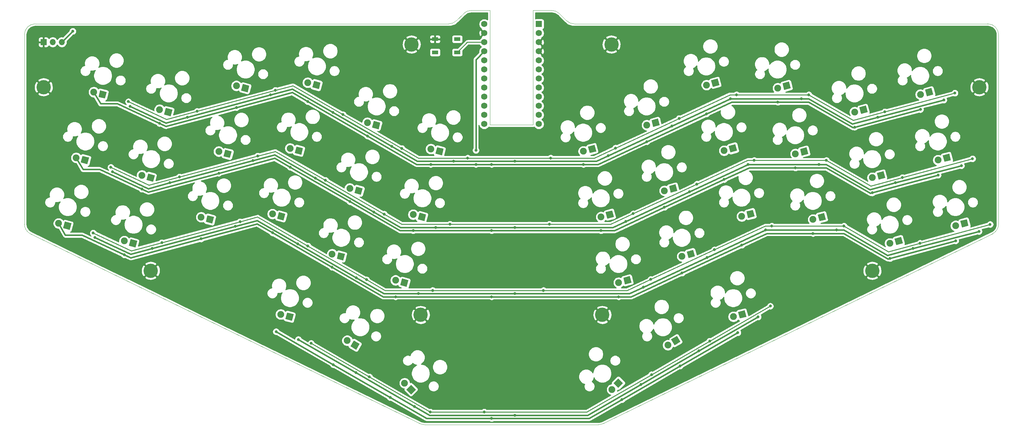
<source format=gbr>
%TF.GenerationSoftware,KiCad,Pcbnew,(5.1.6)-1*%
%TF.CreationDate,2020-07-18T08:53:22-05:00*%
%TF.ProjectId,ErgoChoco,4572676f-4368-46f6-936f-2e6b69636164,v1.0*%
%TF.SameCoordinates,Original*%
%TF.FileFunction,Copper,L1,Top*%
%TF.FilePolarity,Positive*%
%FSLAX46Y46*%
G04 Gerber Fmt 4.6, Leading zero omitted, Abs format (unit mm)*
G04 Created by KiCad (PCBNEW (5.1.6)-1) date 2020-07-18 08:53:22*
%MOMM*%
%LPD*%
G01*
G04 APERTURE LIST*
%TA.AperFunction,Profile*%
%ADD10C,0.050000*%
%TD*%
%TA.AperFunction,ComponentPad*%
%ADD11C,4.000000*%
%TD*%
%TA.AperFunction,SMDPad,CuDef*%
%ADD12R,1.800000X1.100000*%
%TD*%
%TA.AperFunction,ComponentPad*%
%ADD13C,0.150000*%
%TD*%
%TA.AperFunction,ComponentPad*%
%ADD14C,1.905000*%
%TD*%
%TA.AperFunction,ComponentPad*%
%ADD15C,1.752600*%
%TD*%
%TA.AperFunction,ComponentPad*%
%ADD16R,1.752600X1.752600*%
%TD*%
%TA.AperFunction,ComponentPad*%
%ADD17R,1.700000X1.700000*%
%TD*%
%TA.AperFunction,ComponentPad*%
%ADD18O,1.700000X1.700000*%
%TD*%
%TA.AperFunction,ViaPad*%
%ADD19C,0.800000*%
%TD*%
%TA.AperFunction,Conductor*%
%ADD20C,0.381000*%
%TD*%
%TA.AperFunction,Conductor*%
%ADD21C,0.254000*%
%TD*%
G04 APERTURE END LIST*
D10*
X14163395Y-108216023D02*
G75*
G02*
X12431250Y-105497100I1267855J2718923D01*
G01*
X122828475Y-161218923D02*
G75*
G03*
X124096330Y-161500000I1267855J2718923D01*
G01*
X174034025Y-161218923D02*
G75*
G02*
X172766170Y-161500000I-1267855J2718923D01*
G01*
X282699105Y-108216023D02*
G75*
G03*
X284431250Y-105497100I-1267855J2718923D01*
G01*
X284431250Y-52500000D02*
G75*
G03*
X281431250Y-49500000I-3000000J0D01*
G01*
X163802570Y-48621320D02*
G75*
G03*
X165923890Y-49500000I2121320J2121320D01*
G01*
X161809930Y-46628680D02*
G75*
G03*
X159688610Y-45750000I-2121320J-2121320D01*
G01*
X135052570Y-46628680D02*
G75*
G02*
X137173890Y-45750000I2121320J-2121320D01*
G01*
X130938610Y-49500000D02*
G75*
G03*
X133059930Y-48621320I0J3000000D01*
G01*
X12431250Y-52500000D02*
G75*
G02*
X15431250Y-49500000I3000000J0D01*
G01*
X12431250Y-52500000D02*
X12431250Y-105497100D01*
X14163400Y-108216020D02*
X122828480Y-161218920D01*
X124096330Y-161500000D02*
X172766170Y-161500000D01*
X282699100Y-108216020D02*
X174034020Y-161218920D01*
X284431250Y-52500000D02*
X284431250Y-105497100D01*
X165923890Y-49500000D02*
X281431250Y-49500000D01*
X161809930Y-46628680D02*
X163802570Y-48621320D01*
X154431250Y-45750000D02*
X159688610Y-45750000D01*
X154431250Y-45750000D02*
X154431250Y-77750000D01*
X142431250Y-77750000D02*
X154431250Y-77750000D01*
X142431250Y-45750000D02*
X142431250Y-77750000D01*
X137173890Y-45750000D02*
X142431250Y-45750000D01*
X133059930Y-48621320D02*
X135052570Y-46628680D01*
X15431250Y-49500000D02*
X130938610Y-49500000D01*
D11*
%TO.P,REF\u002A\u002A,*%
%TO.N,GND*%
X176339500Y-55245000D03*
%TD*%
%TO.P,REF\u002A\u002A,*%
%TO.N,GND*%
X249174000Y-118491000D03*
%TD*%
%TO.P,REF\u002A\u002A,*%
%TO.N,GND*%
X173788070Y-130829000D03*
%TD*%
%TO.P,REF\u002A\u002A,*%
%TO.N,GND*%
X279082500Y-67183000D03*
%TD*%
%TO.P,REF\u002A\u002A,*%
%TO.N,GND*%
X123074430Y-130829000D03*
%TD*%
%TO.P,REF\u002A\u002A,*%
%TO.N,GND*%
X47688500Y-118491000D03*
%TD*%
%TO.P,REF\u002A\u002A,*%
%TO.N,GND*%
X120523000Y-55245000D03*
%TD*%
%TO.P,REF\u002A\u002A,*%
%TO.N,GND*%
X17780000Y-67183000D03*
%TD*%
D12*
%TO.P,SW1,4*%
%TO.N,N/C*%
X127075000Y-57476000D03*
%TO.P,SW1,3*%
X133275000Y-53776000D03*
%TO.P,SW1,2*%
%TO.N,GND*%
X127075000Y-53776000D03*
%TO.P,SW1,1*%
%TO.N,Net-(SW1-Pad1)*%
X133275000Y-57476000D03*
%TD*%
%TA.AperFunction,ComponentPad*%
D13*
%TO.P,MX2,4*%
%TO.N,Net-(MX2-Pad4)*%
G36*
X51437946Y-74816682D02*
G01*
X51930996Y-72976594D01*
X53771084Y-73469644D01*
X53278034Y-75309732D01*
X51437946Y-74816682D01*
G37*
%TD.AperFunction*%
D14*
%TO.P,MX2,3*%
%TO.N,+5V*%
X50151063Y-73485763D03*
%TD*%
%TA.AperFunction,ComponentPad*%
D13*
%TO.P,MX1,4*%
%TO.N,Net-(MX1-Pad4)*%
G36*
X33085356Y-69899122D02*
G01*
X33578406Y-68059034D01*
X35418494Y-68552084D01*
X34925444Y-70392172D01*
X33085356Y-69899122D01*
G37*
%TD.AperFunction*%
D14*
%TO.P,MX1,3*%
%TO.N,+5V*%
X31798473Y-68568203D03*
%TD*%
D15*
%TO.P,U1,24*%
%TO.N,Net-(U1-Pad24)*%
X140811250Y-49560000D03*
%TO.P,U1,12*%
%TO.N,LEDPWM*%
X156051250Y-77500000D03*
%TO.P,U1,23*%
%TO.N,GND*%
X140811250Y-52100000D03*
%TO.P,U1,22*%
%TO.N,Net-(SW1-Pad1)*%
X140811250Y-54640000D03*
%TO.P,U1,21*%
%TO.N,+5V*%
X140811250Y-57180000D03*
%TO.P,U1,20*%
%TO.N,Net-(J1-Pad2)*%
X140811250Y-59720000D03*
%TO.P,U1,19*%
%TO.N,COL0*%
X140811250Y-62260000D03*
%TO.P,U1,18*%
%TO.N,COL1*%
X140811250Y-64800000D03*
%TO.P,U1,17*%
%TO.N,COL2*%
X140811250Y-67340000D03*
%TO.P,U1,16*%
%TO.N,COL3*%
X140811250Y-69880000D03*
%TO.P,U1,15*%
%TO.N,COL4*%
X140811250Y-72420000D03*
%TO.P,U1,14*%
%TO.N,COL5*%
X140811250Y-74960000D03*
%TO.P,U1,13*%
%TO.N,ROW3*%
X140811250Y-77500000D03*
%TO.P,U1,11*%
%TO.N,ROW2*%
X156051250Y-74960000D03*
%TO.P,U1,10*%
%TO.N,ROW1*%
X156051250Y-72420000D03*
%TO.P,U1,9*%
%TO.N,ROW0*%
X156051250Y-69880000D03*
%TO.P,U1,8*%
%TO.N,COL6*%
X156051250Y-67340000D03*
%TO.P,U1,7*%
%TO.N,COL7*%
X156051250Y-64800000D03*
%TO.P,U1,6*%
%TO.N,COL8*%
X156051250Y-62260000D03*
%TO.P,U1,5*%
%TO.N,COL9*%
X156051250Y-59720000D03*
%TO.P,U1,4*%
%TO.N,GND*%
X156051250Y-57180000D03*
%TO.P,U1,3*%
X156051250Y-54640000D03*
%TO.P,U1,2*%
%TO.N,COL10*%
X156051250Y-52100000D03*
D16*
%TO.P,U1,1*%
%TO.N,COL11*%
X156051250Y-49560000D03*
%TD*%
%TA.AperFunction,ComponentPad*%
D13*
%TO.P,MX40,4*%
%TO.N,Net-(MX40-Pad4)*%
G36*
X178280348Y-151251885D02*
G01*
X176933310Y-149904847D01*
X178280348Y-148557809D01*
X179627386Y-149904847D01*
X178280348Y-151251885D01*
G37*
%TD.AperFunction*%
D14*
%TO.P,MX40,3*%
%TO.N,+5V*%
X176484297Y-151700898D03*
%TD*%
%TA.AperFunction,ComponentPad*%
D13*
%TO.P,MX15,4*%
%TO.N,Net-(MX15-Pad4)*%
G36*
X67978806Y-86495722D02*
G01*
X68471856Y-84655634D01*
X70311944Y-85148684D01*
X69818894Y-86988772D01*
X67978806Y-86495722D01*
G37*
%TD.AperFunction*%
D14*
%TO.P,MX15,3*%
%TO.N,+5V*%
X66691923Y-85164803D03*
%TD*%
%TA.AperFunction,ComponentPad*%
D13*
%TO.P,MX3,4*%
%TO.N,Net-(MX3-Pad4)*%
G36*
X72896366Y-68143132D02*
G01*
X73389416Y-66303044D01*
X75229504Y-66796094D01*
X74736454Y-68636182D01*
X72896366Y-68143132D01*
G37*
%TD.AperFunction*%
D14*
%TO.P,MX3,3*%
%TO.N,+5V*%
X71609483Y-66812213D03*
%TD*%
%TA.AperFunction,ComponentPad*%
D13*
%TO.P,MX4,4*%
%TO.N,Net-(MX4-Pad4)*%
G36*
X92801866Y-67259122D02*
G01*
X93294916Y-65419034D01*
X95135004Y-65912084D01*
X94641954Y-67752172D01*
X92801866Y-67259122D01*
G37*
%TD.AperFunction*%
D14*
%TO.P,MX4,3*%
%TO.N,+5V*%
X91514983Y-65928203D03*
%TD*%
%TA.AperFunction,ComponentPad*%
D13*
%TO.P,MX5,4*%
%TO.N,Net-(MX5-Pad4)*%
G36*
X109472136Y-78461222D02*
G01*
X109965186Y-76621134D01*
X111805274Y-77114184D01*
X111312224Y-78954272D01*
X109472136Y-78461222D01*
G37*
%TD.AperFunction*%
D14*
%TO.P,MX5,3*%
%TO.N,+5V*%
X108185253Y-77130303D03*
%TD*%
%TA.AperFunction,ComponentPad*%
D13*
%TO.P,MX6,4*%
%TO.N,Net-(MX6-Pad4)*%
G36*
X127177676Y-85793602D02*
G01*
X127670726Y-83953514D01*
X129510814Y-84446564D01*
X129017764Y-86286652D01*
X127177676Y-85793602D01*
G37*
%TD.AperFunction*%
D14*
%TO.P,MX6,3*%
%TO.N,+5V*%
X125890793Y-84462683D03*
%TD*%
%TA.AperFunction,ComponentPad*%
D13*
%TO.P,MX7,4*%
%TO.N,Net-(MX7-Pad4)*%
G36*
X170300328Y-85629252D02*
G01*
X169807278Y-83789164D01*
X171647366Y-83296114D01*
X172140416Y-85136202D01*
X170300328Y-85629252D01*
G37*
%TD.AperFunction*%
D14*
%TO.P,MX7,3*%
%TO.N,+5V*%
X168520395Y-85120083D03*
%TD*%
%TA.AperFunction,ComponentPad*%
D13*
%TO.P,MX8,4*%
%TO.N,Net-(MX8-Pad4)*%
G36*
X188005878Y-78296872D02*
G01*
X187512828Y-76456784D01*
X189352916Y-75963734D01*
X189845966Y-77803822D01*
X188005878Y-78296872D01*
G37*
%TD.AperFunction*%
D14*
%TO.P,MX8,3*%
%TO.N,+5V*%
X186225945Y-77787703D03*
%TD*%
%TA.AperFunction,ComponentPad*%
D13*
%TO.P,MX9,4*%
%TO.N,Net-(MX9-Pad4)*%
G36*
X204676138Y-67100792D02*
G01*
X204183088Y-65260704D01*
X206023176Y-64767654D01*
X206516226Y-66607742D01*
X204676138Y-67100792D01*
G37*
%TD.AperFunction*%
D14*
%TO.P,MX9,3*%
%TO.N,+5V*%
X202896205Y-66591623D03*
%TD*%
%TA.AperFunction,ComponentPad*%
D13*
%TO.P,MX10,4*%
%TO.N,Net-(MX10-Pad4)*%
G36*
X224581648Y-67978782D02*
G01*
X224088598Y-66138694D01*
X225928686Y-65645644D01*
X226421736Y-67485732D01*
X224581648Y-67978782D01*
G37*
%TD.AperFunction*%
D14*
%TO.P,MX10,3*%
%TO.N,+5V*%
X222801715Y-67469613D03*
%TD*%
%TA.AperFunction,ComponentPad*%
D13*
%TO.P,MX11,4*%
%TO.N,Net-(MX11-Pad4)*%
G36*
X246040068Y-74652332D02*
G01*
X245547018Y-72812244D01*
X247387106Y-72319194D01*
X247880156Y-74159282D01*
X246040068Y-74652332D01*
G37*
%TD.AperFunction*%
D14*
%TO.P,MX11,3*%
%TO.N,+5V*%
X244260135Y-74143163D03*
%TD*%
%TA.AperFunction,ComponentPad*%
D13*
%TO.P,MX12,4*%
%TO.N,Net-(MX12-Pad4)*%
G36*
X264392658Y-69734772D02*
G01*
X263899608Y-67894684D01*
X265739696Y-67401634D01*
X266232746Y-69241722D01*
X264392658Y-69734772D01*
G37*
%TD.AperFunction*%
D14*
%TO.P,MX12,3*%
%TO.N,+5V*%
X262612725Y-69225603D03*
%TD*%
%TA.AperFunction,ComponentPad*%
D13*
%TO.P,MX13,4*%
%TO.N,Net-(MX13-Pad4)*%
G36*
X28167796Y-88251712D02*
G01*
X28660846Y-86411624D01*
X30500934Y-86904674D01*
X30007884Y-88744762D01*
X28167796Y-88251712D01*
G37*
%TD.AperFunction*%
D14*
%TO.P,MX13,3*%
%TO.N,+5V*%
X26880913Y-86920793D03*
%TD*%
%TA.AperFunction,ComponentPad*%
D13*
%TO.P,MX14,4*%
%TO.N,Net-(MX14-Pad4)*%
G36*
X46520386Y-93169272D02*
G01*
X47013436Y-91329184D01*
X48853524Y-91822234D01*
X48360474Y-93662322D01*
X46520386Y-93169272D01*
G37*
%TD.AperFunction*%
D14*
%TO.P,MX14,3*%
%TO.N,+5V*%
X45233503Y-91838353D03*
%TD*%
%TA.AperFunction,ComponentPad*%
D13*
%TO.P,MX16,4*%
%TO.N,Net-(MX16-Pad4)*%
G36*
X87884306Y-85617732D02*
G01*
X88377356Y-83777644D01*
X90217444Y-84270694D01*
X89724394Y-86110782D01*
X87884306Y-85617732D01*
G37*
%TD.AperFunction*%
D14*
%TO.P,MX16,3*%
%TO.N,+5V*%
X86597423Y-84286813D03*
%TD*%
%TA.AperFunction,ComponentPad*%
D13*
%TO.P,MX17,4*%
%TO.N,Net-(MX17-Pad4)*%
G36*
X104554576Y-96813812D02*
G01*
X105047626Y-94973724D01*
X106887714Y-95466774D01*
X106394664Y-97306862D01*
X104554576Y-96813812D01*
G37*
%TD.AperFunction*%
D14*
%TO.P,MX17,3*%
%TO.N,+5V*%
X103267693Y-95482893D03*
%TD*%
%TA.AperFunction,ComponentPad*%
D13*
%TO.P,MX18,4*%
%TO.N,Net-(MX18-Pad4)*%
G36*
X122260116Y-104146192D02*
G01*
X122753166Y-102306104D01*
X124593254Y-102799154D01*
X124100204Y-104639242D01*
X122260116Y-104146192D01*
G37*
%TD.AperFunction*%
D14*
%TO.P,MX18,3*%
%TO.N,+5V*%
X120973233Y-102815273D03*
%TD*%
%TA.AperFunction,ComponentPad*%
D13*
%TO.P,MX19,4*%
%TO.N,Net-(MX19-Pad4)*%
G36*
X175217898Y-103981842D02*
G01*
X174724848Y-102141754D01*
X176564936Y-101648704D01*
X177057986Y-103488792D01*
X175217898Y-103981842D01*
G37*
%TD.AperFunction*%
D14*
%TO.P,MX19,3*%
%TO.N,+5V*%
X173437965Y-103472673D03*
%TD*%
%TA.AperFunction,ComponentPad*%
D13*
%TO.P,MX20,4*%
%TO.N,Net-(MX20-Pad4)*%
G36*
X192923438Y-96649462D02*
G01*
X192430388Y-94809374D01*
X194270476Y-94316324D01*
X194763526Y-96156412D01*
X192923438Y-96649462D01*
G37*
%TD.AperFunction*%
D14*
%TO.P,MX20,3*%
%TO.N,+5V*%
X191143505Y-96140293D03*
%TD*%
%TA.AperFunction,ComponentPad*%
D13*
%TO.P,MX21,4*%
%TO.N,Net-(MX21-Pad4)*%
G36*
X209593708Y-85453382D02*
G01*
X209100658Y-83613294D01*
X210940746Y-83120244D01*
X211433796Y-84960332D01*
X209593708Y-85453382D01*
G37*
%TD.AperFunction*%
D14*
%TO.P,MX21,3*%
%TO.N,+5V*%
X207813775Y-84944213D03*
%TD*%
%TA.AperFunction,ComponentPad*%
D13*
%TO.P,MX22,4*%
%TO.N,Net-(MX22-Pad4)*%
G36*
X229499208Y-86331372D02*
G01*
X229006158Y-84491284D01*
X230846246Y-83998234D01*
X231339296Y-85838322D01*
X229499208Y-86331372D01*
G37*
%TD.AperFunction*%
D14*
%TO.P,MX22,3*%
%TO.N,+5V*%
X227719275Y-85822203D03*
%TD*%
%TA.AperFunction,ComponentPad*%
D13*
%TO.P,MX23,4*%
%TO.N,Net-(MX23-Pad4)*%
G36*
X250957628Y-93004922D02*
G01*
X250464578Y-91164834D01*
X252304666Y-90671784D01*
X252797716Y-92511872D01*
X250957628Y-93004922D01*
G37*
%TD.AperFunction*%
D14*
%TO.P,MX23,3*%
%TO.N,+5V*%
X249177695Y-92495753D03*
%TD*%
%TA.AperFunction,ComponentPad*%
D13*
%TO.P,MX24,4*%
%TO.N,Net-(MX24-Pad4)*%
G36*
X269310218Y-88087362D02*
G01*
X268817168Y-86247274D01*
X270657256Y-85754224D01*
X271150306Y-87594312D01*
X269310218Y-88087362D01*
G37*
%TD.AperFunction*%
D14*
%TO.P,MX24,3*%
%TO.N,+5V*%
X267530285Y-87578193D03*
%TD*%
%TA.AperFunction,ComponentPad*%
D13*
%TO.P,MX25,4*%
%TO.N,Net-(MX25-Pad4)*%
G36*
X23250236Y-106604302D02*
G01*
X23743286Y-104764214D01*
X25583374Y-105257264D01*
X25090324Y-107097352D01*
X23250236Y-106604302D01*
G37*
%TD.AperFunction*%
D14*
%TO.P,MX25,3*%
%TO.N,+5V*%
X21963353Y-105273383D03*
%TD*%
%TA.AperFunction,ComponentPad*%
D13*
%TO.P,MX26,4*%
%TO.N,Net-(MX26-Pad4)*%
G36*
X41602826Y-111521862D02*
G01*
X42095876Y-109681774D01*
X43935964Y-110174824D01*
X43442914Y-112014912D01*
X41602826Y-111521862D01*
G37*
%TD.AperFunction*%
D14*
%TO.P,MX26,3*%
%TO.N,+5V*%
X40315943Y-110190943D03*
%TD*%
%TA.AperFunction,ComponentPad*%
D13*
%TO.P,MX27,4*%
%TO.N,Net-(MX27-Pad4)*%
G36*
X63061246Y-104848322D02*
G01*
X63554296Y-103008234D01*
X65394384Y-103501284D01*
X64901334Y-105341372D01*
X63061246Y-104848322D01*
G37*
%TD.AperFunction*%
D14*
%TO.P,MX27,3*%
%TO.N,+5V*%
X61774363Y-103517403D03*
%TD*%
%TA.AperFunction,ComponentPad*%
D13*
%TO.P,MX28,4*%
%TO.N,Net-(MX28-Pad4)*%
G36*
X82966746Y-103970322D02*
G01*
X83459796Y-102130234D01*
X85299884Y-102623284D01*
X84806834Y-104463372D01*
X82966746Y-103970322D01*
G37*
%TD.AperFunction*%
D14*
%TO.P,MX28,3*%
%TO.N,+5V*%
X81679863Y-102639403D03*
%TD*%
%TA.AperFunction,ComponentPad*%
D13*
%TO.P,MX29,4*%
%TO.N,Net-(MX29-Pad4)*%
G36*
X99637016Y-115166402D02*
G01*
X100130066Y-113326314D01*
X101970154Y-113819364D01*
X101477104Y-115659452D01*
X99637016Y-115166402D01*
G37*
%TD.AperFunction*%
D14*
%TO.P,MX29,3*%
%TO.N,+5V*%
X98350133Y-113835483D03*
%TD*%
%TA.AperFunction,ComponentPad*%
D13*
%TO.P,MX30,4*%
%TO.N,Net-(MX30-Pad4)*%
G36*
X117342556Y-122498782D02*
G01*
X117835606Y-120658694D01*
X119675694Y-121151744D01*
X119182644Y-122991832D01*
X117342556Y-122498782D01*
G37*
%TD.AperFunction*%
D14*
%TO.P,MX30,3*%
%TO.N,+5V*%
X116055673Y-121167863D03*
%TD*%
%TA.AperFunction,ComponentPad*%
D13*
%TO.P,MX31,4*%
%TO.N,Net-(MX31-Pad4)*%
G36*
X180135458Y-122334432D02*
G01*
X179642408Y-120494344D01*
X181482496Y-120001294D01*
X181975546Y-121841382D01*
X180135458Y-122334432D01*
G37*
%TD.AperFunction*%
D14*
%TO.P,MX31,3*%
%TO.N,+5V*%
X178355525Y-121825263D03*
%TD*%
%TA.AperFunction,ComponentPad*%
D13*
%TO.P,MX32,4*%
%TO.N,Net-(MX32-Pad4)*%
G36*
X197840998Y-115002052D02*
G01*
X197347948Y-113161964D01*
X199188036Y-112668914D01*
X199681086Y-114509002D01*
X197840998Y-115002052D01*
G37*
%TD.AperFunction*%
D14*
%TO.P,MX32,3*%
%TO.N,+5V*%
X196061065Y-114492883D03*
%TD*%
%TA.AperFunction,ComponentPad*%
D13*
%TO.P,MX33,4*%
%TO.N,Net-(MX33-Pad4)*%
G36*
X214511268Y-103805972D02*
G01*
X214018218Y-101965884D01*
X215858306Y-101472834D01*
X216351356Y-103312922D01*
X214511268Y-103805972D01*
G37*
%TD.AperFunction*%
D14*
%TO.P,MX33,3*%
%TO.N,+5V*%
X212731335Y-103296803D03*
%TD*%
%TA.AperFunction,ComponentPad*%
D13*
%TO.P,MX34,4*%
%TO.N,Net-(MX34-Pad4)*%
G36*
X234416768Y-104683972D02*
G01*
X233923718Y-102843884D01*
X235763806Y-102350834D01*
X236256856Y-104190922D01*
X234416768Y-104683972D01*
G37*
%TD.AperFunction*%
D14*
%TO.P,MX34,3*%
%TO.N,+5V*%
X232636835Y-104174803D03*
%TD*%
%TA.AperFunction,ComponentPad*%
D13*
%TO.P,MX35,4*%
%TO.N,Net-(MX35-Pad4)*%
G36*
X255875188Y-111357512D02*
G01*
X255382138Y-109517424D01*
X257222226Y-109024374D01*
X257715276Y-110864462D01*
X255875188Y-111357512D01*
G37*
%TD.AperFunction*%
D14*
%TO.P,MX35,3*%
%TO.N,+5V*%
X254095255Y-110848343D03*
%TD*%
%TA.AperFunction,ComponentPad*%
D13*
%TO.P,MX36,4*%
%TO.N,Net-(MX36-Pad4)*%
G36*
X274227778Y-106439952D02*
G01*
X273734728Y-104599864D01*
X275574816Y-104106814D01*
X276067866Y-105946902D01*
X274227778Y-106439952D01*
G37*
%TD.AperFunction*%
D14*
%TO.P,MX36,3*%
%TO.N,+5V*%
X272447845Y-105930783D03*
%TD*%
%TA.AperFunction,ComponentPad*%
D13*
%TO.P,MX37,4*%
%TO.N,Net-(MX37-Pad4)*%
G36*
X85284336Y-132026142D02*
G01*
X85777386Y-130186054D01*
X87617474Y-130679104D01*
X87124424Y-132519192D01*
X85284336Y-132026142D01*
G37*
%TD.AperFunction*%
D14*
%TO.P,MX37,3*%
%TO.N,+5V*%
X83997453Y-130695223D03*
%TD*%
%TA.AperFunction,ComponentPad*%
D13*
%TO.P,MX38,4*%
%TO.N,Net-(MX38-Pad4)*%
G36*
X103453943Y-139641948D02*
G01*
X104406443Y-137992170D01*
X106056221Y-138944670D01*
X105103721Y-140594448D01*
X103453943Y-139641948D01*
G37*
%TD.AperFunction*%
D14*
%TO.P,MX38,3*%
%TO.N,+5V*%
X102555378Y-138023309D03*
%TD*%
%TA.AperFunction,ComponentPad*%
D13*
%TO.P,MX39,4*%
%TO.N,Net-(MX39-Pad4)*%
G36*
X119033315Y-151700898D02*
G01*
X120380353Y-150353860D01*
X121727391Y-151700898D01*
X120380353Y-153047936D01*
X119033315Y-151700898D01*
G37*
%TD.AperFunction*%
D14*
%TO.P,MX39,3*%
%TO.N,+5V*%
X118584302Y-149904847D03*
%TD*%
%TA.AperFunction,ComponentPad*%
D13*
%TO.P,MX41,4*%
%TO.N,Net-(MX41-Pad4)*%
G36*
X193960633Y-139324448D02*
G01*
X193008133Y-137674670D01*
X194657911Y-136722170D01*
X195610411Y-138371948D01*
X193960633Y-139324448D01*
G37*
%TD.AperFunction*%
D14*
%TO.P,MX41,3*%
%TO.N,+5V*%
X192109568Y-139293309D03*
%TD*%
%TA.AperFunction,ComponentPad*%
D13*
%TO.P,MX42,4*%
%TO.N,Net-(MX42-Pad4)*%
G36*
X212193678Y-131861792D02*
G01*
X211700628Y-130021704D01*
X213540716Y-129528654D01*
X214033766Y-131368742D01*
X212193678Y-131861792D01*
G37*
%TD.AperFunction*%
D14*
%TO.P,MX42,3*%
%TO.N,+5V*%
X210413745Y-131352623D03*
%TD*%
D17*
%TO.P,J1,1*%
%TO.N,GND*%
X17780000Y-54610000D03*
D18*
%TO.P,J1,2*%
%TO.N,Net-(J1-Pad2)*%
X20320000Y-54610000D03*
%TO.P,J1,3*%
%TO.N,+5V*%
X22860000Y-54610000D03*
%TD*%
D19*
%TO.N,+5V*%
X40315943Y-114034243D03*
X61774363Y-109584663D03*
X81679863Y-107900163D03*
X98350133Y-117524750D03*
X50151063Y-77329063D03*
X71609483Y-72879483D03*
X91514983Y-71194983D03*
X108185253Y-80819570D03*
X45233503Y-95681653D03*
X66691923Y-91232073D03*
X86597423Y-89547573D03*
X103267693Y-99172160D03*
X168520395Y-88773000D03*
X222801715Y-71374000D03*
X244260135Y-78359000D03*
X186225945Y-82421770D03*
X202896205Y-74648300D03*
X262612725Y-73441440D03*
X173437955Y-107273000D03*
X191143505Y-100774360D03*
X227719275Y-89726590D03*
X249177695Y-96711590D03*
X267530285Y-91794030D03*
X207813765Y-93000890D03*
X178355515Y-125773000D03*
X196061065Y-119126950D03*
X212731325Y-111353480D03*
X232636835Y-108079180D03*
X254095255Y-115064180D03*
X272447845Y-110146620D03*
X82703360Y-135524850D03*
X98661230Y-144738130D03*
X114567520Y-153921630D03*
X211611930Y-135824310D03*
X195483040Y-145136330D03*
X179276550Y-154493150D03*
X125890793Y-88773000D03*
X120973233Y-107273000D03*
X116055673Y-125773000D03*
X142875000Y-88773000D03*
X142875000Y-107273000D03*
X142875000Y-125773000D03*
X142875000Y-159765300D03*
X138500000Y-84836000D03*
X138500000Y-88773000D03*
X25908000Y-51562000D03*
%TO.N,ROW0*%
X41450596Y-71243490D03*
X60628080Y-73941100D03*
X82471596Y-68088150D03*
X101394596Y-74866790D03*
X117777596Y-84316280D03*
X177497404Y-84214770D03*
X211279404Y-69300000D03*
X252681404Y-74084950D03*
X195277404Y-75923820D03*
X231436000Y-69300000D03*
X272239404Y-68844400D03*
X136192596Y-87000000D03*
X159380000Y-87000000D03*
%TO.N,ROW1*%
X236353560Y-87652590D03*
X277156964Y-87196990D03*
X36533036Y-89596080D03*
X55710520Y-92293690D03*
X77554036Y-86440740D03*
X96477036Y-93219350D03*
X112860036Y-102668870D03*
X182414964Y-102567360D03*
X200194964Y-94276410D03*
X216196964Y-87652590D03*
X257598964Y-92437540D03*
X131239596Y-105500000D03*
X159041000Y-105500000D03*
%TO.N,ROW2*%
X241271120Y-106005180D03*
X282074524Y-105549580D03*
X31621515Y-107951485D03*
X50792960Y-110646280D03*
X72636476Y-104793330D03*
X91559476Y-111571970D03*
X107942476Y-121021460D03*
X187332524Y-120919950D03*
X221114524Y-106005180D03*
X262516524Y-110790130D03*
X205112524Y-112629000D03*
X126413596Y-124000000D03*
X157353000Y-124000000D03*
%TO.N,ROW3*%
X92473250Y-138793980D03*
X108729910Y-148179770D03*
X125725700Y-157992300D03*
X220711940Y-128386880D03*
X203785180Y-138159550D03*
X187542350Y-147537350D03*
X140811250Y-157992300D03*
%TO.N,LEDGND*%
X214484115Y-88782120D03*
X219401675Y-107134710D03*
X41910000Y-72517000D03*
X57965180Y-75579540D03*
X81147410Y-69367880D03*
X98568555Y-74278445D03*
X114951555Y-83737180D03*
X36992440Y-90869590D03*
X53047620Y-93932130D03*
X76229850Y-87720470D03*
X93650995Y-92631035D03*
X110033995Y-102089770D03*
X32074880Y-109222180D03*
X48130060Y-112284720D03*
X71312270Y-106073070D03*
X88733435Y-110983625D03*
X105116435Y-120442360D03*
X175403555Y-86360000D03*
X209566555Y-70429530D03*
X229378555Y-70429530D03*
X250714555Y-75565000D03*
X193183555Y-78069050D03*
X269129555Y-70798930D03*
X180321115Y-104712590D03*
X198101115Y-96421640D03*
X234296115Y-88782120D03*
X255632115Y-93917590D03*
X274047115Y-89151520D03*
X185238675Y-123065180D03*
X203018675Y-114774230D03*
X239213675Y-107134710D03*
X260549675Y-112270180D03*
X278964675Y-107504110D03*
X88900800Y-137722140D03*
X104969970Y-146999680D03*
X121348810Y-156456010D03*
X217268890Y-131407550D03*
X200796210Y-140918060D03*
X184609370Y-150263540D03*
X132223555Y-87884000D03*
X127270555Y-106384000D03*
X122444555Y-124884000D03*
X149381250Y-106384000D03*
X149381250Y-87884000D03*
X149381250Y-124884000D03*
X149381250Y-158876300D03*
%TD*%
D20*
%TO.N,+5V*%
X138500000Y-84836000D02*
X138500000Y-84836000D01*
X248647840Y-96853560D02*
X249177695Y-96711590D01*
X236303560Y-89726590D02*
X248647840Y-96853560D01*
X214835530Y-89726590D02*
X227719275Y-89726590D01*
X253565400Y-115206150D02*
X254095255Y-115064180D01*
X241221120Y-108079180D02*
X253565400Y-115206150D01*
X219753090Y-108079180D02*
X232636835Y-108079180D01*
X28533940Y-108540210D02*
X40315943Y-114034243D01*
X42086700Y-114859960D02*
X61774363Y-109584663D01*
X77362870Y-105407740D02*
X81679863Y-107900163D01*
X40315943Y-114034243D02*
X42086700Y-114859960D01*
X61774363Y-109584663D02*
X77362870Y-105407740D01*
X81679863Y-107900163D02*
X98350133Y-117524750D01*
X98350133Y-117524750D02*
X112636530Y-125773000D01*
X33451500Y-90187620D02*
X45233503Y-95681653D01*
X82280430Y-87055150D02*
X86597423Y-89547573D01*
X47004260Y-96507370D02*
X66691923Y-91232073D01*
X50151063Y-77329063D02*
X51921820Y-78154780D01*
X71609483Y-72879483D02*
X51921820Y-78154780D01*
X50151063Y-77329063D02*
X38369060Y-71835030D01*
X31798473Y-68568203D02*
X33684570Y-71835030D01*
X38369060Y-71835030D02*
X33684570Y-71835030D01*
X71609483Y-72879483D02*
X87197990Y-68702560D01*
X91514983Y-71194983D02*
X87197990Y-68702560D01*
X91514983Y-71194983D02*
X108185253Y-80819570D01*
X108185253Y-80819570D02*
X121961010Y-88773000D01*
X45233503Y-95681653D02*
X47004260Y-96507370D01*
X66691923Y-91232073D02*
X82280430Y-87055150D01*
X86597423Y-89547573D02*
X103267693Y-99172160D01*
X103267693Y-99172160D02*
X117298770Y-107273000D01*
X26880913Y-86920793D02*
X28767010Y-90187620D01*
X33451500Y-90187620D02*
X28767010Y-90187620D01*
X28533940Y-108540210D02*
X23849450Y-108540210D01*
X21963353Y-105273383D02*
X23849450Y-108540210D01*
X222801715Y-71374000D02*
X209917970Y-71374000D01*
X222801715Y-71374000D02*
X231386000Y-71374000D01*
X231386000Y-71374000D02*
X243730280Y-78500970D01*
X243730280Y-78500970D02*
X244260135Y-78359000D01*
X172605680Y-88773000D02*
X186225945Y-82421770D01*
X186225945Y-82421770D02*
X202896205Y-74648300D01*
X202896205Y-74648300D02*
X209917970Y-71374000D01*
X244260135Y-78359000D02*
X262612725Y-73441440D01*
X177207120Y-107273000D02*
X191143505Y-100774360D01*
X191143505Y-100774360D02*
X207813765Y-93000890D01*
X227719275Y-89726590D02*
X236303560Y-89726590D01*
X249177695Y-96711590D02*
X267530285Y-91794030D01*
X207813765Y-93000890D02*
X214835530Y-89726590D01*
X181808560Y-125773000D02*
X196061065Y-119126950D01*
X196061065Y-119126950D02*
X212731325Y-111353480D01*
X212731325Y-111353480D02*
X219753090Y-108079180D01*
X232636835Y-108079180D02*
X241221120Y-108079180D01*
X254095255Y-115064180D02*
X272447845Y-110146620D01*
X82703360Y-135524850D02*
X98661230Y-144738130D01*
X98661230Y-144738130D02*
X114567520Y-153921630D01*
X211611930Y-135824310D02*
X195483040Y-145136330D01*
X195483040Y-145136330D02*
X179276550Y-154493150D01*
X168520395Y-88773000D02*
X172605680Y-88773000D01*
X121961010Y-88773000D02*
X125890793Y-88773000D01*
X173437955Y-107273000D02*
X177207120Y-107273000D01*
X117298770Y-107273000D02*
X120973233Y-107273000D01*
X178355515Y-125773000D02*
X181808560Y-125773000D01*
X112636530Y-125773000D02*
X116055673Y-125773000D01*
X114567520Y-153921630D02*
X124689050Y-159765300D01*
X179276550Y-154493150D02*
X170144920Y-159765300D01*
X142875000Y-88773000D02*
X168520395Y-88773000D01*
X120973233Y-107273000D02*
X142875000Y-107273000D01*
X142875000Y-107273000D02*
X173437955Y-107273000D01*
X116055673Y-125773000D02*
X142875000Y-125773000D01*
X142875000Y-125773000D02*
X178355515Y-125773000D01*
X124689050Y-159765300D02*
X142875000Y-159765300D01*
X142875000Y-159765300D02*
X170144920Y-159765300D01*
X140811250Y-57180000D02*
X138500000Y-59491250D01*
X138500000Y-84836000D02*
X138500000Y-59491250D01*
X125890793Y-88773000D02*
X138500000Y-88773000D01*
X138500000Y-88773000D02*
X142875000Y-88773000D01*
X22860000Y-54610000D02*
X25908000Y-51562000D01*
D21*
%TO.N,ROW0*%
X243831180Y-76456360D02*
X231436000Y-69300000D01*
X41450596Y-71243490D02*
X52122870Y-76220060D01*
X52122870Y-76220060D02*
X60628080Y-73941100D01*
X60628080Y-73941100D02*
X82471596Y-68088150D01*
X82471596Y-68088150D02*
X87361640Y-66777860D01*
X87361640Y-66777860D02*
X101394596Y-74866790D01*
X101394596Y-74866790D02*
X117777596Y-84316280D01*
X117777596Y-84316280D02*
X122430490Y-87000000D01*
X171524460Y-87000000D02*
X177497404Y-84214770D01*
X231448910Y-69300000D02*
X231436000Y-69300000D01*
X211279404Y-69300000D02*
X209482230Y-69300000D01*
X272239404Y-68844400D02*
X252681404Y-74084950D01*
X252681404Y-74084950D02*
X243831180Y-76456360D01*
X177497404Y-84214770D02*
X195277404Y-75923820D01*
X195277404Y-75923820D02*
X209482230Y-69300000D01*
X231436000Y-69300000D02*
X211279404Y-69300000D01*
X122430490Y-87000000D02*
X136192596Y-87000000D01*
X136192596Y-87000000D02*
X159380000Y-87000000D01*
X159380000Y-87000000D02*
X171524460Y-87000000D01*
%TO.N,ROW1*%
X176125900Y-105500000D02*
X182414964Y-102567360D01*
X248748740Y-94808950D02*
X257598964Y-92437540D01*
X236353560Y-87652590D02*
X248748740Y-94808950D01*
X214399790Y-87652590D02*
X216196964Y-87652590D01*
X36533036Y-89596080D02*
X36533036Y-89596080D01*
X82444080Y-85130450D02*
X96477036Y-93219380D01*
X47205310Y-94572650D02*
X55710520Y-92293690D01*
X36533036Y-89596080D02*
X47205310Y-94572650D01*
X55710520Y-92293690D02*
X77554036Y-86440740D01*
X77554036Y-86440740D02*
X82444080Y-85130450D01*
X96477036Y-93219380D02*
X112860036Y-102668870D01*
X112860036Y-102668870D02*
X117768500Y-105500000D01*
X182414964Y-102567360D02*
X200194964Y-94276410D01*
X200194964Y-94276410D02*
X214399790Y-87652590D01*
X216196964Y-87652590D02*
X236353560Y-87652590D01*
X257598964Y-92437540D02*
X277156964Y-87196990D01*
X117765800Y-105500000D02*
X131239596Y-105500000D01*
X131239596Y-105500000D02*
X159041000Y-105500000D01*
X159041000Y-105500000D02*
X176125900Y-105500000D01*
%TO.N,ROW2*%
X180727330Y-124000000D02*
X187332524Y-120919950D01*
X253666300Y-113161540D02*
X262516524Y-110790130D01*
X241271120Y-106005180D02*
X253666300Y-113161540D01*
X219317350Y-106005180D02*
X221114524Y-106005180D01*
X31615476Y-107948670D02*
X31621515Y-107951485D01*
X77526520Y-103483040D02*
X91559476Y-111571970D01*
X42287750Y-112925240D02*
X50792960Y-110646280D01*
X31621515Y-107951485D02*
X42287750Y-112925240D01*
X50792960Y-110646280D02*
X72636476Y-104793330D01*
X72636476Y-104793330D02*
X77526520Y-103483040D01*
X91559476Y-111571970D02*
X107942476Y-121021460D01*
X107942476Y-121021460D02*
X113106510Y-124000000D01*
X187332524Y-120919950D02*
X205112524Y-112629000D01*
X221114524Y-106005180D02*
X241271120Y-106005180D01*
X262516524Y-110790130D02*
X282074524Y-105549580D01*
X205112524Y-112629000D02*
X219317350Y-106005180D01*
X113106510Y-124000000D02*
X126413596Y-124000000D01*
X126413596Y-124000000D02*
X157353000Y-124000000D01*
X157353000Y-124000000D02*
X180727330Y-124000000D01*
%TO.N,ROW3*%
X92473250Y-138793980D02*
X108729910Y-148179770D01*
X108729910Y-148179770D02*
X125725700Y-157992300D01*
X203785180Y-138159550D02*
X220711940Y-128386880D01*
X187542350Y-147537350D02*
X203785180Y-138159550D01*
X169433850Y-157992300D02*
X187542350Y-147537350D01*
X125725700Y-157992300D02*
X140811250Y-157992300D01*
X140811250Y-157992300D02*
X169433850Y-157992300D01*
D20*
%TO.N,LEDGND*%
X176736760Y-106384000D02*
X180321115Y-104712590D01*
X214484115Y-88782120D02*
X234296115Y-88782120D01*
X236317560Y-88782120D02*
X248515350Y-95824520D01*
X248515350Y-95824520D02*
X255632115Y-93917590D01*
X181338200Y-124884000D02*
X185238675Y-123065180D01*
X253432910Y-114177110D02*
X260549675Y-112270180D01*
X241235120Y-107134710D02*
X253432910Y-114177110D01*
X219401675Y-107134710D02*
X239213675Y-107134710D01*
X32074880Y-109222180D02*
X32074880Y-109222180D01*
X77401880Y-104441360D02*
X88733435Y-110983625D01*
X42104770Y-113899190D02*
X48130060Y-112284720D01*
X36992440Y-90869590D02*
X36992440Y-90869590D01*
X47022330Y-95546600D02*
X53047620Y-93932130D01*
X82319440Y-86088770D02*
X93650995Y-92631035D01*
X41910000Y-72517000D02*
X51939890Y-77194010D01*
X57965180Y-75579540D02*
X51939890Y-77194010D01*
X57965180Y-75579540D02*
X81147410Y-69367880D01*
X81147410Y-69367880D02*
X87237000Y-67736180D01*
X98568555Y-74278445D02*
X87237000Y-67736180D01*
X98568555Y-74278445D02*
X114951555Y-83737180D01*
X114951555Y-83737180D02*
X122134060Y-87884000D01*
X36992440Y-90869590D02*
X47022330Y-95546600D01*
X53047620Y-93932130D02*
X76229850Y-87720470D01*
X76229850Y-87720470D02*
X82319440Y-86088770D01*
X93650995Y-92631035D02*
X110033995Y-102089770D01*
X110033995Y-102089770D02*
X117471820Y-106384000D01*
X32074880Y-109222180D02*
X42104770Y-113899190D01*
X48130060Y-112284720D02*
X71312270Y-106073070D01*
X71312270Y-106073070D02*
X77401880Y-104441360D01*
X88733435Y-110983625D02*
X105116435Y-120442360D01*
X105116435Y-120442360D02*
X112809590Y-124884000D01*
X175403555Y-86360000D02*
X172135320Y-87884000D01*
X209566555Y-70429530D02*
X229378555Y-70429530D01*
X229378555Y-70429530D02*
X231400000Y-70429530D01*
X250714555Y-75565000D02*
X243597790Y-77471930D01*
X231400000Y-70429530D02*
X243597790Y-77471930D01*
X175403555Y-86360000D02*
X193183555Y-78069050D01*
X193183555Y-78069050D02*
X209566555Y-70429530D01*
X250714555Y-75565000D02*
X269129555Y-70798930D01*
X180321115Y-104712590D02*
X198101115Y-96421640D01*
X198101115Y-96421640D02*
X214484115Y-88782120D01*
X234296115Y-88782120D02*
X236317560Y-88782120D01*
X255632115Y-93917590D02*
X274047115Y-89151520D01*
X185238675Y-123065180D02*
X203018675Y-114774230D01*
X203018675Y-114774230D02*
X219401675Y-107134710D01*
X239213675Y-107134710D02*
X241235120Y-107134710D01*
X260549675Y-112270180D02*
X278964675Y-107504110D01*
X88900800Y-137722140D02*
X104969970Y-146999680D01*
X104969970Y-146999680D02*
X121348810Y-156456010D01*
X217268890Y-131407550D02*
X200796210Y-140918060D01*
X200796210Y-140918060D02*
X184609370Y-150263540D01*
X184609370Y-150263540D02*
X169691630Y-158876300D01*
X122134060Y-87884000D02*
X132223555Y-87884000D01*
X117471820Y-106384000D02*
X127270555Y-106384000D01*
X112809590Y-124884000D02*
X122444555Y-124884000D01*
X121348810Y-156456010D02*
X125540870Y-158876300D01*
X127270555Y-106384000D02*
X149381250Y-106384000D01*
X149381250Y-106384000D02*
X176736760Y-106384000D01*
X132223555Y-87884000D02*
X149381250Y-87884000D01*
X149381250Y-87884000D02*
X172135320Y-87884000D01*
X122444555Y-124884000D02*
X149381250Y-124884000D01*
X149381250Y-124884000D02*
X181338200Y-124884000D01*
X125540870Y-158876300D02*
X149381250Y-158876300D01*
X149381250Y-158876300D02*
X169691630Y-158876300D01*
D21*
%TO.N,Net-(SW1-Pad1)*%
X136111000Y-54640000D02*
X133275000Y-57476000D01*
X140811250Y-54640000D02*
X136111000Y-54640000D01*
%TD*%
%TO.N,GND*%
G36*
X141771250Y-48383826D02*
G01*
X141527119Y-48220703D01*
X141252080Y-48106778D01*
X140960100Y-48048700D01*
X140662400Y-48048700D01*
X140370420Y-48106778D01*
X140095381Y-48220703D01*
X139847852Y-48386096D01*
X139637346Y-48596602D01*
X139471953Y-48844131D01*
X139358028Y-49119170D01*
X139299950Y-49411150D01*
X139299950Y-49708850D01*
X139358028Y-50000830D01*
X139471953Y-50275869D01*
X139637346Y-50523398D01*
X139847852Y-50733904D01*
X140011059Y-50842955D01*
X139943687Y-51052831D01*
X140811250Y-51920395D01*
X140825392Y-51906252D01*
X141004998Y-52085858D01*
X140990855Y-52100000D01*
X141004998Y-52114142D01*
X140825392Y-52293748D01*
X140811250Y-52279605D01*
X139943687Y-53147169D01*
X140011059Y-53357045D01*
X139847852Y-53466096D01*
X139637346Y-53676602D01*
X139502777Y-53878000D01*
X136148423Y-53878000D01*
X136111000Y-53874314D01*
X136073577Y-53878000D01*
X136073574Y-53878000D01*
X135961622Y-53889026D01*
X135817985Y-53932598D01*
X135756364Y-53965535D01*
X135685607Y-54003355D01*
X135643219Y-54038143D01*
X135569578Y-54098578D01*
X135545716Y-54127654D01*
X133385442Y-56287928D01*
X132375000Y-56287928D01*
X132250518Y-56300188D01*
X132130820Y-56336498D01*
X132020506Y-56395463D01*
X131923815Y-56474815D01*
X131844463Y-56571506D01*
X131785498Y-56681820D01*
X131749188Y-56801518D01*
X131736928Y-56926000D01*
X131736928Y-58026000D01*
X131749188Y-58150482D01*
X131785498Y-58270180D01*
X131844463Y-58380494D01*
X131923815Y-58477185D01*
X132020506Y-58556537D01*
X132130820Y-58615502D01*
X132250518Y-58651812D01*
X132375000Y-58664072D01*
X134175000Y-58664072D01*
X134299482Y-58651812D01*
X134419180Y-58615502D01*
X134529494Y-58556537D01*
X134626185Y-58477185D01*
X134705537Y-58380494D01*
X134764502Y-58270180D01*
X134800812Y-58150482D01*
X134813072Y-58026000D01*
X134813072Y-57015558D01*
X136426630Y-55402000D01*
X139502777Y-55402000D01*
X139637346Y-55603398D01*
X139847852Y-55813904D01*
X139991670Y-55910000D01*
X139847852Y-56006096D01*
X139637346Y-56216602D01*
X139471953Y-56464131D01*
X139358028Y-56739170D01*
X139299950Y-57031150D01*
X139299950Y-57328850D01*
X139332305Y-57491512D01*
X137944961Y-58878857D01*
X137913460Y-58904709D01*
X137887609Y-58936209D01*
X137810301Y-59030408D01*
X137733647Y-59173817D01*
X137686445Y-59329424D01*
X137670506Y-59491250D01*
X137674501Y-59531811D01*
X137674500Y-84208497D01*
X137582795Y-84345744D01*
X137504774Y-84534102D01*
X137465000Y-84734061D01*
X137465000Y-84937939D01*
X137504774Y-85137898D01*
X137582795Y-85326256D01*
X137696063Y-85495774D01*
X137840226Y-85639937D01*
X138009744Y-85753205D01*
X138198102Y-85831226D01*
X138398061Y-85871000D01*
X138601939Y-85871000D01*
X138801898Y-85831226D01*
X138990256Y-85753205D01*
X139159774Y-85639937D01*
X139303937Y-85495774D01*
X139417205Y-85326256D01*
X139495226Y-85137898D01*
X139535000Y-84937939D01*
X139535000Y-84734061D01*
X139495226Y-84534102D01*
X139417205Y-84345744D01*
X139325500Y-84208497D01*
X139325500Y-77777299D01*
X139358028Y-77940830D01*
X139471953Y-78215869D01*
X139637346Y-78463398D01*
X139847852Y-78673904D01*
X140095381Y-78839297D01*
X140370420Y-78953222D01*
X140662400Y-79011300D01*
X140960100Y-79011300D01*
X141252080Y-78953222D01*
X141527119Y-78839297D01*
X141774648Y-78673904D01*
X141985154Y-78463398D01*
X142085333Y-78313469D01*
X142177457Y-78362710D01*
X142301867Y-78400450D01*
X142398831Y-78410000D01*
X142431250Y-78413193D01*
X142463669Y-78410000D01*
X154398831Y-78410000D01*
X154431250Y-78413193D01*
X154463669Y-78410000D01*
X154560633Y-78400450D01*
X154685043Y-78362710D01*
X154777167Y-78313469D01*
X154877346Y-78463398D01*
X155087852Y-78673904D01*
X155335381Y-78839297D01*
X155610420Y-78953222D01*
X155902400Y-79011300D01*
X156200100Y-79011300D01*
X156492080Y-78953222D01*
X156767119Y-78839297D01*
X157014648Y-78673904D01*
X157225154Y-78463398D01*
X157390547Y-78215869D01*
X157394282Y-78206850D01*
X161959742Y-78206850D01*
X161959742Y-78627408D01*
X162041789Y-79039885D01*
X162202730Y-79428431D01*
X162436379Y-79778112D01*
X162635866Y-79977599D01*
X162562848Y-80026388D01*
X162352524Y-80236712D01*
X162187273Y-80484028D01*
X162073446Y-80758830D01*
X162015417Y-81050559D01*
X162015417Y-81348003D01*
X162073446Y-81639732D01*
X162187273Y-81914534D01*
X162352524Y-82161850D01*
X162562848Y-82372174D01*
X162810164Y-82537425D01*
X163084966Y-82651252D01*
X163376695Y-82709281D01*
X163674139Y-82709281D01*
X163965868Y-82651252D01*
X164240670Y-82537425D01*
X164487986Y-82372174D01*
X164698310Y-82161850D01*
X164863561Y-81914534D01*
X164977388Y-81639732D01*
X165035417Y-81348003D01*
X165035417Y-81050559D01*
X164977388Y-80758830D01*
X164863561Y-80484028D01*
X164824600Y-80425719D01*
X165106044Y-80309141D01*
X165455725Y-80075492D01*
X165753105Y-79778112D01*
X165803420Y-79702810D01*
X165803420Y-80143404D01*
X165904447Y-80651302D01*
X166102619Y-81129731D01*
X166390320Y-81560306D01*
X166756494Y-81926480D01*
X167187069Y-82214181D01*
X167665498Y-82412353D01*
X168173396Y-82513380D01*
X168691244Y-82513380D01*
X169199142Y-82412353D01*
X169677571Y-82214181D01*
X170108146Y-81926480D01*
X170474320Y-81560306D01*
X170762021Y-81129731D01*
X170960193Y-80651302D01*
X171061220Y-80143404D01*
X171061220Y-79625556D01*
X170960193Y-79117658D01*
X170762021Y-78639229D01*
X170616177Y-78420957D01*
X171829223Y-78420957D01*
X171829223Y-78718401D01*
X171887252Y-79010130D01*
X172001079Y-79284932D01*
X172166330Y-79532248D01*
X172376654Y-79742572D01*
X172623970Y-79907823D01*
X172898772Y-80021650D01*
X173190501Y-80079679D01*
X173487945Y-80079679D01*
X173779674Y-80021650D01*
X174054476Y-79907823D01*
X174301792Y-79742572D01*
X174512116Y-79532248D01*
X174677367Y-79284932D01*
X174791194Y-79010130D01*
X174849223Y-78718401D01*
X174849223Y-78420957D01*
X174791194Y-78129228D01*
X174677367Y-77854426D01*
X174512116Y-77607110D01*
X174301792Y-77396786D01*
X174054476Y-77231535D01*
X173779674Y-77117708D01*
X173487945Y-77059679D01*
X173190501Y-77059679D01*
X172898772Y-77117708D01*
X172623970Y-77231535D01*
X172376654Y-77396786D01*
X172166330Y-77607110D01*
X172001079Y-77854426D01*
X171887252Y-78129228D01*
X171829223Y-78420957D01*
X170616177Y-78420957D01*
X170474320Y-78208654D01*
X170108146Y-77842480D01*
X169677571Y-77554779D01*
X169199142Y-77356607D01*
X168691244Y-77255580D01*
X168173396Y-77255580D01*
X167665498Y-77356607D01*
X167187069Y-77554779D01*
X166756494Y-77842480D01*
X166390320Y-78208654D01*
X166229742Y-78448976D01*
X166229742Y-78206850D01*
X166147695Y-77794373D01*
X165986754Y-77405827D01*
X165753105Y-77056146D01*
X165455725Y-76758766D01*
X165106044Y-76525117D01*
X164717498Y-76364176D01*
X164305021Y-76282129D01*
X163884463Y-76282129D01*
X163471986Y-76364176D01*
X163083440Y-76525117D01*
X162733759Y-76758766D01*
X162436379Y-77056146D01*
X162202730Y-77405827D01*
X162041789Y-77794373D01*
X161959742Y-78206850D01*
X157394282Y-78206850D01*
X157504472Y-77940830D01*
X157562550Y-77648850D01*
X157562550Y-77351150D01*
X157504472Y-77059170D01*
X157390547Y-76784131D01*
X157225154Y-76536602D01*
X157014648Y-76326096D01*
X156870830Y-76230000D01*
X157014648Y-76133904D01*
X157225154Y-75923398D01*
X157390547Y-75675869D01*
X157504472Y-75400830D01*
X157562550Y-75108850D01*
X157562550Y-74811150D01*
X157504472Y-74519170D01*
X157390547Y-74244131D01*
X157300856Y-74109897D01*
X167435971Y-74109897D01*
X167435971Y-74530455D01*
X167518018Y-74942932D01*
X167678959Y-75331478D01*
X167912608Y-75681159D01*
X168209988Y-75978539D01*
X168559669Y-76212188D01*
X168948215Y-76373129D01*
X169360692Y-76455176D01*
X169781250Y-76455176D01*
X170193727Y-76373129D01*
X170582273Y-76212188D01*
X170931954Y-75978539D01*
X171229334Y-75681159D01*
X171462983Y-75331478D01*
X171623924Y-74942932D01*
X171705971Y-74530455D01*
X171705971Y-74109897D01*
X171623924Y-73697420D01*
X171462983Y-73308874D01*
X171229334Y-72959193D01*
X170931954Y-72661813D01*
X170582273Y-72428164D01*
X170193727Y-72267223D01*
X169781250Y-72185176D01*
X169360692Y-72185176D01*
X168948215Y-72267223D01*
X168559669Y-72428164D01*
X168209988Y-72661813D01*
X167912608Y-72959193D01*
X167678959Y-73308874D01*
X167518018Y-73697420D01*
X167435971Y-74109897D01*
X157300856Y-74109897D01*
X157225154Y-73996602D01*
X157014648Y-73786096D01*
X156870830Y-73690000D01*
X157014648Y-73593904D01*
X157225154Y-73383398D01*
X157390547Y-73135869D01*
X157504472Y-72860830D01*
X157562550Y-72568850D01*
X157562550Y-72271150D01*
X157504472Y-71979170D01*
X157390547Y-71704131D01*
X157225154Y-71456602D01*
X157014648Y-71246096D01*
X156870830Y-71150000D01*
X157014648Y-71053904D01*
X157194082Y-70874470D01*
X179665292Y-70874470D01*
X179665292Y-71295028D01*
X179747339Y-71707505D01*
X179908280Y-72096051D01*
X180141929Y-72445732D01*
X180341416Y-72645219D01*
X180268398Y-72694008D01*
X180058074Y-72904332D01*
X179892823Y-73151648D01*
X179778996Y-73426450D01*
X179720967Y-73718179D01*
X179720967Y-74015623D01*
X179778996Y-74307352D01*
X179892823Y-74582154D01*
X180058074Y-74829470D01*
X180268398Y-75039794D01*
X180515714Y-75205045D01*
X180790516Y-75318872D01*
X181082245Y-75376901D01*
X181379689Y-75376901D01*
X181671418Y-75318872D01*
X181946220Y-75205045D01*
X182193536Y-75039794D01*
X182403860Y-74829470D01*
X182569111Y-74582154D01*
X182682938Y-74307352D01*
X182740967Y-74015623D01*
X182740967Y-73718179D01*
X182682938Y-73426450D01*
X182569111Y-73151648D01*
X182530150Y-73093339D01*
X182811594Y-72976761D01*
X183161275Y-72743112D01*
X183458655Y-72445732D01*
X183508970Y-72370430D01*
X183508970Y-72811024D01*
X183609997Y-73318922D01*
X183808169Y-73797351D01*
X184095870Y-74227926D01*
X184462044Y-74594100D01*
X184892619Y-74881801D01*
X185371048Y-75079973D01*
X185878946Y-75181000D01*
X186396794Y-75181000D01*
X186904692Y-75079973D01*
X187383121Y-74881801D01*
X187813696Y-74594100D01*
X188179870Y-74227926D01*
X188467571Y-73797351D01*
X188665743Y-73318922D01*
X188766770Y-72811024D01*
X188766770Y-72293176D01*
X188665743Y-71785278D01*
X188467571Y-71306849D01*
X188321727Y-71088577D01*
X189534773Y-71088577D01*
X189534773Y-71386021D01*
X189592802Y-71677750D01*
X189706629Y-71952552D01*
X189871880Y-72199868D01*
X190082204Y-72410192D01*
X190329520Y-72575443D01*
X190604322Y-72689270D01*
X190896051Y-72747299D01*
X191193495Y-72747299D01*
X191485224Y-72689270D01*
X191760026Y-72575443D01*
X192007342Y-72410192D01*
X192217666Y-72199868D01*
X192382917Y-71952552D01*
X192496744Y-71677750D01*
X192554773Y-71386021D01*
X192554773Y-71088577D01*
X192496744Y-70796848D01*
X192382917Y-70522046D01*
X192217666Y-70274730D01*
X192007342Y-70064406D01*
X191760026Y-69899155D01*
X191485224Y-69785328D01*
X191193495Y-69727299D01*
X190896051Y-69727299D01*
X190604322Y-69785328D01*
X190329520Y-69899155D01*
X190082204Y-70064406D01*
X189871880Y-70274730D01*
X189706629Y-70522046D01*
X189592802Y-70796848D01*
X189534773Y-71088577D01*
X188321727Y-71088577D01*
X188179870Y-70876274D01*
X187813696Y-70510100D01*
X187383121Y-70222399D01*
X186904692Y-70024227D01*
X186396794Y-69923200D01*
X185878946Y-69923200D01*
X185371048Y-70024227D01*
X184892619Y-70222399D01*
X184462044Y-70510100D01*
X184095870Y-70876274D01*
X183935292Y-71116596D01*
X183935292Y-70874470D01*
X183853245Y-70461993D01*
X183692304Y-70073447D01*
X183458655Y-69723766D01*
X183161275Y-69426386D01*
X182811594Y-69192737D01*
X182423048Y-69031796D01*
X182010571Y-68949749D01*
X181590013Y-68949749D01*
X181177536Y-69031796D01*
X180788990Y-69192737D01*
X180439309Y-69426386D01*
X180141929Y-69723766D01*
X179908280Y-70073447D01*
X179747339Y-70461993D01*
X179665292Y-70874470D01*
X157194082Y-70874470D01*
X157225154Y-70843398D01*
X157390547Y-70595869D01*
X157504472Y-70320830D01*
X157562550Y-70028850D01*
X157562550Y-69731150D01*
X157504472Y-69439170D01*
X157390547Y-69164131D01*
X157225154Y-68916602D01*
X157014648Y-68706096D01*
X156870830Y-68610000D01*
X157014648Y-68513904D01*
X157225154Y-68303398D01*
X157390547Y-68055869D01*
X157504472Y-67780830D01*
X157562550Y-67488850D01*
X157562550Y-67191150D01*
X157504472Y-66899170D01*
X157454082Y-66777517D01*
X185141521Y-66777517D01*
X185141521Y-67198075D01*
X185223568Y-67610552D01*
X185384509Y-67999098D01*
X185618158Y-68348779D01*
X185915538Y-68646159D01*
X186265219Y-68879808D01*
X186653765Y-69040749D01*
X187066242Y-69122796D01*
X187486800Y-69122796D01*
X187899277Y-69040749D01*
X188287823Y-68879808D01*
X188637504Y-68646159D01*
X188934884Y-68348779D01*
X189168533Y-67999098D01*
X189329474Y-67610552D01*
X189411521Y-67198075D01*
X189411521Y-66777517D01*
X189343444Y-66435268D01*
X201308705Y-66435268D01*
X201308705Y-66747978D01*
X201369712Y-67054680D01*
X201489381Y-67343586D01*
X201663113Y-67603595D01*
X201884233Y-67824715D01*
X202144242Y-67998447D01*
X202433148Y-68118116D01*
X202739850Y-68179123D01*
X203052560Y-68179123D01*
X203359262Y-68118116D01*
X203648168Y-67998447D01*
X203908177Y-67824715D01*
X204129297Y-67603595D01*
X204190812Y-67511531D01*
X204255428Y-67580520D01*
X204357102Y-67653379D01*
X204471036Y-67705002D01*
X204592853Y-67733405D01*
X204717870Y-67737498D01*
X204841283Y-67717122D01*
X206681371Y-67224072D01*
X206798438Y-67180011D01*
X206904660Y-67113959D01*
X206995954Y-67028452D01*
X207068813Y-66926778D01*
X207120436Y-66812844D01*
X207148839Y-66691027D01*
X207152932Y-66566010D01*
X207132556Y-66442597D01*
X206639506Y-64602509D01*
X206595445Y-64485442D01*
X206529393Y-64379220D01*
X206443886Y-64287926D01*
X206342212Y-64215067D01*
X206228278Y-64163444D01*
X206106461Y-64135041D01*
X205981444Y-64130948D01*
X205858031Y-64151324D01*
X204017943Y-64644374D01*
X203900876Y-64688435D01*
X203794654Y-64754487D01*
X203703360Y-64839994D01*
X203630501Y-64941668D01*
X203578878Y-65055602D01*
X203557510Y-65147247D01*
X203359262Y-65065130D01*
X203052560Y-65004123D01*
X202739850Y-65004123D01*
X202433148Y-65065130D01*
X202144242Y-65184799D01*
X201884233Y-65358531D01*
X201663113Y-65579651D01*
X201489381Y-65839660D01*
X201369712Y-66128566D01*
X201308705Y-66435268D01*
X189343444Y-66435268D01*
X189329474Y-66365040D01*
X189168533Y-65976494D01*
X188934884Y-65626813D01*
X188637504Y-65329433D01*
X188287823Y-65095784D01*
X187899277Y-64934843D01*
X187486800Y-64852796D01*
X187066242Y-64852796D01*
X186653765Y-64934843D01*
X186265219Y-65095784D01*
X185915538Y-65329433D01*
X185618158Y-65626813D01*
X185384509Y-65976494D01*
X185223568Y-66365040D01*
X185141521Y-66777517D01*
X157454082Y-66777517D01*
X157390547Y-66624131D01*
X157225154Y-66376602D01*
X157014648Y-66166096D01*
X156870830Y-66070000D01*
X157014648Y-65973904D01*
X157225154Y-65763398D01*
X157390547Y-65515869D01*
X157504472Y-65240830D01*
X157562550Y-64948850D01*
X157562550Y-64651150D01*
X157504472Y-64359170D01*
X157390547Y-64084131D01*
X157225154Y-63836602D01*
X157014648Y-63626096D01*
X156870830Y-63530000D01*
X157014648Y-63433904D01*
X157225154Y-63223398D01*
X157390547Y-62975869D01*
X157504472Y-62700830D01*
X157562550Y-62408850D01*
X157562550Y-62111150D01*
X157504472Y-61819170D01*
X157390547Y-61544131D01*
X157225154Y-61296602D01*
X157014648Y-61086096D01*
X156870830Y-60990000D01*
X157014648Y-60893904D01*
X157225154Y-60683398D01*
X157390547Y-60435869D01*
X157504472Y-60160830D01*
X157562550Y-59868850D01*
X157562550Y-59678390D01*
X196335552Y-59678390D01*
X196335552Y-60098948D01*
X196417599Y-60511425D01*
X196578540Y-60899971D01*
X196812189Y-61249652D01*
X197011676Y-61449139D01*
X196938658Y-61497928D01*
X196728334Y-61708252D01*
X196563083Y-61955568D01*
X196449256Y-62230370D01*
X196391227Y-62522099D01*
X196391227Y-62819543D01*
X196449256Y-63111272D01*
X196563083Y-63386074D01*
X196728334Y-63633390D01*
X196938658Y-63843714D01*
X197185974Y-64008965D01*
X197460776Y-64122792D01*
X197752505Y-64180821D01*
X198049949Y-64180821D01*
X198341678Y-64122792D01*
X198616480Y-64008965D01*
X198863796Y-63843714D01*
X199074120Y-63633390D01*
X199239371Y-63386074D01*
X199353198Y-63111272D01*
X199411227Y-62819543D01*
X199411227Y-62522099D01*
X199353198Y-62230370D01*
X199239371Y-61955568D01*
X199200410Y-61897259D01*
X199481854Y-61780681D01*
X199831535Y-61547032D01*
X200128915Y-61249652D01*
X200179230Y-61174350D01*
X200179230Y-61614944D01*
X200280257Y-62122842D01*
X200478429Y-62601271D01*
X200766130Y-63031846D01*
X201132304Y-63398020D01*
X201562879Y-63685721D01*
X202041308Y-63883893D01*
X202549206Y-63984920D01*
X203067054Y-63984920D01*
X203574952Y-63883893D01*
X204053381Y-63685721D01*
X204483956Y-63398020D01*
X204850130Y-63031846D01*
X205137831Y-62601271D01*
X205336003Y-62122842D01*
X205437030Y-61614944D01*
X205437030Y-61097096D01*
X205336003Y-60589198D01*
X205137831Y-60110769D01*
X204991987Y-59892497D01*
X206205033Y-59892497D01*
X206205033Y-60189941D01*
X206263062Y-60481670D01*
X206376889Y-60756472D01*
X206542140Y-61003788D01*
X206752464Y-61214112D01*
X206999780Y-61379363D01*
X207274582Y-61493190D01*
X207566311Y-61551219D01*
X207863755Y-61551219D01*
X208155484Y-61493190D01*
X208430286Y-61379363D01*
X208677602Y-61214112D01*
X208887926Y-61003788D01*
X209053177Y-60756472D01*
X209136058Y-60556380D01*
X216241062Y-60556380D01*
X216241062Y-60976938D01*
X216323109Y-61389415D01*
X216484050Y-61777961D01*
X216717699Y-62127642D01*
X216917186Y-62327129D01*
X216844168Y-62375918D01*
X216633844Y-62586242D01*
X216468593Y-62833558D01*
X216354766Y-63108360D01*
X216296737Y-63400089D01*
X216296737Y-63697533D01*
X216354766Y-63989262D01*
X216468593Y-64264064D01*
X216633844Y-64511380D01*
X216844168Y-64721704D01*
X217091484Y-64886955D01*
X217366286Y-65000782D01*
X217658015Y-65058811D01*
X217955459Y-65058811D01*
X218247188Y-65000782D01*
X218521990Y-64886955D01*
X218769306Y-64721704D01*
X218979630Y-64511380D01*
X219144881Y-64264064D01*
X219258708Y-63989262D01*
X219316737Y-63697533D01*
X219316737Y-63400089D01*
X219258708Y-63108360D01*
X219144881Y-62833558D01*
X219105920Y-62775249D01*
X219387364Y-62658671D01*
X219737045Y-62425022D01*
X220034425Y-62127642D01*
X220084740Y-62052340D01*
X220084740Y-62492934D01*
X220185767Y-63000832D01*
X220383939Y-63479261D01*
X220671640Y-63909836D01*
X221037814Y-64276010D01*
X221468389Y-64563711D01*
X221946818Y-64761883D01*
X222454716Y-64862910D01*
X222972564Y-64862910D01*
X223480462Y-64761883D01*
X223958891Y-64563711D01*
X224389466Y-64276010D01*
X224755640Y-63909836D01*
X225043341Y-63479261D01*
X225186776Y-63132977D01*
X243175711Y-63132977D01*
X243175711Y-63553535D01*
X243257758Y-63966012D01*
X243418699Y-64354558D01*
X243652348Y-64704239D01*
X243949728Y-65001619D01*
X244299409Y-65235268D01*
X244687955Y-65396209D01*
X245100432Y-65478256D01*
X245520990Y-65478256D01*
X245933467Y-65396209D01*
X246322013Y-65235268D01*
X246671694Y-65001619D01*
X246969074Y-64704239D01*
X247202723Y-64354558D01*
X247363664Y-63966012D01*
X247445711Y-63553535D01*
X247445711Y-63132977D01*
X247363664Y-62720500D01*
X247202723Y-62331954D01*
X247189638Y-62312370D01*
X256052072Y-62312370D01*
X256052072Y-62732928D01*
X256134119Y-63145405D01*
X256295060Y-63533951D01*
X256528709Y-63883632D01*
X256728196Y-64083119D01*
X256655178Y-64131908D01*
X256444854Y-64342232D01*
X256279603Y-64589548D01*
X256165776Y-64864350D01*
X256107747Y-65156079D01*
X256107747Y-65453523D01*
X256165776Y-65745252D01*
X256279603Y-66020054D01*
X256444854Y-66267370D01*
X256655178Y-66477694D01*
X256902494Y-66642945D01*
X257177296Y-66756772D01*
X257469025Y-66814801D01*
X257766469Y-66814801D01*
X258058198Y-66756772D01*
X258333000Y-66642945D01*
X258580316Y-66477694D01*
X258790640Y-66267370D01*
X258955891Y-66020054D01*
X259069718Y-65745252D01*
X259127747Y-65453523D01*
X259127747Y-65156079D01*
X259069718Y-64864350D01*
X258955891Y-64589548D01*
X258916930Y-64531239D01*
X259198374Y-64414661D01*
X259548055Y-64181012D01*
X259845435Y-63883632D01*
X259895750Y-63808330D01*
X259895750Y-64248924D01*
X259996777Y-64756822D01*
X260194949Y-65235251D01*
X260482650Y-65665826D01*
X260848824Y-66032000D01*
X261279399Y-66319701D01*
X261757828Y-66517873D01*
X262265726Y-66618900D01*
X262783574Y-66618900D01*
X263291472Y-66517873D01*
X263769901Y-66319701D01*
X264200476Y-66032000D01*
X264566650Y-65665826D01*
X264787366Y-65335501D01*
X277414606Y-65335501D01*
X279082500Y-67003395D01*
X280750394Y-65335501D01*
X280534272Y-64968742D01*
X280074395Y-64728062D01*
X279576402Y-64581725D01*
X279059429Y-64535352D01*
X278543341Y-64590727D01*
X278047974Y-64745721D01*
X277630728Y-64968742D01*
X277414606Y-65335501D01*
X264787366Y-65335501D01*
X264854351Y-65235251D01*
X265052523Y-64756822D01*
X265153550Y-64248924D01*
X265153550Y-63731076D01*
X265052523Y-63223178D01*
X264854351Y-62744749D01*
X264708507Y-62526477D01*
X265921553Y-62526477D01*
X265921553Y-62823921D01*
X265979582Y-63115650D01*
X266093409Y-63390452D01*
X266258660Y-63637768D01*
X266468984Y-63848092D01*
X266716300Y-64013343D01*
X266991102Y-64127170D01*
X267282831Y-64185199D01*
X267580275Y-64185199D01*
X267872004Y-64127170D01*
X268146806Y-64013343D01*
X268394122Y-63848092D01*
X268604446Y-63637768D01*
X268769697Y-63390452D01*
X268883524Y-63115650D01*
X268941553Y-62823921D01*
X268941553Y-62526477D01*
X268883524Y-62234748D01*
X268769697Y-61959946D01*
X268604446Y-61712630D01*
X268394122Y-61502306D01*
X268146806Y-61337055D01*
X267872004Y-61223228D01*
X267580275Y-61165199D01*
X267282831Y-61165199D01*
X266991102Y-61223228D01*
X266716300Y-61337055D01*
X266468984Y-61502306D01*
X266258660Y-61712630D01*
X266093409Y-61959946D01*
X265979582Y-62234748D01*
X265921553Y-62526477D01*
X264708507Y-62526477D01*
X264566650Y-62314174D01*
X264200476Y-61948000D01*
X263769901Y-61660299D01*
X263291472Y-61462127D01*
X262783574Y-61361100D01*
X262265726Y-61361100D01*
X261757828Y-61462127D01*
X261279399Y-61660299D01*
X260848824Y-61948000D01*
X260482650Y-62314174D01*
X260322072Y-62554496D01*
X260322072Y-62312370D01*
X260240025Y-61899893D01*
X260079084Y-61511347D01*
X259845435Y-61161666D01*
X259548055Y-60864286D01*
X259198374Y-60630637D01*
X258809828Y-60469696D01*
X258397351Y-60387649D01*
X257976793Y-60387649D01*
X257564316Y-60469696D01*
X257175770Y-60630637D01*
X256826089Y-60864286D01*
X256528709Y-61161666D01*
X256295060Y-61511347D01*
X256134119Y-61899893D01*
X256052072Y-62312370D01*
X247189638Y-62312370D01*
X246969074Y-61982273D01*
X246671694Y-61684893D01*
X246322013Y-61451244D01*
X245933467Y-61290303D01*
X245520990Y-61208256D01*
X245100432Y-61208256D01*
X244687955Y-61290303D01*
X244299409Y-61451244D01*
X243949728Y-61684893D01*
X243652348Y-61982273D01*
X243418699Y-62331954D01*
X243257758Y-62720500D01*
X243175711Y-63132977D01*
X225186776Y-63132977D01*
X225241513Y-63000832D01*
X225342540Y-62492934D01*
X225342540Y-61975086D01*
X225241513Y-61467188D01*
X225043341Y-60988759D01*
X224897497Y-60770487D01*
X226110543Y-60770487D01*
X226110543Y-61067931D01*
X226168572Y-61359660D01*
X226282399Y-61634462D01*
X226447650Y-61881778D01*
X226657974Y-62092102D01*
X226905290Y-62257353D01*
X227180092Y-62371180D01*
X227471821Y-62429209D01*
X227769265Y-62429209D01*
X228060994Y-62371180D01*
X228335796Y-62257353D01*
X228583112Y-62092102D01*
X228793436Y-61881778D01*
X228958687Y-61634462D01*
X229072514Y-61359660D01*
X229130543Y-61067931D01*
X229130543Y-60770487D01*
X229072514Y-60478758D01*
X228958687Y-60203956D01*
X228793436Y-59956640D01*
X228583112Y-59746316D01*
X228335796Y-59581065D01*
X228060994Y-59467238D01*
X227769265Y-59409209D01*
X227471821Y-59409209D01*
X227180092Y-59467238D01*
X226905290Y-59581065D01*
X226657974Y-59746316D01*
X226447650Y-59956640D01*
X226282399Y-60203956D01*
X226168572Y-60478758D01*
X226110543Y-60770487D01*
X224897497Y-60770487D01*
X224755640Y-60558184D01*
X224389466Y-60192010D01*
X223958891Y-59904309D01*
X223480462Y-59706137D01*
X222972564Y-59605110D01*
X222454716Y-59605110D01*
X221946818Y-59706137D01*
X221468389Y-59904309D01*
X221037814Y-60192010D01*
X220671640Y-60558184D01*
X220511062Y-60798506D01*
X220511062Y-60556380D01*
X220429015Y-60143903D01*
X220268074Y-59755357D01*
X220034425Y-59405676D01*
X219737045Y-59108296D01*
X219387364Y-58874647D01*
X218998818Y-58713706D01*
X218586341Y-58631659D01*
X218165783Y-58631659D01*
X217753306Y-58713706D01*
X217364760Y-58874647D01*
X217015079Y-59108296D01*
X216717699Y-59405676D01*
X216484050Y-59755357D01*
X216323109Y-60143903D01*
X216241062Y-60556380D01*
X209136058Y-60556380D01*
X209167004Y-60481670D01*
X209225033Y-60189941D01*
X209225033Y-59892497D01*
X209167004Y-59600768D01*
X209053177Y-59325966D01*
X208887926Y-59078650D01*
X208677602Y-58868326D01*
X208430286Y-58703075D01*
X208155484Y-58589248D01*
X207863755Y-58531219D01*
X207566311Y-58531219D01*
X207274582Y-58589248D01*
X206999780Y-58703075D01*
X206752464Y-58868326D01*
X206542140Y-59078650D01*
X206376889Y-59325966D01*
X206263062Y-59600768D01*
X206205033Y-59892497D01*
X204991987Y-59892497D01*
X204850130Y-59680194D01*
X204483956Y-59314020D01*
X204053381Y-59026319D01*
X203574952Y-58828147D01*
X203067054Y-58727120D01*
X202549206Y-58727120D01*
X202041308Y-58828147D01*
X201562879Y-59026319D01*
X201132304Y-59314020D01*
X200766130Y-59680194D01*
X200605552Y-59920516D01*
X200605552Y-59678390D01*
X200523505Y-59265913D01*
X200362564Y-58877367D01*
X200128915Y-58527686D01*
X199831535Y-58230306D01*
X199481854Y-57996657D01*
X199093308Y-57835716D01*
X198680831Y-57753669D01*
X198260273Y-57753669D01*
X197847796Y-57835716D01*
X197459250Y-57996657D01*
X197109569Y-58230306D01*
X196812189Y-58527686D01*
X196578540Y-58877367D01*
X196417599Y-59265913D01*
X196335552Y-59678390D01*
X157562550Y-59678390D01*
X157562550Y-59571150D01*
X157504472Y-59279170D01*
X157390547Y-59004131D01*
X157225154Y-58756602D01*
X157014648Y-58546096D01*
X156851441Y-58437045D01*
X156918813Y-58227169D01*
X156051250Y-57359605D01*
X156037108Y-57373748D01*
X155857502Y-57194142D01*
X155871645Y-57180000D01*
X156230855Y-57180000D01*
X157098419Y-58047563D01*
X157350179Y-57966746D01*
X157478707Y-57698221D01*
X157552379Y-57409781D01*
X157568363Y-57112509D01*
X157565490Y-57092499D01*
X174671606Y-57092499D01*
X174887728Y-57459258D01*
X175347605Y-57699938D01*
X175845598Y-57846275D01*
X176362571Y-57892648D01*
X176878659Y-57837273D01*
X177374026Y-57682279D01*
X177791272Y-57459258D01*
X178007394Y-57092499D01*
X176339500Y-55424605D01*
X174671606Y-57092499D01*
X157565490Y-57092499D01*
X157526046Y-56817833D01*
X157427052Y-56537073D01*
X157350179Y-56393254D01*
X157098419Y-56312437D01*
X156230855Y-57180000D01*
X155871645Y-57180000D01*
X155857502Y-57165858D01*
X156037108Y-56986252D01*
X156051250Y-57000395D01*
X156918813Y-56132831D01*
X156847282Y-55910000D01*
X156918813Y-55687169D01*
X156051250Y-54819605D01*
X156037108Y-54833748D01*
X155857502Y-54654142D01*
X155871645Y-54640000D01*
X156230855Y-54640000D01*
X157098419Y-55507563D01*
X157350179Y-55426746D01*
X157426127Y-55268071D01*
X173691852Y-55268071D01*
X173747227Y-55784159D01*
X173902221Y-56279526D01*
X174125242Y-56696772D01*
X174492001Y-56912894D01*
X176159895Y-55245000D01*
X176519105Y-55245000D01*
X178186999Y-56912894D01*
X178553758Y-56696772D01*
X178794438Y-56236895D01*
X178940775Y-55738902D01*
X178954899Y-55581437D01*
X201811781Y-55581437D01*
X201811781Y-56001995D01*
X201893828Y-56414472D01*
X202054769Y-56803018D01*
X202288418Y-57152699D01*
X202585798Y-57450079D01*
X202935479Y-57683728D01*
X203324025Y-57844669D01*
X203736502Y-57926716D01*
X204157060Y-57926716D01*
X204569537Y-57844669D01*
X204958083Y-57683728D01*
X205307764Y-57450079D01*
X205605144Y-57152699D01*
X205838793Y-56803018D01*
X205981113Y-56459427D01*
X221717291Y-56459427D01*
X221717291Y-56879985D01*
X221799338Y-57292462D01*
X221960279Y-57681008D01*
X222193928Y-58030689D01*
X222491308Y-58328069D01*
X222840989Y-58561718D01*
X223229535Y-58722659D01*
X223642012Y-58804706D01*
X224062570Y-58804706D01*
X224475047Y-58722659D01*
X224863593Y-58561718D01*
X225213274Y-58328069D01*
X225325926Y-58215417D01*
X261528301Y-58215417D01*
X261528301Y-58635975D01*
X261610348Y-59048452D01*
X261771289Y-59436998D01*
X262004938Y-59786679D01*
X262302318Y-60084059D01*
X262651999Y-60317708D01*
X263040545Y-60478649D01*
X263453022Y-60560696D01*
X263873580Y-60560696D01*
X264286057Y-60478649D01*
X264674603Y-60317708D01*
X265024284Y-60084059D01*
X265321664Y-59786679D01*
X265555313Y-59436998D01*
X265716254Y-59048452D01*
X265798301Y-58635975D01*
X265798301Y-58215417D01*
X265716254Y-57802940D01*
X265555313Y-57414394D01*
X265321664Y-57064713D01*
X265024284Y-56767333D01*
X264674603Y-56533684D01*
X264286057Y-56372743D01*
X263873580Y-56290696D01*
X263453022Y-56290696D01*
X263040545Y-56372743D01*
X262651999Y-56533684D01*
X262302318Y-56767333D01*
X262004938Y-57064713D01*
X261771289Y-57414394D01*
X261610348Y-57802940D01*
X261528301Y-58215417D01*
X225325926Y-58215417D01*
X225510654Y-58030689D01*
X225744303Y-57681008D01*
X225905244Y-57292462D01*
X225987291Y-56879985D01*
X225987291Y-56459427D01*
X225905244Y-56046950D01*
X225744303Y-55658404D01*
X225510654Y-55308723D01*
X225213274Y-55011343D01*
X224863593Y-54777694D01*
X224475047Y-54616753D01*
X224062570Y-54534706D01*
X223642012Y-54534706D01*
X223229535Y-54616753D01*
X222840989Y-54777694D01*
X222491308Y-55011343D01*
X222193928Y-55308723D01*
X221960279Y-55658404D01*
X221799338Y-56046950D01*
X221717291Y-56459427D01*
X205981113Y-56459427D01*
X205999734Y-56414472D01*
X206081781Y-56001995D01*
X206081781Y-55581437D01*
X205999734Y-55168960D01*
X205838793Y-54780414D01*
X205605144Y-54430733D01*
X205307764Y-54133353D01*
X204958083Y-53899704D01*
X204569537Y-53738763D01*
X204157060Y-53656716D01*
X203736502Y-53656716D01*
X203324025Y-53738763D01*
X202935479Y-53899704D01*
X202585798Y-54133353D01*
X202288418Y-54430733D01*
X202054769Y-54780414D01*
X201893828Y-55168960D01*
X201811781Y-55581437D01*
X178954899Y-55581437D01*
X178987148Y-55221929D01*
X178931773Y-54705841D01*
X178776779Y-54210474D01*
X178553758Y-53793228D01*
X178186999Y-53577106D01*
X176519105Y-55245000D01*
X176159895Y-55245000D01*
X174492001Y-53577106D01*
X174125242Y-53793228D01*
X173884562Y-54253105D01*
X173738225Y-54751098D01*
X173691852Y-55268071D01*
X157426127Y-55268071D01*
X157478707Y-55158221D01*
X157552379Y-54869781D01*
X157568363Y-54572509D01*
X157526046Y-54277833D01*
X157427052Y-53997073D01*
X157350179Y-53853254D01*
X157098419Y-53772437D01*
X156230855Y-54640000D01*
X155871645Y-54640000D01*
X155857502Y-54625858D01*
X156037108Y-54446252D01*
X156051250Y-54460395D01*
X156918813Y-53592831D01*
X156856111Y-53397501D01*
X174671606Y-53397501D01*
X176339500Y-55065395D01*
X178007394Y-53397501D01*
X177791272Y-53030742D01*
X177331395Y-52790062D01*
X176833402Y-52643725D01*
X176316429Y-52597352D01*
X175800341Y-52652727D01*
X175304974Y-52807721D01*
X174887728Y-53030742D01*
X174671606Y-53397501D01*
X156856111Y-53397501D01*
X156851441Y-53382955D01*
X157014648Y-53273904D01*
X157225154Y-53063398D01*
X157390547Y-52815869D01*
X157504472Y-52540830D01*
X157562550Y-52248850D01*
X157562550Y-51951150D01*
X157504472Y-51659170D01*
X157390547Y-51384131D01*
X157225154Y-51136602D01*
X157127708Y-51039156D01*
X157171730Y-51025802D01*
X157282044Y-50966837D01*
X157378735Y-50887485D01*
X157458087Y-50790794D01*
X157517052Y-50680480D01*
X157553362Y-50560782D01*
X157565622Y-50436300D01*
X157565622Y-48683700D01*
X157553362Y-48559218D01*
X157517052Y-48439520D01*
X157458087Y-48329206D01*
X157378735Y-48232515D01*
X157282044Y-48153163D01*
X157171730Y-48094198D01*
X157052032Y-48057888D01*
X156927550Y-48045628D01*
X155174950Y-48045628D01*
X155091250Y-48053871D01*
X155091250Y-46410000D01*
X159656331Y-46410000D01*
X160142503Y-46457670D01*
X160579108Y-46589489D01*
X160981795Y-46803600D01*
X161359601Y-47111731D01*
X163358803Y-49110934D01*
X163379489Y-49127911D01*
X163385747Y-49134301D01*
X163392847Y-49140175D01*
X163846576Y-49510227D01*
X163896384Y-49543320D01*
X163945758Y-49577127D01*
X163953864Y-49581510D01*
X164470829Y-49856384D01*
X164526141Y-49879182D01*
X164581115Y-49902744D01*
X164589918Y-49905469D01*
X165150426Y-50074696D01*
X165209114Y-50086316D01*
X165267617Y-50098752D01*
X165276782Y-50099715D01*
X165859484Y-50156850D01*
X165859488Y-50156850D01*
X165891471Y-50160000D01*
X281398971Y-50160000D01*
X281885143Y-50207670D01*
X282321748Y-50339489D01*
X282724435Y-50553600D01*
X283077862Y-50841848D01*
X283368577Y-51193261D01*
X283585492Y-51594439D01*
X283720356Y-52030113D01*
X283771250Y-52514344D01*
X283771251Y-105464811D01*
X283723580Y-105950994D01*
X283591762Y-106387597D01*
X283377649Y-106790286D01*
X283089400Y-107143713D01*
X282733066Y-107438499D01*
X282391723Y-107631621D01*
X173778863Y-160609051D01*
X173323581Y-160769382D01*
X172847509Y-160837984D01*
X172758683Y-160840000D01*
X124128609Y-160840000D01*
X123642436Y-160792330D01*
X123181969Y-160653307D01*
X123106018Y-160619967D01*
X71447712Y-135422911D01*
X81668360Y-135422911D01*
X81668360Y-135626789D01*
X81708134Y-135826748D01*
X81786155Y-136015106D01*
X81899423Y-136184624D01*
X82043586Y-136328787D01*
X82213104Y-136442055D01*
X82401462Y-136520076D01*
X82601421Y-136559850D01*
X82805299Y-136559850D01*
X82834852Y-136553971D01*
X97707767Y-145140853D01*
X97744025Y-145228386D01*
X97857293Y-145397904D01*
X98001456Y-145542067D01*
X98170974Y-145655335D01*
X98359332Y-145733356D01*
X98559291Y-145773130D01*
X98763169Y-145773130D01*
X98792722Y-145767251D01*
X113614058Y-154324354D01*
X113650315Y-154411886D01*
X113763583Y-154581404D01*
X113907746Y-154725567D01*
X114077264Y-154838835D01*
X114265622Y-154916856D01*
X114465581Y-154956630D01*
X114669459Y-154956630D01*
X114699012Y-154950752D01*
X124217683Y-160446362D01*
X124228208Y-160454999D01*
X124287995Y-160486956D01*
X124311419Y-160500480D01*
X124323742Y-160506063D01*
X124371616Y-160531653D01*
X124397645Y-160539549D01*
X124422417Y-160550773D01*
X124475279Y-160563099D01*
X124527224Y-160578856D01*
X124554291Y-160581522D01*
X124580779Y-160587698D01*
X124635028Y-160589473D01*
X124648497Y-160590800D01*
X124675561Y-160590800D01*
X124743301Y-160593017D01*
X124756729Y-160590800D01*
X142247497Y-160590800D01*
X142384744Y-160682505D01*
X142573102Y-160760526D01*
X142773061Y-160800300D01*
X142976939Y-160800300D01*
X143176898Y-160760526D01*
X143365256Y-160682505D01*
X143502503Y-160590800D01*
X170077241Y-160590800D01*
X170090669Y-160593017D01*
X170158409Y-160590800D01*
X170185473Y-160590800D01*
X170198942Y-160589473D01*
X170253190Y-160587698D01*
X170279678Y-160581522D01*
X170306746Y-160578856D01*
X170358694Y-160563098D01*
X170411552Y-160550773D01*
X170436322Y-160539550D01*
X170462354Y-160531653D01*
X170510234Y-160506061D01*
X170522550Y-160500480D01*
X170545961Y-160486964D01*
X170605762Y-160454999D01*
X170616289Y-160446360D01*
X179145060Y-155522272D01*
X179174611Y-155528150D01*
X179378489Y-155528150D01*
X179578448Y-155488376D01*
X179766806Y-155410355D01*
X179936324Y-155297087D01*
X180080487Y-155152924D01*
X180193755Y-154983406D01*
X180230013Y-154895873D01*
X195351549Y-146165452D01*
X195381101Y-146171330D01*
X195584979Y-146171330D01*
X195784938Y-146131556D01*
X195973296Y-146053535D01*
X196142814Y-145940267D01*
X196286977Y-145796104D01*
X196400245Y-145626586D01*
X196436503Y-145539053D01*
X211480439Y-136853432D01*
X211509991Y-136859310D01*
X211713869Y-136859310D01*
X211913828Y-136819536D01*
X212102186Y-136741515D01*
X212271704Y-136628247D01*
X212415867Y-136484084D01*
X212529135Y-136314566D01*
X212607156Y-136126208D01*
X212646930Y-135926249D01*
X212646930Y-135722371D01*
X212607156Y-135522412D01*
X212529135Y-135334054D01*
X212415867Y-135164536D01*
X212414672Y-135163341D01*
X217137399Y-132436672D01*
X217166951Y-132442550D01*
X217370829Y-132442550D01*
X217570788Y-132402776D01*
X217759146Y-132324755D01*
X217928664Y-132211487D01*
X218072827Y-132067324D01*
X218186095Y-131897806D01*
X218264116Y-131709448D01*
X218303890Y-131509489D01*
X218303890Y-131305611D01*
X218264116Y-131105652D01*
X218186095Y-130917294D01*
X218093405Y-130778574D01*
X220485992Y-129397213D01*
X220610001Y-129421880D01*
X220813879Y-129421880D01*
X221013838Y-129382106D01*
X221202196Y-129304085D01*
X221371714Y-129190817D01*
X221515877Y-129046654D01*
X221629145Y-128877136D01*
X221707166Y-128688778D01*
X221746940Y-128488819D01*
X221746940Y-128284941D01*
X221707166Y-128084982D01*
X221629145Y-127896624D01*
X221515877Y-127727106D01*
X221371714Y-127582943D01*
X221202196Y-127469675D01*
X221013838Y-127391654D01*
X220813879Y-127351880D01*
X220610001Y-127351880D01*
X220410042Y-127391654D01*
X220221684Y-127469675D01*
X220052166Y-127582943D01*
X219908003Y-127727106D01*
X219794735Y-127896624D01*
X219718559Y-128080527D01*
X214604430Y-131033171D01*
X214157046Y-129363509D01*
X214112985Y-129246442D01*
X214046933Y-129140220D01*
X213961426Y-129048926D01*
X213859752Y-128976067D01*
X213745818Y-128924444D01*
X213624001Y-128896041D01*
X213498984Y-128891948D01*
X213375571Y-128912324D01*
X211535483Y-129405374D01*
X211418416Y-129449435D01*
X211312194Y-129515487D01*
X211220900Y-129600994D01*
X211148041Y-129702668D01*
X211096418Y-129816602D01*
X211075050Y-129908247D01*
X210876802Y-129826130D01*
X210570100Y-129765123D01*
X210257390Y-129765123D01*
X209950688Y-129826130D01*
X209661782Y-129945799D01*
X209401773Y-130119531D01*
X209180653Y-130340651D01*
X209006921Y-130600660D01*
X208887252Y-130889566D01*
X208826245Y-131196268D01*
X208826245Y-131508978D01*
X208887252Y-131815680D01*
X209006921Y-132104586D01*
X209180653Y-132364595D01*
X209401773Y-132585715D01*
X209661782Y-132759447D01*
X209950688Y-132879116D01*
X210257390Y-132940123D01*
X210570100Y-132940123D01*
X210876802Y-132879116D01*
X211165708Y-132759447D01*
X211425717Y-132585715D01*
X211646837Y-132364595D01*
X211708352Y-132272531D01*
X211772968Y-132341520D01*
X211874642Y-132414379D01*
X211988576Y-132466002D01*
X212084112Y-132488277D01*
X204011129Y-137149217D01*
X203887119Y-137124550D01*
X203683241Y-137124550D01*
X203483282Y-137164324D01*
X203294924Y-137242345D01*
X203125406Y-137355613D01*
X202981243Y-137499776D01*
X202867975Y-137669294D01*
X202791800Y-137853196D01*
X187768300Y-146527017D01*
X187644289Y-146502350D01*
X187440411Y-146502350D01*
X187240452Y-146542124D01*
X187052094Y-146620145D01*
X186882576Y-146733413D01*
X186738413Y-146877576D01*
X186625145Y-147047094D01*
X186548969Y-147230997D01*
X178011562Y-152160073D01*
X178071797Y-151857253D01*
X178071797Y-151852195D01*
X178155866Y-151877697D01*
X178280348Y-151889957D01*
X178404830Y-151877697D01*
X178524528Y-151841387D01*
X178634842Y-151782422D01*
X178731533Y-151703070D01*
X180078571Y-150356032D01*
X180157923Y-150259341D01*
X180216888Y-150149027D01*
X180253198Y-150029329D01*
X180265458Y-149904847D01*
X180253198Y-149780365D01*
X180216888Y-149660667D01*
X180157923Y-149550353D01*
X180078571Y-149453662D01*
X178731533Y-148106624D01*
X178634842Y-148027272D01*
X178524528Y-147968307D01*
X178404830Y-147931997D01*
X178280348Y-147919737D01*
X178155866Y-147931997D01*
X178036168Y-147968307D01*
X177925854Y-148027272D01*
X177829163Y-148106624D01*
X176482125Y-149453662D01*
X176402773Y-149550353D01*
X176343808Y-149660667D01*
X176307498Y-149780365D01*
X176295238Y-149904847D01*
X176307498Y-150029329D01*
X176333000Y-150113398D01*
X176327942Y-150113398D01*
X176021240Y-150174405D01*
X175732334Y-150294074D01*
X175472325Y-150467806D01*
X175251205Y-150688926D01*
X175077473Y-150948935D01*
X174957804Y-151237841D01*
X174896797Y-151544543D01*
X174896797Y-151857253D01*
X174957804Y-152163955D01*
X175077473Y-152452861D01*
X175251205Y-152712870D01*
X175472325Y-152933990D01*
X175732334Y-153107722D01*
X176021240Y-153227391D01*
X176126610Y-153248351D01*
X169229674Y-157230300D01*
X141512961Y-157230300D01*
X141471024Y-157188363D01*
X141301506Y-157075095D01*
X141113148Y-156997074D01*
X140913189Y-156957300D01*
X140709311Y-156957300D01*
X140509352Y-156997074D01*
X140320994Y-157075095D01*
X140151476Y-157188363D01*
X140109539Y-157230300D01*
X126427411Y-157230300D01*
X126385474Y-157188363D01*
X126215956Y-157075095D01*
X126027598Y-156997074D01*
X125827639Y-156957300D01*
X125623761Y-156957300D01*
X125499753Y-156981967D01*
X112971013Y-149748492D01*
X116996802Y-149748492D01*
X116996802Y-150061202D01*
X117057809Y-150367904D01*
X117177478Y-150656810D01*
X117351210Y-150916819D01*
X117572330Y-151137939D01*
X117832339Y-151311671D01*
X118121245Y-151431340D01*
X118427947Y-151492347D01*
X118433005Y-151492347D01*
X118407503Y-151576416D01*
X118395243Y-151700898D01*
X118407503Y-151825380D01*
X118443813Y-151945078D01*
X118502778Y-152055392D01*
X118582130Y-152152083D01*
X119929168Y-153499121D01*
X120025859Y-153578473D01*
X120136173Y-153637438D01*
X120255871Y-153673748D01*
X120380353Y-153686008D01*
X120504835Y-153673748D01*
X120624533Y-153637438D01*
X120734847Y-153578473D01*
X120831538Y-153499121D01*
X122178576Y-152152083D01*
X122257928Y-152055392D01*
X122316893Y-151945078D01*
X122353203Y-151825380D01*
X122365463Y-151700898D01*
X122353203Y-151576416D01*
X122316893Y-151456718D01*
X122257928Y-151346404D01*
X122178576Y-151249713D01*
X121583013Y-150654150D01*
X125156532Y-150654150D01*
X125156532Y-150951594D01*
X125214561Y-151243323D01*
X125328388Y-151518125D01*
X125493639Y-151765441D01*
X125703963Y-151975765D01*
X125951279Y-152141016D01*
X126226081Y-152254843D01*
X126517810Y-152312872D01*
X126815254Y-152312872D01*
X127106983Y-152254843D01*
X127381785Y-152141016D01*
X127629101Y-151975765D01*
X127839425Y-151765441D01*
X128004676Y-151518125D01*
X128118503Y-151243323D01*
X128176532Y-150951594D01*
X128176532Y-150654150D01*
X128118503Y-150362421D01*
X128004676Y-150087619D01*
X127839425Y-149840303D01*
X127629101Y-149629979D01*
X127381785Y-149464728D01*
X127106983Y-149350901D01*
X126815254Y-149292872D01*
X126517810Y-149292872D01*
X126226081Y-149350901D01*
X125951279Y-149464728D01*
X125703963Y-149629979D01*
X125493639Y-149840303D01*
X125328388Y-150087619D01*
X125214561Y-150362421D01*
X125156532Y-150654150D01*
X121583013Y-150654150D01*
X120831538Y-149902675D01*
X120734847Y-149823323D01*
X120624533Y-149764358D01*
X120504835Y-149728048D01*
X120380353Y-149715788D01*
X120255871Y-149728048D01*
X120171802Y-149753550D01*
X120171802Y-149748492D01*
X120110795Y-149441790D01*
X119991126Y-149152884D01*
X119817394Y-148892875D01*
X119596274Y-148671755D01*
X119336265Y-148498023D01*
X119047359Y-148378354D01*
X118740657Y-148317347D01*
X118427947Y-148317347D01*
X118121245Y-148378354D01*
X117832339Y-148498023D01*
X117572330Y-148671755D01*
X117351210Y-148892875D01*
X117177478Y-149152884D01*
X117057809Y-149441790D01*
X116996802Y-149748492D01*
X112971013Y-149748492D01*
X109723291Y-147873418D01*
X109647115Y-147689514D01*
X109533847Y-147519996D01*
X109389684Y-147375833D01*
X109220166Y-147262565D01*
X109031808Y-147184544D01*
X108831849Y-147144770D01*
X108627971Y-147144770D01*
X108503963Y-147169437D01*
X102096259Y-143469946D01*
X117972328Y-143469946D01*
X117972328Y-143767390D01*
X118030357Y-144059119D01*
X118144184Y-144333921D01*
X118309435Y-144581237D01*
X118519759Y-144791561D01*
X118767075Y-144956812D01*
X119041877Y-145070639D01*
X119333606Y-145128668D01*
X119631050Y-145128668D01*
X119922779Y-145070639D01*
X120197581Y-144956812D01*
X120444897Y-144791561D01*
X120655221Y-144581237D01*
X120800391Y-144363975D01*
X120815421Y-144379005D01*
X121165102Y-144612654D01*
X121553648Y-144773595D01*
X121915079Y-144845488D01*
X121829179Y-144881069D01*
X121398604Y-145168770D01*
X121032430Y-145534944D01*
X120744729Y-145965519D01*
X120546557Y-146443948D01*
X120445530Y-146951846D01*
X120445530Y-147469694D01*
X120546557Y-147977592D01*
X120744729Y-148456021D01*
X121032430Y-148886596D01*
X121398604Y-149252770D01*
X121829179Y-149540471D01*
X122307608Y-149738643D01*
X122815506Y-149839670D01*
X123333354Y-149839670D01*
X123841252Y-149738643D01*
X124319681Y-149540471D01*
X124750256Y-149252770D01*
X125116430Y-148886596D01*
X125404131Y-148456021D01*
X125602303Y-147977592D01*
X125618031Y-147898517D01*
X167165092Y-147898517D01*
X167165092Y-148319075D01*
X167247139Y-148731552D01*
X167408080Y-149120098D01*
X167641729Y-149469779D01*
X167939109Y-149767159D01*
X168288790Y-150000808D01*
X168677336Y-150161749D01*
X168817703Y-150189670D01*
X168746147Y-150362421D01*
X168688118Y-150654150D01*
X168688118Y-150951594D01*
X168746147Y-151243323D01*
X168859974Y-151518125D01*
X169025225Y-151765441D01*
X169235549Y-151975765D01*
X169482865Y-152141016D01*
X169757667Y-152254843D01*
X170049396Y-152312872D01*
X170346840Y-152312872D01*
X170638569Y-152254843D01*
X170913371Y-152141016D01*
X171160687Y-151975765D01*
X171371011Y-151765441D01*
X171536262Y-151518125D01*
X171650089Y-151243323D01*
X171708118Y-150951594D01*
X171708118Y-150654150D01*
X171650089Y-150362421D01*
X171536262Y-150087619D01*
X171371011Y-149840303D01*
X171160687Y-149629979D01*
X170943425Y-149484809D01*
X170958455Y-149469779D01*
X171192104Y-149120098D01*
X171353045Y-148731552D01*
X171424938Y-148370121D01*
X171460519Y-148456021D01*
X171748220Y-148886596D01*
X172114394Y-149252770D01*
X172544969Y-149540471D01*
X173023398Y-149738643D01*
X173531296Y-149839670D01*
X174049144Y-149839670D01*
X174557042Y-149738643D01*
X175035471Y-149540471D01*
X175466046Y-149252770D01*
X175832220Y-148886596D01*
X176119921Y-148456021D01*
X176318093Y-147977592D01*
X176419120Y-147469694D01*
X176419120Y-146951846D01*
X176318093Y-146443948D01*
X176119921Y-145965519D01*
X175832220Y-145534944D01*
X175466046Y-145168770D01*
X175035471Y-144881069D01*
X174557042Y-144682897D01*
X174049144Y-144581870D01*
X173531296Y-144581870D01*
X173023398Y-144682897D01*
X172544969Y-144881069D01*
X172114394Y-145168770D01*
X171748220Y-145534944D01*
X171460519Y-145965519D01*
X171262347Y-146443948D01*
X171161320Y-146951846D01*
X171161320Y-147051422D01*
X170958455Y-146747813D01*
X170661075Y-146450433D01*
X170311394Y-146216784D01*
X169922848Y-146055843D01*
X169510371Y-145973796D01*
X169089813Y-145973796D01*
X168677336Y-146055843D01*
X168288790Y-146216784D01*
X167939109Y-146450433D01*
X167641729Y-146747813D01*
X167408080Y-147097494D01*
X167247139Y-147486040D01*
X167165092Y-147898517D01*
X125618031Y-147898517D01*
X125703330Y-147469694D01*
X125703330Y-146951846D01*
X125602303Y-146443948D01*
X125404131Y-145965519D01*
X125116430Y-145534944D01*
X124785926Y-145204440D01*
X126327584Y-145204440D01*
X126327584Y-145624998D01*
X126409631Y-146037475D01*
X126570572Y-146426021D01*
X126804221Y-146775702D01*
X127101601Y-147073082D01*
X127451282Y-147306731D01*
X127839828Y-147467672D01*
X128252305Y-147549719D01*
X128672863Y-147549719D01*
X129085340Y-147467672D01*
X129473886Y-147306731D01*
X129823567Y-147073082D01*
X130120947Y-146775702D01*
X130354596Y-146426021D01*
X130515537Y-146037475D01*
X130597584Y-145624998D01*
X130597584Y-145204440D01*
X130515537Y-144791963D01*
X130354596Y-144403417D01*
X130120947Y-144053736D01*
X129823567Y-143756356D01*
X129473886Y-143522707D01*
X129085340Y-143361766D01*
X128672863Y-143279719D01*
X128252305Y-143279719D01*
X127839828Y-143361766D01*
X127451282Y-143522707D01*
X127101601Y-143756356D01*
X126804221Y-144053736D01*
X126570572Y-144403417D01*
X126409631Y-144791963D01*
X126327584Y-145204440D01*
X124785926Y-145204440D01*
X124750256Y-145168770D01*
X124319681Y-144881069D01*
X123841252Y-144682897D01*
X123333354Y-144581870D01*
X123233778Y-144581870D01*
X123537387Y-144379005D01*
X123834767Y-144081625D01*
X124068416Y-143731944D01*
X124229357Y-143343398D01*
X124311404Y-142930921D01*
X124311404Y-142510363D01*
X124229357Y-142097886D01*
X124068416Y-141709340D01*
X124003601Y-141612337D01*
X169859169Y-141612337D01*
X169859169Y-142032895D01*
X169941216Y-142445372D01*
X170102157Y-142833918D01*
X170335806Y-143183599D01*
X170633186Y-143480979D01*
X170982867Y-143714628D01*
X171371413Y-143875569D01*
X171783890Y-143957616D01*
X172204448Y-143957616D01*
X172616925Y-143875569D01*
X173005471Y-143714628D01*
X173355152Y-143480979D01*
X173366185Y-143469946D01*
X175872322Y-143469946D01*
X175872322Y-143767390D01*
X175930351Y-144059119D01*
X176044178Y-144333921D01*
X176209429Y-144581237D01*
X176419753Y-144791561D01*
X176667069Y-144956812D01*
X176941871Y-145070639D01*
X177233600Y-145128668D01*
X177531044Y-145128668D01*
X177822773Y-145070639D01*
X178097575Y-144956812D01*
X178344891Y-144791561D01*
X178555215Y-144581237D01*
X178720466Y-144333921D01*
X178834293Y-144059119D01*
X178892322Y-143767390D01*
X178892322Y-143469946D01*
X178834293Y-143178217D01*
X178720466Y-142903415D01*
X178555215Y-142656099D01*
X178344891Y-142445775D01*
X178097575Y-142280524D01*
X177822773Y-142166697D01*
X177531044Y-142108668D01*
X177233600Y-142108668D01*
X176941871Y-142166697D01*
X176667069Y-142280524D01*
X176419753Y-142445775D01*
X176209429Y-142656099D01*
X176044178Y-142903415D01*
X175930351Y-143178217D01*
X175872322Y-143469946D01*
X173366185Y-143469946D01*
X173652532Y-143183599D01*
X173886181Y-142833918D01*
X174047122Y-142445372D01*
X174129169Y-142032895D01*
X174129169Y-141612337D01*
X174047122Y-141199860D01*
X173886181Y-140811314D01*
X173652532Y-140461633D01*
X173355152Y-140164253D01*
X173005471Y-139930604D01*
X172616925Y-139769663D01*
X172204448Y-139687616D01*
X171783890Y-139687616D01*
X171371413Y-139769663D01*
X170982867Y-139930604D01*
X170633186Y-140164253D01*
X170335806Y-140461633D01*
X170102157Y-140811314D01*
X169941216Y-141199860D01*
X169859169Y-141612337D01*
X124003601Y-141612337D01*
X123834767Y-141359659D01*
X123537387Y-141062279D01*
X123187706Y-140828630D01*
X122799160Y-140667689D01*
X122386683Y-140585642D01*
X121966125Y-140585642D01*
X121553648Y-140667689D01*
X121165102Y-140828630D01*
X120815421Y-141062279D01*
X120518041Y-141359659D01*
X120284392Y-141709340D01*
X120123451Y-142097886D01*
X120095530Y-142238253D01*
X119922779Y-142166697D01*
X119631050Y-142108668D01*
X119333606Y-142108668D01*
X119041877Y-142166697D01*
X118767075Y-142280524D01*
X118519759Y-142445775D01*
X118309435Y-142656099D01*
X118144184Y-142903415D01*
X118030357Y-143178217D01*
X117972328Y-143469946D01*
X102096259Y-143469946D01*
X93466631Y-138487627D01*
X93390455Y-138303724D01*
X93277187Y-138134206D01*
X93133024Y-137990043D01*
X92963506Y-137876775D01*
X92939797Y-137866954D01*
X100967878Y-137866954D01*
X100967878Y-138179664D01*
X101028885Y-138486366D01*
X101148554Y-138775272D01*
X101322286Y-139035281D01*
X101543406Y-139256401D01*
X101803415Y-139430133D01*
X102092321Y-139549802D01*
X102399023Y-139610809D01*
X102711733Y-139610809D01*
X102820330Y-139589208D01*
X102817237Y-139683680D01*
X102837613Y-139807093D01*
X102881674Y-139924160D01*
X102947726Y-140030382D01*
X103033233Y-140121676D01*
X103134907Y-140194535D01*
X104784685Y-141147035D01*
X104898619Y-141198658D01*
X105020436Y-141227061D01*
X105145453Y-141231154D01*
X105268866Y-141210778D01*
X105385933Y-141166717D01*
X105492155Y-141100665D01*
X105583449Y-141015158D01*
X105656308Y-140913484D01*
X106608808Y-139263706D01*
X106660431Y-139149772D01*
X106663419Y-139136954D01*
X190522068Y-139136954D01*
X190522068Y-139449664D01*
X190583075Y-139756366D01*
X190702744Y-140045272D01*
X190876476Y-140305281D01*
X191097596Y-140526401D01*
X191357605Y-140700133D01*
X191646511Y-140819802D01*
X191953213Y-140880809D01*
X192265923Y-140880809D01*
X192572625Y-140819802D01*
X192861531Y-140700133D01*
X193121540Y-140526401D01*
X193342660Y-140305281D01*
X193516392Y-140045272D01*
X193598509Y-139847025D01*
X193678421Y-139896717D01*
X193795488Y-139940778D01*
X193918901Y-139961154D01*
X194043918Y-139957061D01*
X194165735Y-139928658D01*
X194279669Y-139877035D01*
X195929447Y-138924535D01*
X196031121Y-138851676D01*
X196116628Y-138760382D01*
X196182680Y-138654160D01*
X196226741Y-138537093D01*
X196247117Y-138413680D01*
X196243024Y-138288663D01*
X196214621Y-138166846D01*
X196162998Y-138052912D01*
X195210498Y-136403134D01*
X195137639Y-136301460D01*
X195046345Y-136215953D01*
X194940123Y-136149901D01*
X194823056Y-136105840D01*
X194699643Y-136085464D01*
X194574626Y-136089557D01*
X194452809Y-136117960D01*
X194338875Y-136169583D01*
X192689097Y-137122083D01*
X192587423Y-137194942D01*
X192501916Y-137286236D01*
X192435864Y-137392458D01*
X192391803Y-137509525D01*
X192371427Y-137632938D01*
X192374520Y-137727410D01*
X192265923Y-137705809D01*
X191953213Y-137705809D01*
X191646511Y-137766816D01*
X191357605Y-137886485D01*
X191097596Y-138060217D01*
X190876476Y-138281337D01*
X190702744Y-138541346D01*
X190583075Y-138830252D01*
X190522068Y-139136954D01*
X106663419Y-139136954D01*
X106688834Y-139027955D01*
X106692927Y-138902938D01*
X106672551Y-138779525D01*
X106628490Y-138662458D01*
X106562438Y-138556236D01*
X106476931Y-138464942D01*
X106375257Y-138392083D01*
X104725479Y-137439583D01*
X104611545Y-137387960D01*
X104489728Y-137359557D01*
X104364711Y-137355464D01*
X104241298Y-137375840D01*
X104124231Y-137419901D01*
X104044319Y-137469593D01*
X103962202Y-137271346D01*
X103788470Y-137011337D01*
X103567350Y-136790217D01*
X103307341Y-136616485D01*
X103018435Y-136496816D01*
X102711733Y-136435809D01*
X102399023Y-136435809D01*
X102092321Y-136496816D01*
X101803415Y-136616485D01*
X101543406Y-136790217D01*
X101322286Y-137011337D01*
X101148554Y-137271346D01*
X101028885Y-137560252D01*
X100967878Y-137866954D01*
X92939797Y-137866954D01*
X92775148Y-137798754D01*
X92575189Y-137758980D01*
X92371311Y-137758980D01*
X92171352Y-137798754D01*
X91982994Y-137876775D01*
X91813476Y-137990043D01*
X91669313Y-138134206D01*
X91556904Y-138302438D01*
X89854263Y-137319417D01*
X89818005Y-137231884D01*
X89704737Y-137062366D01*
X89560574Y-136918203D01*
X89391056Y-136804935D01*
X89202698Y-136726914D01*
X89002739Y-136687140D01*
X88798861Y-136687140D01*
X88598902Y-136726914D01*
X88410544Y-136804935D01*
X88241026Y-136918203D01*
X88096863Y-137062366D01*
X87983595Y-137231884D01*
X87905574Y-137420242D01*
X87877936Y-137559188D01*
X83656823Y-135122127D01*
X83620565Y-135034594D01*
X83507297Y-134865076D01*
X83363134Y-134720913D01*
X83193616Y-134607645D01*
X83005258Y-134529624D01*
X82805299Y-134489850D01*
X82601421Y-134489850D01*
X82401462Y-134529624D01*
X82213104Y-134607645D01*
X82043586Y-134720913D01*
X81899423Y-134865076D01*
X81786155Y-135034594D01*
X81708134Y-135222952D01*
X81668360Y-135422911D01*
X71447712Y-135422911D01*
X61434582Y-130538868D01*
X82409953Y-130538868D01*
X82409953Y-130851578D01*
X82470960Y-131158280D01*
X82590629Y-131447186D01*
X82764361Y-131707195D01*
X82985481Y-131928315D01*
X83245490Y-132102047D01*
X83534396Y-132221716D01*
X83841098Y-132282723D01*
X84153808Y-132282723D01*
X84460510Y-132221716D01*
X84658758Y-132139599D01*
X84680126Y-132231244D01*
X84731749Y-132345178D01*
X84804608Y-132446852D01*
X84895902Y-132532359D01*
X85002124Y-132598411D01*
X85119191Y-132642472D01*
X86959279Y-133135522D01*
X87082692Y-133155898D01*
X87207709Y-133151805D01*
X87329526Y-133123402D01*
X87443460Y-133071779D01*
X87545134Y-132998920D01*
X87630641Y-132907626D01*
X87696693Y-132801404D01*
X87740754Y-132684337D01*
X88039291Y-131570178D01*
X100285821Y-131570178D01*
X100285821Y-131867622D01*
X100343850Y-132159351D01*
X100457677Y-132434153D01*
X100622928Y-132681469D01*
X100833252Y-132891793D01*
X101080568Y-133057044D01*
X101355370Y-133170871D01*
X101647099Y-133228900D01*
X101944543Y-133228900D01*
X102236272Y-133170871D01*
X102511074Y-133057044D01*
X102758390Y-132891793D01*
X102968714Y-132681469D01*
X103133965Y-132434153D01*
X103247792Y-132159351D01*
X103261473Y-132090570D01*
X103542917Y-132207148D01*
X103955394Y-132289195D01*
X104375952Y-132289195D01*
X104464778Y-132271526D01*
X104153230Y-132583074D01*
X103865529Y-133013649D01*
X103667357Y-133492078D01*
X103566330Y-133999976D01*
X103566330Y-134517824D01*
X103667357Y-135025722D01*
X103865529Y-135504151D01*
X104153230Y-135934726D01*
X104519404Y-136300900D01*
X104949979Y-136588601D01*
X105428408Y-136786773D01*
X105936306Y-136887800D01*
X106454154Y-136887800D01*
X106962052Y-136786773D01*
X107291821Y-136650178D01*
X109084639Y-136650178D01*
X109084639Y-136947622D01*
X109142668Y-137239351D01*
X109256495Y-137514153D01*
X109421746Y-137761469D01*
X109632070Y-137971793D01*
X109879386Y-138137044D01*
X110154188Y-138250871D01*
X110445917Y-138308900D01*
X110743361Y-138308900D01*
X111035090Y-138250871D01*
X111309892Y-138137044D01*
X111557208Y-137971793D01*
X111767532Y-137761469D01*
X111932783Y-137514153D01*
X112046610Y-137239351D01*
X112104639Y-136947622D01*
X112104639Y-136650178D01*
X112046610Y-136358449D01*
X111932783Y-136083647D01*
X111767532Y-135836331D01*
X111557208Y-135626007D01*
X111309892Y-135460756D01*
X111035090Y-135346929D01*
X110743361Y-135288900D01*
X110445917Y-135288900D01*
X110154188Y-135346929D01*
X109879386Y-135460756D01*
X109632070Y-135626007D01*
X109421746Y-135836331D01*
X109256495Y-136083647D01*
X109142668Y-136358449D01*
X109084639Y-136650178D01*
X107291821Y-136650178D01*
X107440481Y-136588601D01*
X107871056Y-136300900D01*
X108237230Y-135934726D01*
X108524931Y-135504151D01*
X108723103Y-135025722D01*
X108824130Y-134517824D01*
X108824130Y-133999976D01*
X108775186Y-133753916D01*
X183964863Y-133753916D01*
X183964863Y-134174474D01*
X184046910Y-134586951D01*
X184207851Y-134975497D01*
X184441500Y-135325178D01*
X184738880Y-135622558D01*
X185085295Y-135854025D01*
X184931867Y-136083647D01*
X184818040Y-136358449D01*
X184760011Y-136650178D01*
X184760011Y-136947622D01*
X184818040Y-137239351D01*
X184931867Y-137514153D01*
X185097118Y-137761469D01*
X185307442Y-137971793D01*
X185554758Y-138137044D01*
X185829560Y-138250871D01*
X186121289Y-138308900D01*
X186418733Y-138308900D01*
X186710462Y-138250871D01*
X186985264Y-138137044D01*
X187232580Y-137971793D01*
X187442904Y-137761469D01*
X187608155Y-137514153D01*
X187721982Y-137239351D01*
X187780011Y-136947622D01*
X187780011Y-136650178D01*
X187721982Y-136358449D01*
X187608155Y-136083647D01*
X187442904Y-135836331D01*
X187321943Y-135715370D01*
X187460846Y-135622558D01*
X187758226Y-135325178D01*
X187991875Y-134975497D01*
X188086241Y-134747678D01*
X188141547Y-135025722D01*
X188339719Y-135504151D01*
X188627420Y-135934726D01*
X188993594Y-136300900D01*
X189424169Y-136588601D01*
X189902598Y-136786773D01*
X190410496Y-136887800D01*
X190928344Y-136887800D01*
X191436242Y-136786773D01*
X191914671Y-136588601D01*
X192345246Y-136300900D01*
X192711420Y-135934726D01*
X192999121Y-135504151D01*
X193197293Y-135025722D01*
X193298320Y-134517824D01*
X193298320Y-133999976D01*
X193197293Y-133492078D01*
X192999121Y-133013649D01*
X192711420Y-132583074D01*
X192345246Y-132216900D01*
X191914671Y-131929199D01*
X191436242Y-131731027D01*
X190928344Y-131630000D01*
X190410496Y-131630000D01*
X189902598Y-131731027D01*
X189424169Y-131929199D01*
X188993594Y-132216900D01*
X188627420Y-132583074D01*
X188339719Y-133013649D01*
X188169403Y-133424828D01*
X188152816Y-133341439D01*
X187991875Y-132952893D01*
X187758226Y-132603212D01*
X187460846Y-132305832D01*
X187111165Y-132072183D01*
X186722619Y-131911242D01*
X186310142Y-131829195D01*
X185889584Y-131829195D01*
X185477107Y-131911242D01*
X185088561Y-132072183D01*
X184738880Y-132305832D01*
X184441500Y-132603212D01*
X184207851Y-132952893D01*
X184046910Y-133341439D01*
X183964863Y-133753916D01*
X108775186Y-133753916D01*
X108723103Y-133492078D01*
X108524931Y-133013649D01*
X108237230Y-132583074D01*
X107871056Y-132216900D01*
X107440481Y-131929199D01*
X106962052Y-131731027D01*
X106454154Y-131630000D01*
X105936306Y-131630000D01*
X105652827Y-131686387D01*
X105824036Y-131515178D01*
X106057685Y-131165497D01*
X106159699Y-130919212D01*
X108799935Y-130919212D01*
X108799935Y-131339770D01*
X108881982Y-131752247D01*
X109042923Y-132140793D01*
X109276572Y-132490474D01*
X109573952Y-132787854D01*
X109923633Y-133021503D01*
X110312179Y-133182444D01*
X110724656Y-133264491D01*
X111145214Y-133264491D01*
X111557691Y-133182444D01*
X111946237Y-133021503D01*
X112295918Y-132787854D01*
X112407273Y-132676499D01*
X121406536Y-132676499D01*
X121622658Y-133043258D01*
X122082535Y-133283938D01*
X122580528Y-133430275D01*
X123097501Y-133476648D01*
X123613589Y-133421273D01*
X124108956Y-133266279D01*
X124526202Y-133043258D01*
X124742324Y-132676499D01*
X172120176Y-132676499D01*
X172336298Y-133043258D01*
X172796175Y-133283938D01*
X173294168Y-133430275D01*
X173811141Y-133476648D01*
X174327229Y-133421273D01*
X174822596Y-133266279D01*
X175239842Y-133043258D01*
X175455964Y-132676499D01*
X173788070Y-131008605D01*
X172120176Y-132676499D01*
X124742324Y-132676499D01*
X123074430Y-131008605D01*
X121406536Y-132676499D01*
X112407273Y-132676499D01*
X112593298Y-132490474D01*
X112826947Y-132140793D01*
X112987888Y-131752247D01*
X113069935Y-131339770D01*
X113069935Y-130919212D01*
X113056580Y-130852071D01*
X120426782Y-130852071D01*
X120482157Y-131368159D01*
X120637151Y-131863526D01*
X120860172Y-132280772D01*
X121226931Y-132496894D01*
X122894825Y-130829000D01*
X123254035Y-130829000D01*
X124921929Y-132496894D01*
X125288688Y-132280772D01*
X125529368Y-131820895D01*
X125675705Y-131322902D01*
X125717939Y-130852071D01*
X171140422Y-130852071D01*
X171195797Y-131368159D01*
X171350791Y-131863526D01*
X171573812Y-132280772D01*
X171940571Y-132496894D01*
X173608465Y-130829000D01*
X173967675Y-130829000D01*
X175635569Y-132496894D01*
X176002328Y-132280772D01*
X176243008Y-131820895D01*
X176316682Y-131570178D01*
X193558829Y-131570178D01*
X193558829Y-131867622D01*
X193616858Y-132159351D01*
X193730685Y-132434153D01*
X193895936Y-132681469D01*
X194106260Y-132891793D01*
X194353576Y-133057044D01*
X194628378Y-133170871D01*
X194920107Y-133228900D01*
X195217551Y-133228900D01*
X195509280Y-133170871D01*
X195784082Y-133057044D01*
X196031398Y-132891793D01*
X196241722Y-132681469D01*
X196406973Y-132434153D01*
X196520800Y-132159351D01*
X196578829Y-131867622D01*
X196578829Y-131570178D01*
X196520800Y-131278449D01*
X196406973Y-131003647D01*
X196241722Y-130756331D01*
X196031398Y-130546007D01*
X195784082Y-130380756D01*
X195509280Y-130266929D01*
X195217551Y-130208900D01*
X194920107Y-130208900D01*
X194628378Y-130266929D01*
X194353576Y-130380756D01*
X194106260Y-130546007D01*
X193895936Y-130756331D01*
X193730685Y-131003647D01*
X193616858Y-131278449D01*
X193558829Y-131570178D01*
X176316682Y-131570178D01*
X176389345Y-131322902D01*
X176435718Y-130805929D01*
X176380343Y-130289841D01*
X176225349Y-129794474D01*
X176002328Y-129377228D01*
X175635569Y-129161106D01*
X173967675Y-130829000D01*
X173608465Y-130829000D01*
X171940571Y-129161106D01*
X171573812Y-129377228D01*
X171333132Y-129837105D01*
X171186795Y-130335098D01*
X171140422Y-130852071D01*
X125717939Y-130852071D01*
X125722078Y-130805929D01*
X125666703Y-130289841D01*
X125511709Y-129794474D01*
X125288688Y-129377228D01*
X124921929Y-129161106D01*
X123254035Y-130829000D01*
X122894825Y-130829000D01*
X121226931Y-129161106D01*
X120860172Y-129377228D01*
X120619492Y-129837105D01*
X120473155Y-130335098D01*
X120426782Y-130852071D01*
X113056580Y-130852071D01*
X112987888Y-130506735D01*
X112826947Y-130118189D01*
X112593298Y-129768508D01*
X112295918Y-129471128D01*
X111946237Y-129237479D01*
X111557691Y-129076538D01*
X111145214Y-128994491D01*
X110724656Y-128994491D01*
X110312179Y-129076538D01*
X109923633Y-129237479D01*
X109573952Y-129471128D01*
X109276572Y-129768508D01*
X109042923Y-130118189D01*
X108881982Y-130506735D01*
X108799935Y-130919212D01*
X106159699Y-130919212D01*
X106218626Y-130776951D01*
X106300673Y-130364474D01*
X106300673Y-129943916D01*
X106218626Y-129531439D01*
X106057685Y-129142893D01*
X105949847Y-128981501D01*
X121406536Y-128981501D01*
X123074430Y-130649395D01*
X124742324Y-128981501D01*
X172120176Y-128981501D01*
X173788070Y-130649395D01*
X175455964Y-128981501D01*
X175239842Y-128614742D01*
X174789806Y-128379212D01*
X188194125Y-128379212D01*
X188194125Y-128799770D01*
X188276172Y-129212247D01*
X188437113Y-129600793D01*
X188670762Y-129950474D01*
X188968142Y-130247854D01*
X189317823Y-130481503D01*
X189706369Y-130642444D01*
X190118846Y-130724491D01*
X190539404Y-130724491D01*
X190951881Y-130642444D01*
X191340427Y-130481503D01*
X191690108Y-130247854D01*
X191987488Y-129950474D01*
X192221137Y-129600793D01*
X192382078Y-129212247D01*
X192464125Y-128799770D01*
X192464125Y-128379212D01*
X192382078Y-127966735D01*
X192221137Y-127578189D01*
X191987488Y-127228508D01*
X191690108Y-126931128D01*
X191340427Y-126697479D01*
X190951881Y-126536538D01*
X190539404Y-126454491D01*
X190118846Y-126454491D01*
X189706369Y-126536538D01*
X189317823Y-126697479D01*
X188968142Y-126931128D01*
X188670762Y-127228508D01*
X188437113Y-127578189D01*
X188276172Y-127966735D01*
X188194125Y-128379212D01*
X174789806Y-128379212D01*
X174779965Y-128374062D01*
X174281972Y-128227725D01*
X173764999Y-128181352D01*
X173248911Y-128236727D01*
X172753544Y-128391721D01*
X172336298Y-128614742D01*
X172120176Y-128981501D01*
X124742324Y-128981501D01*
X124526202Y-128614742D01*
X124066325Y-128374062D01*
X123568332Y-128227725D01*
X123051359Y-128181352D01*
X122535271Y-128236727D01*
X122039904Y-128391721D01*
X121622658Y-128614742D01*
X121406536Y-128981501D01*
X105949847Y-128981501D01*
X105824036Y-128793212D01*
X105526656Y-128495832D01*
X105176975Y-128262183D01*
X104788429Y-128101242D01*
X104375952Y-128019195D01*
X103955394Y-128019195D01*
X103542917Y-128101242D01*
X103154371Y-128262183D01*
X102804690Y-128495832D01*
X102507310Y-128793212D01*
X102273661Y-129142893D01*
X102112720Y-129531439D01*
X102030673Y-129943916D01*
X102030673Y-130226032D01*
X101944543Y-130208900D01*
X101647099Y-130208900D01*
X101355370Y-130266929D01*
X101080568Y-130380756D01*
X100833252Y-130546007D01*
X100622928Y-130756331D01*
X100457677Y-131003647D01*
X100343850Y-131278449D01*
X100285821Y-131570178D01*
X88039291Y-131570178D01*
X88233804Y-130844249D01*
X88254180Y-130720836D01*
X88250087Y-130595819D01*
X88221684Y-130474002D01*
X88170061Y-130360068D01*
X88097202Y-130258394D01*
X88005908Y-130172887D01*
X87899686Y-130106835D01*
X87782619Y-130062774D01*
X85942531Y-129569724D01*
X85819118Y-129549348D01*
X85694101Y-129553441D01*
X85572284Y-129581844D01*
X85458350Y-129633467D01*
X85356676Y-129706326D01*
X85292060Y-129775315D01*
X85230545Y-129683251D01*
X85009425Y-129462131D01*
X84749416Y-129288399D01*
X84460510Y-129168730D01*
X84153808Y-129107723D01*
X83841098Y-129107723D01*
X83534396Y-129168730D01*
X83245490Y-129288399D01*
X82985481Y-129462131D01*
X82764361Y-129683251D01*
X82590629Y-129943260D01*
X82470960Y-130232166D01*
X82409953Y-130538868D01*
X61434582Y-130538868D01*
X49368557Y-124653497D01*
X80122077Y-124653497D01*
X80122077Y-124950941D01*
X80180106Y-125242670D01*
X80293933Y-125517472D01*
X80459184Y-125764788D01*
X80669508Y-125975112D01*
X80916824Y-126140363D01*
X81191626Y-126254190D01*
X81483355Y-126312219D01*
X81780799Y-126312219D01*
X82072528Y-126254190D01*
X82347330Y-126140363D01*
X82594646Y-125975112D01*
X82804970Y-125764788D01*
X82970221Y-125517472D01*
X83084048Y-125242670D01*
X83142077Y-124950941D01*
X83142077Y-124779877D01*
X83305924Y-124812468D01*
X83726482Y-124812468D01*
X84138959Y-124730421D01*
X84366778Y-124636055D01*
X84209279Y-124871769D01*
X84011107Y-125350198D01*
X83910080Y-125858096D01*
X83910080Y-126375944D01*
X84011107Y-126883842D01*
X84209279Y-127362271D01*
X84496980Y-127792846D01*
X84863154Y-128159020D01*
X85293729Y-128446721D01*
X85772158Y-128644893D01*
X86280056Y-128745920D01*
X86797904Y-128745920D01*
X87305802Y-128644893D01*
X87784231Y-128446721D01*
X88214806Y-128159020D01*
X88580980Y-127792846D01*
X88868681Y-127362271D01*
X88901475Y-127283099D01*
X89935883Y-127283099D01*
X89935883Y-127580543D01*
X89993912Y-127872272D01*
X90107739Y-128147074D01*
X90272990Y-128394390D01*
X90483314Y-128604714D01*
X90730630Y-128769965D01*
X91005432Y-128883792D01*
X91297161Y-128941821D01*
X91594605Y-128941821D01*
X91886334Y-128883792D01*
X92161136Y-128769965D01*
X92408452Y-128604714D01*
X92618776Y-128394390D01*
X92784027Y-128147074D01*
X92897854Y-127872272D01*
X92955883Y-127580543D01*
X92955883Y-127283099D01*
X92897854Y-126991370D01*
X92784027Y-126716568D01*
X92618776Y-126469252D01*
X92408452Y-126258928D01*
X92161136Y-126093677D01*
X91886334Y-125979850D01*
X91594605Y-125921821D01*
X91297161Y-125921821D01*
X91005432Y-125979850D01*
X90730630Y-126093677D01*
X90483314Y-126258928D01*
X90272990Y-126469252D01*
X90107739Y-126716568D01*
X89993912Y-126991370D01*
X89935883Y-127283099D01*
X88901475Y-127283099D01*
X89066853Y-126883842D01*
X89167880Y-126375944D01*
X89167880Y-125858096D01*
X89066853Y-125350198D01*
X88868681Y-124871769D01*
X88580980Y-124441194D01*
X88214806Y-124075020D01*
X87784231Y-123787319D01*
X87305802Y-123589147D01*
X86797904Y-123488120D01*
X86280056Y-123488120D01*
X85772158Y-123589147D01*
X85360980Y-123759463D01*
X85408215Y-123688770D01*
X85569156Y-123300224D01*
X85651203Y-122887747D01*
X85651203Y-122467189D01*
X85569156Y-122054712D01*
X85408215Y-121666166D01*
X85402250Y-121657238D01*
X88172232Y-121657238D01*
X88172232Y-122077796D01*
X88254279Y-122490273D01*
X88415220Y-122878819D01*
X88648869Y-123228500D01*
X88946249Y-123525880D01*
X89295930Y-123759529D01*
X89684476Y-123920470D01*
X90096953Y-124002517D01*
X90517511Y-124002517D01*
X90929988Y-123920470D01*
X91318534Y-123759529D01*
X91668215Y-123525880D01*
X91965595Y-123228500D01*
X92199244Y-122878819D01*
X92360185Y-122490273D01*
X92442232Y-122077796D01*
X92442232Y-121657238D01*
X92360185Y-121244761D01*
X92199244Y-120856215D01*
X91965595Y-120506534D01*
X91668215Y-120209154D01*
X91318534Y-119975505D01*
X90929988Y-119814564D01*
X90517511Y-119732517D01*
X90096953Y-119732517D01*
X89684476Y-119814564D01*
X89295930Y-119975505D01*
X88946249Y-120209154D01*
X88648869Y-120506534D01*
X88415220Y-120856215D01*
X88254279Y-121244761D01*
X88172232Y-121657238D01*
X85402250Y-121657238D01*
X85174566Y-121316485D01*
X84877186Y-121019105D01*
X84527505Y-120785456D01*
X84138959Y-120624515D01*
X83726482Y-120542468D01*
X83305924Y-120542468D01*
X82893447Y-120624515D01*
X82504901Y-120785456D01*
X82155220Y-121019105D01*
X81857840Y-121316485D01*
X81624191Y-121666166D01*
X81463250Y-122054712D01*
X81381203Y-122467189D01*
X81381203Y-122887747D01*
X81462484Y-123296371D01*
X81191626Y-123350248D01*
X80916824Y-123464075D01*
X80669508Y-123629326D01*
X80459184Y-123839650D01*
X80293933Y-124086966D01*
X80180106Y-124361768D01*
X80122077Y-124653497D01*
X49368557Y-124653497D01*
X40522067Y-120338499D01*
X46020606Y-120338499D01*
X46236728Y-120705258D01*
X46696605Y-120945938D01*
X47194598Y-121092275D01*
X47711571Y-121138648D01*
X48227659Y-121083273D01*
X48723026Y-120928279D01*
X49140272Y-120705258D01*
X49356394Y-120338499D01*
X47688500Y-118670605D01*
X46020606Y-120338499D01*
X40522067Y-120338499D01*
X36781675Y-118514071D01*
X45040852Y-118514071D01*
X45096227Y-119030159D01*
X45251221Y-119525526D01*
X45474242Y-119942772D01*
X45841001Y-120158894D01*
X47508895Y-118491000D01*
X47868105Y-118491000D01*
X49535999Y-120158894D01*
X49902758Y-119942772D01*
X50143438Y-119482895D01*
X50289775Y-118984902D01*
X50336148Y-118467929D01*
X50280773Y-117951841D01*
X50125779Y-117456474D01*
X49902758Y-117039228D01*
X49535999Y-116823106D01*
X47868105Y-118491000D01*
X47508895Y-118491000D01*
X45841001Y-116823106D01*
X45474242Y-117039228D01*
X45233562Y-117499105D01*
X45087225Y-117997098D01*
X45040852Y-118514071D01*
X36781675Y-118514071D01*
X32946685Y-116643501D01*
X46020606Y-116643501D01*
X47688500Y-118311395D01*
X49356394Y-116643501D01*
X49140272Y-116276742D01*
X48680395Y-116036062D01*
X48182402Y-115889725D01*
X47665429Y-115843352D01*
X47149341Y-115898727D01*
X46653974Y-116053721D01*
X46236728Y-116276742D01*
X46020606Y-116643501D01*
X32946685Y-116643501D01*
X14476503Y-107634414D01*
X14051100Y-107382832D01*
X13711114Y-107078848D01*
X13436642Y-106714610D01*
X13238147Y-106304005D01*
X13121574Y-105856474D01*
X13091250Y-105471174D01*
X13091250Y-105117028D01*
X20375853Y-105117028D01*
X20375853Y-105429738D01*
X20436860Y-105736440D01*
X20556529Y-106025346D01*
X20730261Y-106285355D01*
X20951381Y-106506475D01*
X21211390Y-106680207D01*
X21500296Y-106799876D01*
X21806998Y-106860883D01*
X21926689Y-106860883D01*
X23127792Y-108941261D01*
X23159751Y-109001052D01*
X23194184Y-109043009D01*
X23225802Y-109087132D01*
X23245653Y-109105725D01*
X23262909Y-109126751D01*
X23304869Y-109161187D01*
X23344485Y-109198291D01*
X23367583Y-109212654D01*
X23388608Y-109229909D01*
X23436480Y-109255497D01*
X23482573Y-109284160D01*
X23508025Y-109293739D01*
X23532016Y-109306563D01*
X23583970Y-109322323D01*
X23634760Y-109341439D01*
X23661591Y-109345869D01*
X23687624Y-109353766D01*
X23741648Y-109359087D01*
X23795197Y-109367928D01*
X23862955Y-109365710D01*
X28350933Y-109365710D01*
X39395084Y-114515678D01*
X39398738Y-114524499D01*
X39512006Y-114694017D01*
X39656169Y-114838180D01*
X39825687Y-114951448D01*
X40014045Y-115029469D01*
X40214004Y-115069243D01*
X40417882Y-115069243D01*
X40533074Y-115046330D01*
X41668261Y-115575677D01*
X41671954Y-115578323D01*
X41741862Y-115609997D01*
X41774582Y-115625255D01*
X41778847Y-115626755D01*
X41820069Y-115645432D01*
X41855352Y-115653659D01*
X41889540Y-115665682D01*
X41934350Y-115672080D01*
X41978430Y-115682358D01*
X42014646Y-115683543D01*
X42050518Y-115688665D01*
X42095713Y-115686197D01*
X42140952Y-115687678D01*
X42176708Y-115681774D01*
X42212885Y-115679799D01*
X42256726Y-115668563D01*
X42261184Y-115667827D01*
X42296040Y-115658487D01*
X42370403Y-115639429D01*
X42374499Y-115637464D01*
X61384932Y-110543631D01*
X61472465Y-110579889D01*
X61672424Y-110619663D01*
X61876302Y-110619663D01*
X62076261Y-110579889D01*
X62264619Y-110501868D01*
X62434137Y-110388600D01*
X62578300Y-110244437D01*
X62595041Y-110219383D01*
X77246243Y-106293611D01*
X80726400Y-108302885D01*
X80762658Y-108390419D01*
X80875926Y-108559937D01*
X81020089Y-108704100D01*
X81189607Y-108817368D01*
X81377965Y-108895389D01*
X81577924Y-108935163D01*
X81781802Y-108935163D01*
X81811355Y-108929285D01*
X97396670Y-117927473D01*
X97432928Y-118015006D01*
X97546196Y-118184524D01*
X97690359Y-118328687D01*
X97859877Y-118441955D01*
X98048235Y-118519976D01*
X98248194Y-118559750D01*
X98452072Y-118559750D01*
X98481626Y-118553871D01*
X112165161Y-126454060D01*
X112175688Y-126462699D01*
X112235489Y-126494663D01*
X112258900Y-126508180D01*
X112271217Y-126513761D01*
X112319096Y-126539353D01*
X112345125Y-126547249D01*
X112369897Y-126558473D01*
X112422759Y-126570799D01*
X112474704Y-126586556D01*
X112501771Y-126589222D01*
X112528259Y-126595398D01*
X112582508Y-126597173D01*
X112595977Y-126598500D01*
X112623041Y-126598500D01*
X112690781Y-126600717D01*
X112704209Y-126598500D01*
X115428170Y-126598500D01*
X115565417Y-126690205D01*
X115753775Y-126768226D01*
X115953734Y-126808000D01*
X116157612Y-126808000D01*
X116357571Y-126768226D01*
X116545929Y-126690205D01*
X116683176Y-126598500D01*
X142247497Y-126598500D01*
X142384744Y-126690205D01*
X142573102Y-126768226D01*
X142773061Y-126808000D01*
X142976939Y-126808000D01*
X143176898Y-126768226D01*
X143365256Y-126690205D01*
X143502503Y-126598500D01*
X177728012Y-126598500D01*
X177865259Y-126690205D01*
X178053617Y-126768226D01*
X178253576Y-126808000D01*
X178457454Y-126808000D01*
X178657413Y-126768226D01*
X178845771Y-126690205D01*
X178983018Y-126598500D01*
X181786047Y-126598500D01*
X181844741Y-126601705D01*
X181907393Y-126592760D01*
X181970386Y-126586556D01*
X181987758Y-126581286D01*
X182005719Y-126578722D01*
X182065404Y-126557733D01*
X182125994Y-126539353D01*
X182177854Y-126511633D01*
X186621795Y-124439390D01*
X203853092Y-124439390D01*
X203853092Y-124859948D01*
X203935139Y-125272425D01*
X204096080Y-125660971D01*
X204329729Y-126010652D01*
X204529216Y-126210139D01*
X204456198Y-126258928D01*
X204245874Y-126469252D01*
X204080623Y-126716568D01*
X203966796Y-126991370D01*
X203908767Y-127283099D01*
X203908767Y-127580543D01*
X203966796Y-127872272D01*
X204080623Y-128147074D01*
X204245874Y-128394390D01*
X204456198Y-128604714D01*
X204703514Y-128769965D01*
X204978316Y-128883792D01*
X205270045Y-128941821D01*
X205567489Y-128941821D01*
X205859218Y-128883792D01*
X206134020Y-128769965D01*
X206381336Y-128604714D01*
X206591660Y-128394390D01*
X206756911Y-128147074D01*
X206870738Y-127872272D01*
X206928767Y-127580543D01*
X206928767Y-127283099D01*
X206870738Y-126991370D01*
X206756911Y-126716568D01*
X206717950Y-126658259D01*
X206999394Y-126541681D01*
X207349075Y-126308032D01*
X207646455Y-126010652D01*
X207696770Y-125935350D01*
X207696770Y-126375944D01*
X207797797Y-126883842D01*
X207995969Y-127362271D01*
X208283670Y-127792846D01*
X208649844Y-128159020D01*
X209080419Y-128446721D01*
X209558848Y-128644893D01*
X210066746Y-128745920D01*
X210584594Y-128745920D01*
X211092492Y-128644893D01*
X211570921Y-128446721D01*
X212001496Y-128159020D01*
X212367670Y-127792846D01*
X212655371Y-127362271D01*
X212853543Y-126883842D01*
X212954570Y-126375944D01*
X212954570Y-125858096D01*
X212853543Y-125350198D01*
X212655371Y-124871769D01*
X212509527Y-124653497D01*
X213722573Y-124653497D01*
X213722573Y-124950941D01*
X213780602Y-125242670D01*
X213894429Y-125517472D01*
X214059680Y-125764788D01*
X214270004Y-125975112D01*
X214517320Y-126140363D01*
X214792122Y-126254190D01*
X215083851Y-126312219D01*
X215381295Y-126312219D01*
X215673024Y-126254190D01*
X215947826Y-126140363D01*
X216195142Y-125975112D01*
X216405466Y-125764788D01*
X216570717Y-125517472D01*
X216684544Y-125242670D01*
X216742573Y-124950941D01*
X216742573Y-124653497D01*
X216684544Y-124361768D01*
X216570717Y-124086966D01*
X216405466Y-123839650D01*
X216195142Y-123629326D01*
X215947826Y-123464075D01*
X215673024Y-123350248D01*
X215381295Y-123292219D01*
X215083851Y-123292219D01*
X214792122Y-123350248D01*
X214517320Y-123464075D01*
X214270004Y-123629326D01*
X214059680Y-123839650D01*
X213894429Y-124086966D01*
X213780602Y-124361768D01*
X213722573Y-124653497D01*
X212509527Y-124653497D01*
X212367670Y-124441194D01*
X212001496Y-124075020D01*
X211570921Y-123787319D01*
X211092492Y-123589147D01*
X210584594Y-123488120D01*
X210066746Y-123488120D01*
X209558848Y-123589147D01*
X209080419Y-123787319D01*
X208649844Y-124075020D01*
X208283670Y-124441194D01*
X208123092Y-124681516D01*
X208123092Y-124439390D01*
X208041045Y-124026913D01*
X207880104Y-123638367D01*
X207646455Y-123288686D01*
X207349075Y-122991306D01*
X206999394Y-122757657D01*
X206610848Y-122596716D01*
X206198371Y-122514669D01*
X205777813Y-122514669D01*
X205365336Y-122596716D01*
X204976790Y-122757657D01*
X204627109Y-122991306D01*
X204329729Y-123288686D01*
X204096080Y-123638367D01*
X203935139Y-124026913D01*
X203853092Y-124439390D01*
X186621795Y-124439390D01*
X195407743Y-120342437D01*
X209329321Y-120342437D01*
X209329321Y-120762995D01*
X209411368Y-121175472D01*
X209572309Y-121564018D01*
X209805958Y-121913699D01*
X210103338Y-122211079D01*
X210453019Y-122444728D01*
X210841565Y-122605669D01*
X211254042Y-122687716D01*
X211674600Y-122687716D01*
X212087077Y-122605669D01*
X212475623Y-122444728D01*
X212825304Y-122211079D01*
X213122684Y-121913699D01*
X213356333Y-121564018D01*
X213517274Y-121175472D01*
X213599321Y-120762995D01*
X213599321Y-120342437D01*
X213598538Y-120338499D01*
X247506106Y-120338499D01*
X247722228Y-120705258D01*
X248182105Y-120945938D01*
X248680098Y-121092275D01*
X249197071Y-121138648D01*
X249713159Y-121083273D01*
X250208526Y-120928279D01*
X250625772Y-120705258D01*
X250841894Y-120338499D01*
X249174000Y-118670605D01*
X247506106Y-120338499D01*
X213598538Y-120338499D01*
X213517274Y-119929960D01*
X213356333Y-119541414D01*
X213122684Y-119191733D01*
X212825304Y-118894353D01*
X212475623Y-118660704D01*
X212121620Y-118514071D01*
X246526352Y-118514071D01*
X246581727Y-119030159D01*
X246736721Y-119525526D01*
X246959742Y-119942772D01*
X247326501Y-120158894D01*
X248994395Y-118491000D01*
X249353605Y-118491000D01*
X251021499Y-120158894D01*
X251388258Y-119942772D01*
X251628938Y-119482895D01*
X251775275Y-118984902D01*
X251821648Y-118467929D01*
X251766273Y-117951841D01*
X251611279Y-117456474D01*
X251388258Y-117039228D01*
X251021499Y-116823106D01*
X249353605Y-118491000D01*
X248994395Y-118491000D01*
X247326501Y-116823106D01*
X246959742Y-117039228D01*
X246719062Y-117499105D01*
X246572725Y-117997098D01*
X246526352Y-118514071D01*
X212121620Y-118514071D01*
X212087077Y-118499763D01*
X211674600Y-118417716D01*
X211254042Y-118417716D01*
X210841565Y-118499763D01*
X210453019Y-118660704D01*
X210103338Y-118894353D01*
X209805958Y-119191733D01*
X209572309Y-119541414D01*
X209411368Y-119929960D01*
X209329321Y-120342437D01*
X195407743Y-120342437D01*
X195843936Y-120139037D01*
X195959126Y-120161950D01*
X196163004Y-120161950D01*
X196362963Y-120122176D01*
X196551321Y-120044155D01*
X196720839Y-119930887D01*
X196865002Y-119786724D01*
X196978270Y-119617206D01*
X196981924Y-119608384D01*
X203340137Y-116643501D01*
X247506106Y-116643501D01*
X249174000Y-118311395D01*
X250841894Y-116643501D01*
X250625772Y-116276742D01*
X250165895Y-116036062D01*
X249667902Y-115889725D01*
X249150929Y-115843352D01*
X248634841Y-115898727D01*
X248139474Y-116053721D01*
X247722228Y-116276742D01*
X247506106Y-116643501D01*
X203340137Y-116643501D01*
X212514196Y-112365568D01*
X212629386Y-112388480D01*
X212833264Y-112388480D01*
X213033223Y-112348706D01*
X213221581Y-112270685D01*
X213391099Y-112157417D01*
X213535262Y-112013254D01*
X213648530Y-111843736D01*
X213652184Y-111834914D01*
X219936099Y-108904680D01*
X232009332Y-108904680D01*
X232146579Y-108996385D01*
X232334937Y-109074406D01*
X232534896Y-109114180D01*
X232738774Y-109114180D01*
X232938733Y-109074406D01*
X233127091Y-108996385D01*
X233264338Y-108904680D01*
X240999930Y-108904680D01*
X253117526Y-115900775D01*
X253150648Y-115924510D01*
X253187768Y-115941329D01*
X253187770Y-115941330D01*
X253298767Y-115991623D01*
X253431503Y-116022573D01*
X253457123Y-116028547D01*
X253457125Y-116028547D01*
X253457129Y-116028548D01*
X253522427Y-116030685D01*
X253619645Y-116033868D01*
X253619651Y-116033867D01*
X253699768Y-116020640D01*
X253793357Y-116059406D01*
X253993316Y-116099180D01*
X254197194Y-116099180D01*
X254397153Y-116059406D01*
X254585511Y-115981385D01*
X254755029Y-115868117D01*
X254899192Y-115723954D01*
X254915933Y-115698900D01*
X272058414Y-111105588D01*
X272145947Y-111141846D01*
X272345906Y-111181620D01*
X272549784Y-111181620D01*
X272749743Y-111141846D01*
X272938101Y-111063825D01*
X273107619Y-110950557D01*
X273251782Y-110806394D01*
X273365050Y-110636876D01*
X273443071Y-110448518D01*
X273482845Y-110248559D01*
X273482845Y-110044681D01*
X273443071Y-109844722D01*
X273421058Y-109791578D01*
X278567105Y-108459707D01*
X278662777Y-108499336D01*
X278862736Y-108539110D01*
X279066614Y-108539110D01*
X279266573Y-108499336D01*
X279454931Y-108421315D01*
X279624449Y-108308047D01*
X279768612Y-108163884D01*
X279881880Y-107994366D01*
X279959901Y-107806008D01*
X279999675Y-107606049D01*
X279999675Y-107402171D01*
X279959901Y-107202212D01*
X279881880Y-107013854D01*
X279832080Y-106939322D01*
X281588724Y-106468631D01*
X281772626Y-106544806D01*
X281972585Y-106584580D01*
X282176463Y-106584580D01*
X282376422Y-106544806D01*
X282564780Y-106466785D01*
X282734298Y-106353517D01*
X282878461Y-106209354D01*
X282991729Y-106039836D01*
X283069750Y-105851478D01*
X283109524Y-105651519D01*
X283109524Y-105447641D01*
X283069750Y-105247682D01*
X282991729Y-105059324D01*
X282878461Y-104889806D01*
X282734298Y-104745643D01*
X282564780Y-104632375D01*
X282376422Y-104554354D01*
X282176463Y-104514580D01*
X281972585Y-104514580D01*
X281772626Y-104554354D01*
X281584268Y-104632375D01*
X281414750Y-104745643D01*
X281270587Y-104889806D01*
X281200341Y-104994937D01*
X276643053Y-106216059D01*
X276672076Y-106152004D01*
X276700479Y-106030187D01*
X276704572Y-105905170D01*
X276684196Y-105781757D01*
X276191146Y-103941669D01*
X276147085Y-103824602D01*
X276081033Y-103718380D01*
X275995526Y-103627086D01*
X275893852Y-103554227D01*
X275779918Y-103502604D01*
X275658101Y-103474201D01*
X275533084Y-103470108D01*
X275409671Y-103490484D01*
X273569583Y-103983534D01*
X273452516Y-104027595D01*
X273346294Y-104093647D01*
X273255000Y-104179154D01*
X273182141Y-104280828D01*
X273130518Y-104394762D01*
X273109150Y-104486407D01*
X272910902Y-104404290D01*
X272604200Y-104343283D01*
X272291490Y-104343283D01*
X271984788Y-104404290D01*
X271695882Y-104523959D01*
X271435873Y-104697691D01*
X271214753Y-104918811D01*
X271041021Y-105178820D01*
X270921352Y-105467726D01*
X270860345Y-105774428D01*
X270860345Y-106087138D01*
X270921352Y-106393840D01*
X271041021Y-106682746D01*
X271214753Y-106942755D01*
X271435873Y-107163875D01*
X271695882Y-107337607D01*
X271984788Y-107457276D01*
X271999698Y-107460242D01*
X263002327Y-109871080D01*
X262818422Y-109794904D01*
X262618463Y-109755130D01*
X262414585Y-109755130D01*
X262214626Y-109794904D01*
X262026268Y-109872925D01*
X261856750Y-109986193D01*
X261712587Y-110130356D01*
X261642342Y-110235486D01*
X258290463Y-111133620D01*
X258319486Y-111069564D01*
X258347889Y-110947747D01*
X258351982Y-110822730D01*
X258331606Y-110699317D01*
X257838556Y-108859229D01*
X257794495Y-108742162D01*
X257728443Y-108635940D01*
X257642936Y-108544646D01*
X257541262Y-108471787D01*
X257427328Y-108420164D01*
X257305511Y-108391761D01*
X257180494Y-108387668D01*
X257057081Y-108408044D01*
X255216993Y-108901094D01*
X255099926Y-108945155D01*
X254993704Y-109011207D01*
X254902410Y-109096714D01*
X254829551Y-109198388D01*
X254777928Y-109312322D01*
X254756560Y-109403967D01*
X254558312Y-109321850D01*
X254251610Y-109260843D01*
X253938900Y-109260843D01*
X253632198Y-109321850D01*
X253343292Y-109441519D01*
X253083283Y-109615251D01*
X252862163Y-109836371D01*
X252688431Y-110096380D01*
X252568762Y-110385286D01*
X252507755Y-110691988D01*
X252507755Y-111004698D01*
X252568762Y-111311400D01*
X252688431Y-111600306D01*
X252815467Y-111790429D01*
X242264501Y-105698827D01*
X242188325Y-105514924D01*
X242075057Y-105345406D01*
X241930894Y-105201243D01*
X241761376Y-105087975D01*
X241573018Y-105009954D01*
X241373059Y-104970180D01*
X241169181Y-104970180D01*
X240969222Y-105009954D01*
X240780864Y-105087975D01*
X240611346Y-105201243D01*
X240569409Y-105243180D01*
X234795095Y-105243180D01*
X236422001Y-104807252D01*
X236539068Y-104763191D01*
X236645290Y-104697139D01*
X236736584Y-104611632D01*
X236809443Y-104509958D01*
X236861066Y-104396024D01*
X236889469Y-104274207D01*
X236893562Y-104149190D01*
X236873186Y-104025777D01*
X236848892Y-103935110D01*
X247534602Y-103935110D01*
X247534602Y-104355668D01*
X247616649Y-104768145D01*
X247777590Y-105156691D01*
X248011239Y-105506372D01*
X248210726Y-105705859D01*
X248137708Y-105754648D01*
X247927384Y-105964972D01*
X247762133Y-106212288D01*
X247648306Y-106487090D01*
X247590277Y-106778819D01*
X247590277Y-107076263D01*
X247648306Y-107367992D01*
X247762133Y-107642794D01*
X247927384Y-107890110D01*
X248137708Y-108100434D01*
X248385024Y-108265685D01*
X248659826Y-108379512D01*
X248951555Y-108437541D01*
X249248999Y-108437541D01*
X249540728Y-108379512D01*
X249815530Y-108265685D01*
X250062846Y-108100434D01*
X250273170Y-107890110D01*
X250438421Y-107642794D01*
X250552248Y-107367992D01*
X250610277Y-107076263D01*
X250610277Y-106778819D01*
X250552248Y-106487090D01*
X250438421Y-106212288D01*
X250399460Y-106153979D01*
X250680904Y-106037401D01*
X251030585Y-105803752D01*
X251327965Y-105506372D01*
X251378280Y-105431070D01*
X251378280Y-105871664D01*
X251479307Y-106379562D01*
X251677479Y-106857991D01*
X251965180Y-107288566D01*
X252331354Y-107654740D01*
X252761929Y-107942441D01*
X253240358Y-108140613D01*
X253748256Y-108241640D01*
X254266104Y-108241640D01*
X254774002Y-108140613D01*
X255252431Y-107942441D01*
X255683006Y-107654740D01*
X256049180Y-107288566D01*
X256336881Y-106857991D01*
X256535053Y-106379562D01*
X256636080Y-105871664D01*
X256636080Y-105353816D01*
X256535053Y-104845918D01*
X256336881Y-104367489D01*
X256191037Y-104149217D01*
X257404083Y-104149217D01*
X257404083Y-104446661D01*
X257462112Y-104738390D01*
X257575939Y-105013192D01*
X257741190Y-105260508D01*
X257951514Y-105470832D01*
X258198830Y-105636083D01*
X258473632Y-105749910D01*
X258765361Y-105807939D01*
X259062805Y-105807939D01*
X259354534Y-105749910D01*
X259629336Y-105636083D01*
X259876652Y-105470832D01*
X260086976Y-105260508D01*
X260252227Y-105013192D01*
X260366054Y-104738390D01*
X260424083Y-104446661D01*
X260424083Y-104149217D01*
X260366054Y-103857488D01*
X260252227Y-103582686D01*
X260086976Y-103335370D01*
X259876652Y-103125046D01*
X259629336Y-102959795D01*
X259354534Y-102845968D01*
X259062805Y-102787939D01*
X258765361Y-102787939D01*
X258473632Y-102845968D01*
X258198830Y-102959795D01*
X257951514Y-103125046D01*
X257741190Y-103335370D01*
X257575939Y-103582686D01*
X257462112Y-103857488D01*
X257404083Y-104149217D01*
X256191037Y-104149217D01*
X256049180Y-103936914D01*
X255683006Y-103570740D01*
X255252431Y-103283039D01*
X254774002Y-103084867D01*
X254266104Y-102983840D01*
X253748256Y-102983840D01*
X253240358Y-103084867D01*
X252761929Y-103283039D01*
X252331354Y-103570740D01*
X251965180Y-103936914D01*
X251804602Y-104177236D01*
X251804602Y-103935110D01*
X251722555Y-103522633D01*
X251561614Y-103134087D01*
X251327965Y-102784406D01*
X251030585Y-102487026D01*
X250680904Y-102253377D01*
X250292358Y-102092436D01*
X249879881Y-102010389D01*
X249459323Y-102010389D01*
X249046846Y-102092436D01*
X248658300Y-102253377D01*
X248308619Y-102487026D01*
X248011239Y-102784406D01*
X247777590Y-103134087D01*
X247616649Y-103522633D01*
X247534602Y-103935110D01*
X236848892Y-103935110D01*
X236380136Y-102185689D01*
X236336075Y-102068622D01*
X236270023Y-101962400D01*
X236184516Y-101871106D01*
X236082842Y-101798247D01*
X235968908Y-101746624D01*
X235847091Y-101718221D01*
X235722074Y-101714128D01*
X235598661Y-101734504D01*
X233758573Y-102227554D01*
X233641506Y-102271615D01*
X233535284Y-102337667D01*
X233443990Y-102423174D01*
X233371131Y-102524848D01*
X233319508Y-102638782D01*
X233298140Y-102730427D01*
X233099892Y-102648310D01*
X232793190Y-102587303D01*
X232480480Y-102587303D01*
X232173778Y-102648310D01*
X231884872Y-102767979D01*
X231624863Y-102941711D01*
X231403743Y-103162831D01*
X231230011Y-103422840D01*
X231110342Y-103711746D01*
X231049335Y-104018448D01*
X231049335Y-104331158D01*
X231110342Y-104637860D01*
X231230011Y-104926766D01*
X231403743Y-105186775D01*
X231460148Y-105243180D01*
X221816235Y-105243180D01*
X221774298Y-105201243D01*
X221604780Y-105087975D01*
X221416422Y-105009954D01*
X221216463Y-104970180D01*
X221012585Y-104970180D01*
X220812626Y-105009954D01*
X220624268Y-105087975D01*
X220454750Y-105201243D01*
X220412813Y-105243180D01*
X219338110Y-105243180D01*
X219283950Y-105240223D01*
X219226121Y-105248479D01*
X219167972Y-105254206D01*
X219151939Y-105259070D01*
X219135357Y-105261437D01*
X219080251Y-105280816D01*
X219024335Y-105297778D01*
X218976486Y-105323354D01*
X205429953Y-111640207D01*
X205414422Y-111633774D01*
X205214463Y-111594000D01*
X205010585Y-111594000D01*
X204810626Y-111633774D01*
X204622268Y-111711795D01*
X204452750Y-111825063D01*
X204308587Y-111969226D01*
X204195319Y-112138744D01*
X204155696Y-112234403D01*
X200223504Y-114068014D01*
X199804366Y-112503769D01*
X199760305Y-112386702D01*
X199694253Y-112280480D01*
X199608746Y-112189186D01*
X199507072Y-112116327D01*
X199393138Y-112064704D01*
X199271321Y-112036301D01*
X199146304Y-112032208D01*
X199022891Y-112052584D01*
X197182803Y-112545634D01*
X197065736Y-112589695D01*
X196959514Y-112655747D01*
X196868220Y-112741254D01*
X196795361Y-112842928D01*
X196743738Y-112956862D01*
X196722370Y-113048507D01*
X196524122Y-112966390D01*
X196217420Y-112905383D01*
X195904710Y-112905383D01*
X195598008Y-112966390D01*
X195309102Y-113086059D01*
X195049093Y-113259791D01*
X194827973Y-113480911D01*
X194654241Y-113740920D01*
X194534572Y-114029826D01*
X194473565Y-114336528D01*
X194473565Y-114649238D01*
X194534572Y-114955940D01*
X194654241Y-115244846D01*
X194827973Y-115504855D01*
X195049093Y-115725975D01*
X195309102Y-115899707D01*
X195598008Y-116019376D01*
X195904710Y-116080383D01*
X195907965Y-116080383D01*
X187649953Y-119931157D01*
X187634422Y-119924724D01*
X187434463Y-119884950D01*
X187230585Y-119884950D01*
X187030626Y-119924724D01*
X186842268Y-120002745D01*
X186672750Y-120116013D01*
X186528587Y-120260176D01*
X186415319Y-120429694D01*
X186375696Y-120525352D01*
X180558401Y-123238000D01*
X179093213Y-123238000D01*
X179107488Y-123232087D01*
X179367497Y-123058355D01*
X179588617Y-122837235D01*
X179650132Y-122745171D01*
X179714748Y-122814160D01*
X179816422Y-122887019D01*
X179930356Y-122938642D01*
X180052173Y-122967045D01*
X180177190Y-122971138D01*
X180300603Y-122950762D01*
X182140691Y-122457712D01*
X182257758Y-122413651D01*
X182363980Y-122347599D01*
X182455274Y-122262092D01*
X182528133Y-122160418D01*
X182579756Y-122046484D01*
X182608159Y-121924667D01*
X182612252Y-121799650D01*
X182591876Y-121676237D01*
X182098826Y-119836149D01*
X182054765Y-119719082D01*
X181988713Y-119612860D01*
X181903206Y-119521566D01*
X181801532Y-119448707D01*
X181687598Y-119397084D01*
X181565781Y-119368681D01*
X181440764Y-119364588D01*
X181317351Y-119384964D01*
X179477263Y-119878014D01*
X179360196Y-119922075D01*
X179253974Y-119988127D01*
X179162680Y-120073634D01*
X179089821Y-120175308D01*
X179038198Y-120289242D01*
X179016830Y-120380887D01*
X178818582Y-120298770D01*
X178511880Y-120237763D01*
X178199170Y-120237763D01*
X177892468Y-120298770D01*
X177603562Y-120418439D01*
X177343553Y-120592171D01*
X177122433Y-120813291D01*
X176948701Y-121073300D01*
X176829032Y-121362206D01*
X176768025Y-121668908D01*
X176768025Y-121981618D01*
X176829032Y-122288320D01*
X176948701Y-122577226D01*
X177122433Y-122837235D01*
X177343553Y-123058355D01*
X177603562Y-123232087D01*
X177617837Y-123238000D01*
X158054711Y-123238000D01*
X158012774Y-123196063D01*
X157843256Y-123082795D01*
X157654898Y-123004774D01*
X157454939Y-122965000D01*
X157251061Y-122965000D01*
X157051102Y-123004774D01*
X156862744Y-123082795D01*
X156693226Y-123196063D01*
X156651289Y-123238000D01*
X127115307Y-123238000D01*
X127073370Y-123196063D01*
X126903852Y-123082795D01*
X126715494Y-123004774D01*
X126515535Y-122965000D01*
X126311657Y-122965000D01*
X126111698Y-123004774D01*
X125923340Y-123082795D01*
X125753822Y-123196063D01*
X125711885Y-123238000D01*
X119768479Y-123238000D01*
X119798974Y-123156977D01*
X120292024Y-121316889D01*
X120312400Y-121193476D01*
X120308307Y-121068459D01*
X120279904Y-120946642D01*
X120228281Y-120832708D01*
X120155422Y-120731034D01*
X120064128Y-120645527D01*
X119957906Y-120579475D01*
X119840839Y-120535414D01*
X118000751Y-120042364D01*
X117877338Y-120021988D01*
X117752321Y-120026081D01*
X117630504Y-120054484D01*
X117516570Y-120106107D01*
X117414896Y-120178966D01*
X117350280Y-120247955D01*
X117288765Y-120155891D01*
X117067645Y-119934771D01*
X116807636Y-119761039D01*
X116518730Y-119641370D01*
X116212028Y-119580363D01*
X115899318Y-119580363D01*
X115592616Y-119641370D01*
X115303710Y-119761039D01*
X115043701Y-119934771D01*
X114822581Y-120155891D01*
X114648849Y-120415900D01*
X114529180Y-120704806D01*
X114468173Y-121011508D01*
X114468173Y-121324218D01*
X114529180Y-121630920D01*
X114648849Y-121919826D01*
X114822581Y-122179835D01*
X115043701Y-122400955D01*
X115303710Y-122574687D01*
X115592616Y-122694356D01*
X115899318Y-122755363D01*
X116212028Y-122755363D01*
X116518730Y-122694356D01*
X116716978Y-122612239D01*
X116738346Y-122703884D01*
X116789969Y-122817818D01*
X116862828Y-122919492D01*
X116954122Y-123004999D01*
X117060344Y-123071051D01*
X117177411Y-123115112D01*
X117636035Y-123238000D01*
X113310515Y-123238000D01*
X108935669Y-120714654D01*
X108859681Y-120531204D01*
X108746413Y-120361686D01*
X108602250Y-120217523D01*
X108432732Y-120104255D01*
X108244374Y-120026234D01*
X108044415Y-119986460D01*
X107840537Y-119986460D01*
X107716087Y-120011214D01*
X101177196Y-116239672D01*
X101311959Y-116275782D01*
X101435372Y-116296158D01*
X101560389Y-116292065D01*
X101682206Y-116263662D01*
X101796140Y-116212039D01*
X101897814Y-116139180D01*
X101983321Y-116047886D01*
X102049373Y-115941664D01*
X102093434Y-115824597D01*
X102280585Y-115126137D01*
X112180297Y-115126137D01*
X112180297Y-115423581D01*
X112238326Y-115715310D01*
X112352153Y-115990112D01*
X112517404Y-116237428D01*
X112727728Y-116447752D01*
X112975044Y-116613003D01*
X113249846Y-116726830D01*
X113541575Y-116784859D01*
X113839019Y-116784859D01*
X114130748Y-116726830D01*
X114405550Y-116613003D01*
X114652866Y-116447752D01*
X114863190Y-116237428D01*
X115028441Y-115990112D01*
X115142268Y-115715310D01*
X115200297Y-115423581D01*
X115200297Y-115252517D01*
X115364144Y-115285108D01*
X115784702Y-115285108D01*
X116197179Y-115203061D01*
X116424998Y-115108695D01*
X116267499Y-115344409D01*
X116069327Y-115822838D01*
X115968300Y-116330736D01*
X115968300Y-116848584D01*
X116069327Y-117356482D01*
X116267499Y-117834911D01*
X116555200Y-118265486D01*
X116921374Y-118631660D01*
X117351949Y-118919361D01*
X117830378Y-119117533D01*
X118338276Y-119218560D01*
X118856124Y-119218560D01*
X119364022Y-119117533D01*
X119842451Y-118919361D01*
X120273026Y-118631660D01*
X120639200Y-118265486D01*
X120926901Y-117834911D01*
X120959695Y-117755739D01*
X121994103Y-117755739D01*
X121994103Y-118053183D01*
X122052132Y-118344912D01*
X122165959Y-118619714D01*
X122331210Y-118867030D01*
X122541534Y-119077354D01*
X122788850Y-119242605D01*
X123063652Y-119356432D01*
X123355381Y-119414461D01*
X123652825Y-119414461D01*
X123944554Y-119356432D01*
X124219356Y-119242605D01*
X124466672Y-119077354D01*
X124676996Y-118867030D01*
X124842247Y-118619714D01*
X124956074Y-118344912D01*
X125014103Y-118053183D01*
X125014103Y-117755739D01*
X124956074Y-117464010D01*
X124842247Y-117189208D01*
X124676996Y-116941892D01*
X124466672Y-116731568D01*
X124219356Y-116566317D01*
X123944554Y-116452490D01*
X123652825Y-116394461D01*
X123355381Y-116394461D01*
X123063652Y-116452490D01*
X122788850Y-116566317D01*
X122541534Y-116731568D01*
X122331210Y-116941892D01*
X122165959Y-117189208D01*
X122052132Y-117464010D01*
X121994103Y-117755739D01*
X120959695Y-117755739D01*
X121125073Y-117356482D01*
X121226100Y-116848584D01*
X121226100Y-116330736D01*
X121125073Y-115822838D01*
X120926901Y-115344409D01*
X120639200Y-114913834D01*
X120637396Y-114912030D01*
X171794872Y-114912030D01*
X171794872Y-115332588D01*
X171876919Y-115745065D01*
X172037860Y-116133611D01*
X172271509Y-116483292D01*
X172470996Y-116682779D01*
X172397978Y-116731568D01*
X172187654Y-116941892D01*
X172022403Y-117189208D01*
X171908576Y-117464010D01*
X171850547Y-117755739D01*
X171850547Y-118053183D01*
X171908576Y-118344912D01*
X172022403Y-118619714D01*
X172187654Y-118867030D01*
X172397978Y-119077354D01*
X172645294Y-119242605D01*
X172920096Y-119356432D01*
X173211825Y-119414461D01*
X173509269Y-119414461D01*
X173800998Y-119356432D01*
X174075800Y-119242605D01*
X174323116Y-119077354D01*
X174533440Y-118867030D01*
X174698691Y-118619714D01*
X174812518Y-118344912D01*
X174870547Y-118053183D01*
X174870547Y-117755739D01*
X174812518Y-117464010D01*
X174698691Y-117189208D01*
X174659730Y-117130899D01*
X174941174Y-117014321D01*
X175290855Y-116780672D01*
X175588235Y-116483292D01*
X175638550Y-116407990D01*
X175638550Y-116848584D01*
X175739577Y-117356482D01*
X175937749Y-117834911D01*
X176225450Y-118265486D01*
X176591624Y-118631660D01*
X177022199Y-118919361D01*
X177500628Y-119117533D01*
X178008526Y-119218560D01*
X178526374Y-119218560D01*
X179034272Y-119117533D01*
X179512701Y-118919361D01*
X179943276Y-118631660D01*
X180309450Y-118265486D01*
X180597151Y-117834911D01*
X180795323Y-117356482D01*
X180896350Y-116848584D01*
X180896350Y-116330736D01*
X180795323Y-115822838D01*
X180597151Y-115344409D01*
X180451307Y-115126137D01*
X181664353Y-115126137D01*
X181664353Y-115423581D01*
X181722382Y-115715310D01*
X181836209Y-115990112D01*
X182001460Y-116237428D01*
X182211784Y-116447752D01*
X182459100Y-116613003D01*
X182733902Y-116726830D01*
X183025631Y-116784859D01*
X183323075Y-116784859D01*
X183614804Y-116726830D01*
X183889606Y-116613003D01*
X184136922Y-116447752D01*
X184347246Y-116237428D01*
X184512497Y-115990112D01*
X184626324Y-115715310D01*
X184684353Y-115423581D01*
X184684353Y-115126137D01*
X184626324Y-114834408D01*
X184512497Y-114559606D01*
X184347246Y-114312290D01*
X184136922Y-114101966D01*
X183889606Y-113936715D01*
X183614804Y-113822888D01*
X183323075Y-113764859D01*
X183025631Y-113764859D01*
X182733902Y-113822888D01*
X182459100Y-113936715D01*
X182211784Y-114101966D01*
X182001460Y-114312290D01*
X181836209Y-114559606D01*
X181722382Y-114834408D01*
X181664353Y-115126137D01*
X180451307Y-115126137D01*
X180309450Y-114913834D01*
X179943276Y-114547660D01*
X179512701Y-114259959D01*
X179034272Y-114061787D01*
X178526374Y-113960760D01*
X178008526Y-113960760D01*
X177500628Y-114061787D01*
X177022199Y-114259959D01*
X176591624Y-114547660D01*
X176225450Y-114913834D01*
X176064872Y-115154156D01*
X176064872Y-114912030D01*
X175982825Y-114499553D01*
X175821884Y-114111007D01*
X175588235Y-113761326D01*
X175290855Y-113463946D01*
X174941174Y-113230297D01*
X174552628Y-113069356D01*
X174140151Y-112987309D01*
X173719593Y-112987309D01*
X173307116Y-113069356D01*
X172918570Y-113230297D01*
X172568889Y-113463946D01*
X172271509Y-113761326D01*
X172037860Y-114111007D01*
X171876919Y-114499553D01*
X171794872Y-114912030D01*
X120637396Y-114912030D01*
X120273026Y-114547660D01*
X119842451Y-114259959D01*
X119364022Y-114061787D01*
X118856124Y-113960760D01*
X118338276Y-113960760D01*
X117830378Y-114061787D01*
X117419200Y-114232103D01*
X117466435Y-114161410D01*
X117627376Y-113772864D01*
X117709423Y-113360387D01*
X117709423Y-112939829D01*
X117627376Y-112527352D01*
X117466435Y-112138806D01*
X117460470Y-112129878D01*
X120230452Y-112129878D01*
X120230452Y-112550436D01*
X120312499Y-112962913D01*
X120473440Y-113351459D01*
X120707089Y-113701140D01*
X121004469Y-113998520D01*
X121354150Y-114232169D01*
X121742696Y-114393110D01*
X122155173Y-114475157D01*
X122575731Y-114475157D01*
X122988208Y-114393110D01*
X123376754Y-114232169D01*
X123726435Y-113998520D01*
X124023815Y-113701140D01*
X124257464Y-113351459D01*
X124418405Y-112962913D01*
X124500452Y-112550436D01*
X124500452Y-112129878D01*
X124418405Y-111717401D01*
X124257464Y-111328855D01*
X124023815Y-110979174D01*
X123859718Y-110815077D01*
X177271101Y-110815077D01*
X177271101Y-111235635D01*
X177353148Y-111648112D01*
X177514089Y-112036658D01*
X177747738Y-112386339D01*
X178045118Y-112683719D01*
X178394799Y-112917368D01*
X178783345Y-113078309D01*
X179195822Y-113160356D01*
X179616380Y-113160356D01*
X180028857Y-113078309D01*
X180417403Y-112917368D01*
X180767084Y-112683719D01*
X181064464Y-112386339D01*
X181298113Y-112036658D01*
X181459054Y-111648112D01*
X181541101Y-111235635D01*
X181541101Y-110815077D01*
X181459054Y-110402600D01*
X181298113Y-110014054D01*
X181064464Y-109664373D01*
X180767084Y-109366993D01*
X180417403Y-109133344D01*
X180028857Y-108972403D01*
X179616380Y-108890356D01*
X179195822Y-108890356D01*
X178783345Y-108972403D01*
X178394799Y-109133344D01*
X178045118Y-109366993D01*
X177747738Y-109664373D01*
X177514089Y-110014054D01*
X177353148Y-110402600D01*
X177271101Y-110815077D01*
X123859718Y-110815077D01*
X123726435Y-110681794D01*
X123376754Y-110448145D01*
X122988208Y-110287204D01*
X122575731Y-110205157D01*
X122155173Y-110205157D01*
X121742696Y-110287204D01*
X121354150Y-110448145D01*
X121004469Y-110681794D01*
X120707089Y-110979174D01*
X120473440Y-111328855D01*
X120312499Y-111717401D01*
X120230452Y-112129878D01*
X117460470Y-112129878D01*
X117232786Y-111789125D01*
X116935406Y-111491745D01*
X116585725Y-111258096D01*
X116197179Y-111097155D01*
X115784702Y-111015108D01*
X115364144Y-111015108D01*
X114951667Y-111097155D01*
X114563121Y-111258096D01*
X114213440Y-111491745D01*
X113916060Y-111789125D01*
X113682411Y-112138806D01*
X113521470Y-112527352D01*
X113439423Y-112939829D01*
X113439423Y-113360387D01*
X113520704Y-113769011D01*
X113249846Y-113822888D01*
X112975044Y-113936715D01*
X112727728Y-114101966D01*
X112517404Y-114312290D01*
X112352153Y-114559606D01*
X112238326Y-114834408D01*
X112180297Y-115126137D01*
X102280585Y-115126137D01*
X102586484Y-113984509D01*
X102606860Y-113861096D01*
X102602767Y-113736079D01*
X102574364Y-113614262D01*
X102522741Y-113500328D01*
X102449882Y-113398654D01*
X102358588Y-113313147D01*
X102252366Y-113247095D01*
X102135299Y-113203034D01*
X100295211Y-112709984D01*
X100171798Y-112689608D01*
X100046781Y-112693701D01*
X99924964Y-112722104D01*
X99811030Y-112773727D01*
X99709356Y-112846586D01*
X99644740Y-112915575D01*
X99583225Y-112823511D01*
X99362105Y-112602391D01*
X99102096Y-112428659D01*
X98813190Y-112308990D01*
X98506488Y-112247983D01*
X98193778Y-112247983D01*
X97887076Y-112308990D01*
X97598170Y-112428659D01*
X97338161Y-112602391D01*
X97117041Y-112823511D01*
X96943309Y-113083520D01*
X96823640Y-113372426D01*
X96762633Y-113679128D01*
X96762633Y-113693413D01*
X92552669Y-111265165D01*
X92476681Y-111081714D01*
X92363413Y-110912196D01*
X92219250Y-110768033D01*
X92049732Y-110654765D01*
X91861374Y-110576744D01*
X91661415Y-110536970D01*
X91457537Y-110536970D01*
X91332802Y-110561781D01*
X86530738Y-107793757D01*
X94474757Y-107793757D01*
X94474757Y-108091201D01*
X94532786Y-108382930D01*
X94646613Y-108657732D01*
X94811864Y-108905048D01*
X95022188Y-109115372D01*
X95269504Y-109280623D01*
X95544306Y-109394450D01*
X95836035Y-109452479D01*
X96133479Y-109452479D01*
X96425208Y-109394450D01*
X96700010Y-109280623D01*
X96947326Y-109115372D01*
X97157650Y-108905048D01*
X97322901Y-108657732D01*
X97436728Y-108382930D01*
X97494757Y-108091201D01*
X97494757Y-107920137D01*
X97658604Y-107952728D01*
X98079162Y-107952728D01*
X98491639Y-107870681D01*
X98719458Y-107776315D01*
X98561959Y-108012029D01*
X98363787Y-108490458D01*
X98262760Y-108998356D01*
X98262760Y-109516204D01*
X98363787Y-110024102D01*
X98561959Y-110502531D01*
X98849660Y-110933106D01*
X99215834Y-111299280D01*
X99646409Y-111586981D01*
X100124838Y-111785153D01*
X100632736Y-111886180D01*
X101150584Y-111886180D01*
X101658482Y-111785153D01*
X102136911Y-111586981D01*
X102567486Y-111299280D01*
X102933660Y-110933106D01*
X103221361Y-110502531D01*
X103254155Y-110423359D01*
X104288563Y-110423359D01*
X104288563Y-110720803D01*
X104346592Y-111012532D01*
X104460419Y-111287334D01*
X104625670Y-111534650D01*
X104835994Y-111744974D01*
X105083310Y-111910225D01*
X105358112Y-112024052D01*
X105649841Y-112082081D01*
X105947285Y-112082081D01*
X106239014Y-112024052D01*
X106513816Y-111910225D01*
X106761132Y-111744974D01*
X106971456Y-111534650D01*
X107136707Y-111287334D01*
X107250534Y-111012532D01*
X107308563Y-110720803D01*
X107308563Y-110423359D01*
X107250534Y-110131630D01*
X107136707Y-109856828D01*
X106971456Y-109609512D01*
X106761132Y-109399188D01*
X106513816Y-109233937D01*
X106239014Y-109120110D01*
X105947285Y-109062081D01*
X105649841Y-109062081D01*
X105358112Y-109120110D01*
X105083310Y-109233937D01*
X104835994Y-109399188D01*
X104625670Y-109609512D01*
X104460419Y-109856828D01*
X104346592Y-110131630D01*
X104288563Y-110423359D01*
X103254155Y-110423359D01*
X103419533Y-110024102D01*
X103520560Y-109516204D01*
X103520560Y-108998356D01*
X103419533Y-108490458D01*
X103221361Y-108012029D01*
X102933660Y-107581454D01*
X102567486Y-107215280D01*
X102136911Y-106927579D01*
X101658482Y-106729407D01*
X101150584Y-106628380D01*
X100632736Y-106628380D01*
X100124838Y-106729407D01*
X99713660Y-106899723D01*
X99760895Y-106829030D01*
X99921836Y-106440484D01*
X100003883Y-106028007D01*
X100003883Y-105607449D01*
X99921836Y-105194972D01*
X99760895Y-104806426D01*
X99754930Y-104797498D01*
X102524912Y-104797498D01*
X102524912Y-105218056D01*
X102606959Y-105630533D01*
X102767900Y-106019079D01*
X103001549Y-106368760D01*
X103298929Y-106666140D01*
X103648610Y-106899789D01*
X104037156Y-107060730D01*
X104449633Y-107142777D01*
X104870191Y-107142777D01*
X105282668Y-107060730D01*
X105671214Y-106899789D01*
X106020895Y-106666140D01*
X106318275Y-106368760D01*
X106551924Y-106019079D01*
X106712865Y-105630533D01*
X106794912Y-105218056D01*
X106794912Y-104797498D01*
X106712865Y-104385021D01*
X106551924Y-103996475D01*
X106318275Y-103646794D01*
X106020895Y-103349414D01*
X105671214Y-103115765D01*
X105282668Y-102954824D01*
X104870191Y-102872777D01*
X104449633Y-102872777D01*
X104037156Y-102954824D01*
X103648610Y-103115765D01*
X103298929Y-103349414D01*
X103001549Y-103646794D01*
X102767900Y-103996475D01*
X102606959Y-104385021D01*
X102524912Y-104797498D01*
X99754930Y-104797498D01*
X99527246Y-104456745D01*
X99229866Y-104159365D01*
X98880185Y-103925716D01*
X98491639Y-103764775D01*
X98079162Y-103682728D01*
X97658604Y-103682728D01*
X97246127Y-103764775D01*
X96857581Y-103925716D01*
X96507900Y-104159365D01*
X96210520Y-104456745D01*
X95976871Y-104806426D01*
X95815930Y-105194972D01*
X95733883Y-105607449D01*
X95733883Y-106028007D01*
X95815164Y-106436631D01*
X95544306Y-106490508D01*
X95269504Y-106604335D01*
X95022188Y-106769586D01*
X94811864Y-106979910D01*
X94646613Y-107227226D01*
X94532786Y-107502028D01*
X94474757Y-107793757D01*
X86530738Y-107793757D01*
X77939717Y-102841688D01*
X77909362Y-102819936D01*
X77874864Y-102804305D01*
X77874636Y-102804174D01*
X77840760Y-102788853D01*
X77772640Y-102757989D01*
X77772382Y-102757929D01*
X77772137Y-102757818D01*
X77698985Y-102740815D01*
X77626460Y-102723905D01*
X77626193Y-102723896D01*
X77625934Y-102723836D01*
X77552001Y-102721467D01*
X77476440Y-102718993D01*
X77476172Y-102719037D01*
X77475912Y-102719029D01*
X77402435Y-102731212D01*
X77365449Y-102737319D01*
X77365197Y-102737387D01*
X77327832Y-102743582D01*
X77292888Y-102756762D01*
X73122277Y-103874280D01*
X72938374Y-103798104D01*
X72738415Y-103758330D01*
X72534537Y-103758330D01*
X72334578Y-103798104D01*
X72146220Y-103876125D01*
X71976702Y-103989393D01*
X71832539Y-104133556D01*
X71762294Y-104238686D01*
X51278763Y-109727230D01*
X51094858Y-109651054D01*
X50894899Y-109611280D01*
X50691021Y-109611280D01*
X50491062Y-109651054D01*
X50302704Y-109729075D01*
X50133186Y-109842343D01*
X49989023Y-109986506D01*
X49918778Y-110091635D01*
X44208884Y-111621594D01*
X44552294Y-110339969D01*
X44572670Y-110216556D01*
X44568577Y-110091539D01*
X44540174Y-109969722D01*
X44488551Y-109855788D01*
X44415692Y-109754114D01*
X44324398Y-109668607D01*
X44218176Y-109602555D01*
X44101109Y-109558494D01*
X42261021Y-109065444D01*
X42137608Y-109045068D01*
X42012591Y-109049161D01*
X41890774Y-109077564D01*
X41776840Y-109129187D01*
X41675166Y-109202046D01*
X41610550Y-109271035D01*
X41549035Y-109178971D01*
X41327915Y-108957851D01*
X41067906Y-108784119D01*
X40779000Y-108664450D01*
X40472298Y-108603443D01*
X40159588Y-108603443D01*
X39852886Y-108664450D01*
X39563980Y-108784119D01*
X39303971Y-108957851D01*
X39082851Y-109178971D01*
X38909119Y-109438980D01*
X38789450Y-109727886D01*
X38728443Y-110034588D01*
X38728443Y-110347298D01*
X38745420Y-110432647D01*
X32578344Y-107556888D01*
X32538720Y-107461229D01*
X32425452Y-107291711D01*
X32281289Y-107147548D01*
X32111771Y-107034280D01*
X31923413Y-106956259D01*
X31723454Y-106916485D01*
X31519576Y-106916485D01*
X31319617Y-106956259D01*
X31131259Y-107034280D01*
X30961741Y-107147548D01*
X30817578Y-107291711D01*
X30704310Y-107461229D01*
X30626289Y-107649587D01*
X30586515Y-107849546D01*
X30586515Y-108053424D01*
X30626289Y-108253383D01*
X30704310Y-108441741D01*
X30817578Y-108611259D01*
X30961741Y-108755422D01*
X30991719Y-108775452D01*
X28903234Y-107801577D01*
X28851374Y-107773857D01*
X28790784Y-107755477D01*
X28731099Y-107734488D01*
X28713138Y-107731924D01*
X28695766Y-107726654D01*
X28632773Y-107720450D01*
X28570121Y-107711505D01*
X28511427Y-107714710D01*
X25239036Y-107714710D01*
X25295426Y-107701562D01*
X25409360Y-107649939D01*
X25511034Y-107577080D01*
X25596541Y-107485786D01*
X25662593Y-107379564D01*
X25706654Y-107262497D01*
X26199704Y-105422409D01*
X26220080Y-105298996D01*
X26215987Y-105173979D01*
X26187584Y-105052162D01*
X26135961Y-104938228D01*
X26063102Y-104836554D01*
X25971808Y-104751047D01*
X25865586Y-104684995D01*
X25748519Y-104640934D01*
X23913406Y-104149217D01*
X36440567Y-104149217D01*
X36440567Y-104446661D01*
X36498596Y-104738390D01*
X36612423Y-105013192D01*
X36777674Y-105260508D01*
X36987998Y-105470832D01*
X37235314Y-105636083D01*
X37510116Y-105749910D01*
X37801845Y-105807939D01*
X38099289Y-105807939D01*
X38391018Y-105749910D01*
X38665820Y-105636083D01*
X38913136Y-105470832D01*
X39123460Y-105260508D01*
X39288711Y-105013192D01*
X39402538Y-104738390D01*
X39460567Y-104446661D01*
X39460567Y-104275597D01*
X39624414Y-104308188D01*
X40044972Y-104308188D01*
X40457449Y-104226141D01*
X40685268Y-104131775D01*
X40527769Y-104367489D01*
X40329597Y-104845918D01*
X40228570Y-105353816D01*
X40228570Y-105871664D01*
X40329597Y-106379562D01*
X40527769Y-106857991D01*
X40815470Y-107288566D01*
X41181644Y-107654740D01*
X41612219Y-107942441D01*
X42090648Y-108140613D01*
X42598546Y-108241640D01*
X43116394Y-108241640D01*
X43624292Y-108140613D01*
X44102721Y-107942441D01*
X44533296Y-107654740D01*
X44899470Y-107288566D01*
X45187171Y-106857991D01*
X45219965Y-106778819D01*
X46254373Y-106778819D01*
X46254373Y-107076263D01*
X46312402Y-107367992D01*
X46426229Y-107642794D01*
X46591480Y-107890110D01*
X46801804Y-108100434D01*
X47049120Y-108265685D01*
X47323922Y-108379512D01*
X47615651Y-108437541D01*
X47913095Y-108437541D01*
X48204824Y-108379512D01*
X48479626Y-108265685D01*
X48726942Y-108100434D01*
X48937266Y-107890110D01*
X49102517Y-107642794D01*
X49216344Y-107367992D01*
X49274373Y-107076263D01*
X49274373Y-106778819D01*
X49216344Y-106487090D01*
X49102517Y-106212288D01*
X48937266Y-105964972D01*
X48726942Y-105754648D01*
X48479626Y-105589397D01*
X48204824Y-105475570D01*
X47913095Y-105417541D01*
X47615651Y-105417541D01*
X47323922Y-105475570D01*
X47049120Y-105589397D01*
X46801804Y-105754648D01*
X46591480Y-105964972D01*
X46426229Y-106212288D01*
X46312402Y-106487090D01*
X46254373Y-106778819D01*
X45219965Y-106778819D01*
X45385343Y-106379562D01*
X45486370Y-105871664D01*
X45486370Y-105353816D01*
X45385343Y-104845918D01*
X45187171Y-104367489D01*
X44899470Y-103936914D01*
X44533296Y-103570740D01*
X44102721Y-103283039D01*
X43624292Y-103084867D01*
X43116394Y-102983840D01*
X42598546Y-102983840D01*
X42090648Y-103084867D01*
X41679470Y-103255183D01*
X41726705Y-103184490D01*
X41887646Y-102795944D01*
X41969693Y-102383467D01*
X41969693Y-101962909D01*
X41887646Y-101550432D01*
X41726705Y-101161886D01*
X41720740Y-101152958D01*
X44490722Y-101152958D01*
X44490722Y-101573516D01*
X44572769Y-101985993D01*
X44733710Y-102374539D01*
X44967359Y-102724220D01*
X45264739Y-103021600D01*
X45614420Y-103255249D01*
X46002966Y-103416190D01*
X46415443Y-103498237D01*
X46836001Y-103498237D01*
X47248478Y-103416190D01*
X47381602Y-103361048D01*
X60186863Y-103361048D01*
X60186863Y-103673758D01*
X60247870Y-103980460D01*
X60367539Y-104269366D01*
X60541271Y-104529375D01*
X60762391Y-104750495D01*
X61022400Y-104924227D01*
X61311306Y-105043896D01*
X61618008Y-105104903D01*
X61930718Y-105104903D01*
X62237420Y-105043896D01*
X62435668Y-104961779D01*
X62457036Y-105053424D01*
X62508659Y-105167358D01*
X62581518Y-105269032D01*
X62672812Y-105354539D01*
X62779034Y-105420591D01*
X62896101Y-105464652D01*
X64736189Y-105957702D01*
X64859602Y-105978078D01*
X64984619Y-105973985D01*
X65106436Y-105945582D01*
X65220370Y-105893959D01*
X65322044Y-105821100D01*
X65407551Y-105729806D01*
X65473603Y-105623584D01*
X65517664Y-105506517D01*
X66010714Y-103666429D01*
X66031090Y-103543016D01*
X66026997Y-103417999D01*
X65998594Y-103296182D01*
X65946971Y-103182248D01*
X65874112Y-103080574D01*
X65782818Y-102995067D01*
X65676596Y-102929015D01*
X65559529Y-102884954D01*
X64059596Y-102483048D01*
X80092363Y-102483048D01*
X80092363Y-102795758D01*
X80153370Y-103102460D01*
X80273039Y-103391366D01*
X80446771Y-103651375D01*
X80667891Y-103872495D01*
X80927900Y-104046227D01*
X81216806Y-104165896D01*
X81523508Y-104226903D01*
X81836218Y-104226903D01*
X82142920Y-104165896D01*
X82341168Y-104083779D01*
X82362536Y-104175424D01*
X82414159Y-104289358D01*
X82487018Y-104391032D01*
X82578312Y-104476539D01*
X82684534Y-104542591D01*
X82801601Y-104586652D01*
X84641689Y-105079702D01*
X84765102Y-105100078D01*
X84890119Y-105095985D01*
X85011936Y-105067582D01*
X85125870Y-105015959D01*
X85227544Y-104943100D01*
X85313051Y-104851806D01*
X85379103Y-104745584D01*
X85423164Y-104628517D01*
X85916214Y-102788429D01*
X85936590Y-102665016D01*
X85932497Y-102539999D01*
X85904094Y-102418182D01*
X85852471Y-102304248D01*
X85779612Y-102202574D01*
X85688318Y-102117067D01*
X85582096Y-102051015D01*
X85465029Y-102006954D01*
X83624941Y-101513904D01*
X83501528Y-101493528D01*
X83376511Y-101497621D01*
X83254694Y-101526024D01*
X83140760Y-101577647D01*
X83039086Y-101650506D01*
X82974470Y-101719495D01*
X82912955Y-101627431D01*
X82691835Y-101406311D01*
X82431826Y-101232579D01*
X82142920Y-101112910D01*
X81836218Y-101051903D01*
X81523508Y-101051903D01*
X81216806Y-101112910D01*
X80927900Y-101232579D01*
X80667891Y-101406311D01*
X80446771Y-101627431D01*
X80273039Y-101887440D01*
X80153370Y-102176346D01*
X80092363Y-102483048D01*
X64059596Y-102483048D01*
X63719441Y-102391904D01*
X63596028Y-102371528D01*
X63471011Y-102375621D01*
X63349194Y-102404024D01*
X63235260Y-102455647D01*
X63133586Y-102528506D01*
X63068970Y-102597495D01*
X63007455Y-102505431D01*
X62786335Y-102284311D01*
X62526326Y-102110579D01*
X62237420Y-101990910D01*
X61930718Y-101929903D01*
X61618008Y-101929903D01*
X61311306Y-101990910D01*
X61022400Y-102110579D01*
X60762391Y-102284311D01*
X60541271Y-102505431D01*
X60367539Y-102765440D01*
X60247870Y-103054346D01*
X60186863Y-103361048D01*
X47381602Y-103361048D01*
X47637024Y-103255249D01*
X47986705Y-103021600D01*
X48284085Y-102724220D01*
X48517734Y-102374539D01*
X48678675Y-101985993D01*
X48760722Y-101573516D01*
X48760722Y-101152958D01*
X48678675Y-100740481D01*
X48517734Y-100351935D01*
X48284085Y-100002254D01*
X47986705Y-99704874D01*
X47637024Y-99471225D01*
X47248478Y-99310284D01*
X46836001Y-99228237D01*
X46415443Y-99228237D01*
X46002966Y-99310284D01*
X45614420Y-99471225D01*
X45264739Y-99704874D01*
X44967359Y-100002254D01*
X44733710Y-100351935D01*
X44572769Y-100740481D01*
X44490722Y-101152958D01*
X41720740Y-101152958D01*
X41493056Y-100812205D01*
X41195676Y-100514825D01*
X40845995Y-100281176D01*
X40457449Y-100120235D01*
X40044972Y-100038188D01*
X39624414Y-100038188D01*
X39211937Y-100120235D01*
X38823391Y-100281176D01*
X38473710Y-100514825D01*
X38176330Y-100812205D01*
X37942681Y-101161886D01*
X37781740Y-101550432D01*
X37699693Y-101962909D01*
X37699693Y-102383467D01*
X37780974Y-102792091D01*
X37510116Y-102845968D01*
X37235314Y-102959795D01*
X36987998Y-103125046D01*
X36777674Y-103335370D01*
X36612423Y-103582686D01*
X36498596Y-103857488D01*
X36440567Y-104149217D01*
X23913406Y-104149217D01*
X23908431Y-104147884D01*
X23785018Y-104127508D01*
X23660001Y-104131601D01*
X23538184Y-104160004D01*
X23424250Y-104211627D01*
X23322576Y-104284486D01*
X23257960Y-104353475D01*
X23196445Y-104261411D01*
X22975325Y-104040291D01*
X22715316Y-103866559D01*
X22426410Y-103746890D01*
X22119708Y-103685883D01*
X21806998Y-103685883D01*
X21500296Y-103746890D01*
X21211390Y-103866559D01*
X20951381Y-104040291D01*
X20730261Y-104261411D01*
X20556529Y-104521420D01*
X20436860Y-104810326D01*
X20375853Y-105117028D01*
X13091250Y-105117028D01*
X13091250Y-99231657D01*
X18087977Y-99231657D01*
X18087977Y-99529101D01*
X18146006Y-99820830D01*
X18259833Y-100095632D01*
X18425084Y-100342948D01*
X18635408Y-100553272D01*
X18882724Y-100718523D01*
X19157526Y-100832350D01*
X19449255Y-100890379D01*
X19746699Y-100890379D01*
X20038428Y-100832350D01*
X20313230Y-100718523D01*
X20560546Y-100553272D01*
X20770870Y-100342948D01*
X20936121Y-100095632D01*
X21049948Y-99820830D01*
X21107977Y-99529101D01*
X21107977Y-99358037D01*
X21271824Y-99390628D01*
X21692382Y-99390628D01*
X22104859Y-99308581D01*
X22332678Y-99214215D01*
X22175179Y-99449929D01*
X21977007Y-99928358D01*
X21875980Y-100436256D01*
X21875980Y-100954104D01*
X21977007Y-101462002D01*
X22175179Y-101940431D01*
X22462880Y-102371006D01*
X22829054Y-102737180D01*
X23259629Y-103024881D01*
X23738058Y-103223053D01*
X24245956Y-103324080D01*
X24763804Y-103324080D01*
X25271702Y-103223053D01*
X25750131Y-103024881D01*
X26180706Y-102737180D01*
X26546880Y-102371006D01*
X26834581Y-101940431D01*
X26867375Y-101861259D01*
X27901783Y-101861259D01*
X27901783Y-102158703D01*
X27959812Y-102450432D01*
X28073639Y-102725234D01*
X28238890Y-102972550D01*
X28449214Y-103182874D01*
X28696530Y-103348125D01*
X28971332Y-103461952D01*
X29263061Y-103519981D01*
X29560505Y-103519981D01*
X29852234Y-103461952D01*
X30127036Y-103348125D01*
X30374352Y-103182874D01*
X30584676Y-102972550D01*
X30749927Y-102725234D01*
X30863754Y-102450432D01*
X30921783Y-102158703D01*
X30921783Y-101861259D01*
X30863754Y-101569530D01*
X30749927Y-101294728D01*
X30584676Y-101047412D01*
X30374352Y-100837088D01*
X30127036Y-100671837D01*
X29852234Y-100558010D01*
X29560505Y-100499981D01*
X29263061Y-100499981D01*
X28971332Y-100558010D01*
X28696530Y-100671837D01*
X28449214Y-100837088D01*
X28238890Y-101047412D01*
X28073639Y-101294728D01*
X27959812Y-101569530D01*
X27901783Y-101861259D01*
X26867375Y-101861259D01*
X27032753Y-101462002D01*
X27133780Y-100954104D01*
X27133780Y-100436256D01*
X27032753Y-99928358D01*
X26834581Y-99449929D01*
X26546880Y-99019354D01*
X26180706Y-98653180D01*
X25750131Y-98365479D01*
X25271702Y-98167307D01*
X24763804Y-98066280D01*
X24245956Y-98066280D01*
X23738058Y-98167307D01*
X23326880Y-98337623D01*
X23374115Y-98266930D01*
X23535056Y-97878384D01*
X23617103Y-97465907D01*
X23617103Y-97045349D01*
X23535056Y-96632872D01*
X23374115Y-96244326D01*
X23368150Y-96235398D01*
X26138132Y-96235398D01*
X26138132Y-96655956D01*
X26220179Y-97068433D01*
X26381120Y-97456979D01*
X26614769Y-97806660D01*
X26912149Y-98104040D01*
X27261830Y-98337689D01*
X27650376Y-98498630D01*
X28062853Y-98580677D01*
X28483411Y-98580677D01*
X28895888Y-98498630D01*
X29284434Y-98337689D01*
X29634115Y-98104040D01*
X29931495Y-97806660D01*
X30165144Y-97456979D01*
X30326085Y-97068433D01*
X30408132Y-96655956D01*
X30408132Y-96235398D01*
X30326085Y-95822921D01*
X30165144Y-95434375D01*
X29931495Y-95084694D01*
X29634115Y-94787314D01*
X29284434Y-94553665D01*
X28895888Y-94392724D01*
X28483411Y-94310677D01*
X28062853Y-94310677D01*
X27650376Y-94392724D01*
X27261830Y-94553665D01*
X26912149Y-94787314D01*
X26614769Y-95084694D01*
X26381120Y-95434375D01*
X26220179Y-95822921D01*
X26138132Y-96235398D01*
X23368150Y-96235398D01*
X23140466Y-95894645D01*
X22843086Y-95597265D01*
X22493405Y-95363616D01*
X22104859Y-95202675D01*
X21692382Y-95120628D01*
X21271824Y-95120628D01*
X20859347Y-95202675D01*
X20470801Y-95363616D01*
X20121120Y-95597265D01*
X19823740Y-95894645D01*
X19590091Y-96244326D01*
X19429150Y-96632872D01*
X19347103Y-97045349D01*
X19347103Y-97465907D01*
X19428384Y-97874531D01*
X19157526Y-97928408D01*
X18882724Y-98042235D01*
X18635408Y-98207486D01*
X18425084Y-98417810D01*
X18259833Y-98665126D01*
X18146006Y-98939928D01*
X18087977Y-99231657D01*
X13091250Y-99231657D01*
X13091250Y-86764438D01*
X25293413Y-86764438D01*
X25293413Y-87077148D01*
X25354420Y-87383850D01*
X25474089Y-87672756D01*
X25647821Y-87932765D01*
X25868941Y-88153885D01*
X26128950Y-88327617D01*
X26417856Y-88447286D01*
X26724558Y-88508293D01*
X26844249Y-88508293D01*
X28045352Y-90588671D01*
X28077311Y-90648462D01*
X28111744Y-90690419D01*
X28143362Y-90734542D01*
X28163213Y-90753135D01*
X28180469Y-90774161D01*
X28222429Y-90808597D01*
X28262045Y-90845701D01*
X28285143Y-90860064D01*
X28306168Y-90877319D01*
X28354040Y-90902907D01*
X28400133Y-90931570D01*
X28425585Y-90941149D01*
X28449576Y-90953973D01*
X28501530Y-90969733D01*
X28552320Y-90988849D01*
X28579151Y-90993279D01*
X28605184Y-91001176D01*
X28659208Y-91006497D01*
X28712757Y-91015338D01*
X28780515Y-91013120D01*
X33268493Y-91013120D01*
X44312644Y-96163088D01*
X44316298Y-96171909D01*
X44429566Y-96341427D01*
X44573729Y-96485590D01*
X44743247Y-96598858D01*
X44931605Y-96676879D01*
X45131564Y-96716653D01*
X45335442Y-96716653D01*
X45450634Y-96693740D01*
X46585821Y-97223087D01*
X46589514Y-97225733D01*
X46659422Y-97257407D01*
X46692142Y-97272665D01*
X46696407Y-97274165D01*
X46737629Y-97292842D01*
X46772912Y-97301069D01*
X46807100Y-97313092D01*
X46851910Y-97319490D01*
X46895990Y-97329768D01*
X46932206Y-97330953D01*
X46968078Y-97336075D01*
X47013273Y-97333607D01*
X47058512Y-97335088D01*
X47094268Y-97329184D01*
X47130445Y-97327209D01*
X47174286Y-97315973D01*
X47178744Y-97315237D01*
X47213600Y-97305897D01*
X47287963Y-97286839D01*
X47292059Y-97284874D01*
X59854689Y-93918726D01*
X59634750Y-94138665D01*
X59401101Y-94488346D01*
X59240160Y-94876892D01*
X59158113Y-95289369D01*
X59158113Y-95709927D01*
X59239394Y-96118551D01*
X58968536Y-96172428D01*
X58693734Y-96286255D01*
X58446418Y-96451506D01*
X58236094Y-96661830D01*
X58070843Y-96909146D01*
X57957016Y-97183948D01*
X57898987Y-97475677D01*
X57898987Y-97773121D01*
X57957016Y-98064850D01*
X58070843Y-98339652D01*
X58236094Y-98586968D01*
X58446418Y-98797292D01*
X58693734Y-98962543D01*
X58968536Y-99076370D01*
X59260265Y-99134399D01*
X59557709Y-99134399D01*
X59849438Y-99076370D01*
X60124240Y-98962543D01*
X60371556Y-98797292D01*
X60581880Y-98586968D01*
X60747131Y-98339652D01*
X60860958Y-98064850D01*
X60918987Y-97773121D01*
X60918987Y-97602057D01*
X61082834Y-97634648D01*
X61503392Y-97634648D01*
X61915869Y-97552601D01*
X62143688Y-97458235D01*
X61986189Y-97693949D01*
X61788017Y-98172378D01*
X61686990Y-98680276D01*
X61686990Y-99198124D01*
X61788017Y-99706022D01*
X61986189Y-100184451D01*
X62273890Y-100615026D01*
X62640064Y-100981200D01*
X63070639Y-101268901D01*
X63549068Y-101467073D01*
X64056966Y-101568100D01*
X64574814Y-101568100D01*
X65082712Y-101467073D01*
X65561141Y-101268901D01*
X65991716Y-100981200D01*
X66357890Y-100615026D01*
X66645591Y-100184451D01*
X66678385Y-100105279D01*
X67712793Y-100105279D01*
X67712793Y-100402723D01*
X67770822Y-100694452D01*
X67884649Y-100969254D01*
X68049900Y-101216570D01*
X68260224Y-101426894D01*
X68507540Y-101592145D01*
X68782342Y-101705972D01*
X69074071Y-101764001D01*
X69371515Y-101764001D01*
X69663244Y-101705972D01*
X69938046Y-101592145D01*
X70185362Y-101426894D01*
X70395686Y-101216570D01*
X70560937Y-100969254D01*
X70674764Y-100694452D01*
X70732793Y-100402723D01*
X70732793Y-100105279D01*
X70674764Y-99813550D01*
X70560937Y-99538748D01*
X70395686Y-99291432D01*
X70185362Y-99081108D01*
X69938046Y-98915857D01*
X69663244Y-98802030D01*
X69371515Y-98744001D01*
X69074071Y-98744001D01*
X68782342Y-98802030D01*
X68507540Y-98915857D01*
X68260224Y-99081108D01*
X68049900Y-99291432D01*
X67884649Y-99538748D01*
X67770822Y-99813550D01*
X67712793Y-100105279D01*
X66678385Y-100105279D01*
X66843763Y-99706022D01*
X66944790Y-99198124D01*
X66944790Y-98680276D01*
X66843763Y-98172378D01*
X66645591Y-97693949D01*
X66357890Y-97263374D01*
X65991716Y-96897200D01*
X65561141Y-96609499D01*
X65082712Y-96411327D01*
X64574814Y-96310300D01*
X64056966Y-96310300D01*
X63549068Y-96411327D01*
X63137890Y-96581643D01*
X63185125Y-96510950D01*
X63346066Y-96122404D01*
X63428113Y-95709927D01*
X63428113Y-95289369D01*
X63346066Y-94876892D01*
X63185125Y-94488346D01*
X63179160Y-94479418D01*
X65949142Y-94479418D01*
X65949142Y-94899976D01*
X66031189Y-95312453D01*
X66192130Y-95700999D01*
X66425779Y-96050680D01*
X66723159Y-96348060D01*
X67072840Y-96581709D01*
X67461386Y-96742650D01*
X67873863Y-96824697D01*
X68294421Y-96824697D01*
X68706898Y-96742650D01*
X69056893Y-96597677D01*
X77804487Y-96597677D01*
X77804487Y-96895121D01*
X77862516Y-97186850D01*
X77976343Y-97461652D01*
X78141594Y-97708968D01*
X78351918Y-97919292D01*
X78599234Y-98084543D01*
X78874036Y-98198370D01*
X79165765Y-98256399D01*
X79463209Y-98256399D01*
X79754938Y-98198370D01*
X80029740Y-98084543D01*
X80277056Y-97919292D01*
X80487380Y-97708968D01*
X80652631Y-97461652D01*
X80766458Y-97186850D01*
X80824487Y-96895121D01*
X80824487Y-96724057D01*
X80988334Y-96756648D01*
X81408892Y-96756648D01*
X81821369Y-96674601D01*
X82049188Y-96580235D01*
X81891689Y-96815949D01*
X81693517Y-97294378D01*
X81592490Y-97802276D01*
X81592490Y-98320124D01*
X81693517Y-98828022D01*
X81891689Y-99306451D01*
X82179390Y-99737026D01*
X82545564Y-100103200D01*
X82976139Y-100390901D01*
X83454568Y-100589073D01*
X83962466Y-100690100D01*
X84480314Y-100690100D01*
X84988212Y-100589073D01*
X85466641Y-100390901D01*
X85897216Y-100103200D01*
X86263390Y-99737026D01*
X86551091Y-99306451D01*
X86583885Y-99227279D01*
X87618293Y-99227279D01*
X87618293Y-99524723D01*
X87676322Y-99816452D01*
X87790149Y-100091254D01*
X87955400Y-100338570D01*
X88165724Y-100548894D01*
X88413040Y-100714145D01*
X88687842Y-100827972D01*
X88979571Y-100886001D01*
X89277015Y-100886001D01*
X89568744Y-100827972D01*
X89843546Y-100714145D01*
X90090862Y-100548894D01*
X90301186Y-100338570D01*
X90466437Y-100091254D01*
X90580264Y-99816452D01*
X90638293Y-99524723D01*
X90638293Y-99227279D01*
X90580264Y-98935550D01*
X90466437Y-98660748D01*
X90301186Y-98413432D01*
X90090862Y-98203108D01*
X89843546Y-98037857D01*
X89568744Y-97924030D01*
X89277015Y-97866001D01*
X88979571Y-97866001D01*
X88687842Y-97924030D01*
X88413040Y-98037857D01*
X88165724Y-98203108D01*
X87955400Y-98413432D01*
X87790149Y-98660748D01*
X87676322Y-98935550D01*
X87618293Y-99227279D01*
X86583885Y-99227279D01*
X86749263Y-98828022D01*
X86850290Y-98320124D01*
X86850290Y-97802276D01*
X86749263Y-97294378D01*
X86551091Y-96815949D01*
X86263390Y-96385374D01*
X85897216Y-96019200D01*
X85466641Y-95731499D01*
X84988212Y-95533327D01*
X84480314Y-95432300D01*
X83962466Y-95432300D01*
X83454568Y-95533327D01*
X83043390Y-95703643D01*
X83090625Y-95632950D01*
X83251566Y-95244404D01*
X83333613Y-94831927D01*
X83333613Y-94411369D01*
X83251566Y-93998892D01*
X83090625Y-93610346D01*
X83084660Y-93601418D01*
X85854642Y-93601418D01*
X85854642Y-94021976D01*
X85936689Y-94434453D01*
X86097630Y-94822999D01*
X86331279Y-95172680D01*
X86628659Y-95470060D01*
X86978340Y-95703709D01*
X87366886Y-95864650D01*
X87779363Y-95946697D01*
X88199921Y-95946697D01*
X88612398Y-95864650D01*
X89000944Y-95703709D01*
X89350625Y-95470060D01*
X89648005Y-95172680D01*
X89881654Y-94822999D01*
X90042595Y-94434453D01*
X90124642Y-94021976D01*
X90124642Y-93601418D01*
X90042595Y-93188941D01*
X89881654Y-92800395D01*
X89648005Y-92450714D01*
X89350625Y-92153334D01*
X89000944Y-91919685D01*
X88612398Y-91758744D01*
X88199921Y-91676697D01*
X87779363Y-91676697D01*
X87366886Y-91758744D01*
X86978340Y-91919685D01*
X86628659Y-92153334D01*
X86331279Y-92450714D01*
X86097630Y-92800395D01*
X85936689Y-93188941D01*
X85854642Y-93601418D01*
X83084660Y-93601418D01*
X82856976Y-93260665D01*
X82559596Y-92963285D01*
X82209915Y-92729636D01*
X81821369Y-92568695D01*
X81408892Y-92486648D01*
X80988334Y-92486648D01*
X80575857Y-92568695D01*
X80187311Y-92729636D01*
X79837630Y-92963285D01*
X79540250Y-93260665D01*
X79306601Y-93610346D01*
X79145660Y-93998892D01*
X79063613Y-94411369D01*
X79063613Y-94831927D01*
X79144894Y-95240551D01*
X78874036Y-95294428D01*
X78599234Y-95408255D01*
X78351918Y-95573506D01*
X78141594Y-95783830D01*
X77976343Y-96031146D01*
X77862516Y-96305948D01*
X77804487Y-96597677D01*
X69056893Y-96597677D01*
X69095444Y-96581709D01*
X69445125Y-96348060D01*
X69742505Y-96050680D01*
X69976154Y-95700999D01*
X70137095Y-95312453D01*
X70219142Y-94899976D01*
X70219142Y-94479418D01*
X70137095Y-94066941D01*
X69976154Y-93678395D01*
X69742505Y-93328714D01*
X69445125Y-93031334D01*
X69095444Y-92797685D01*
X68706898Y-92636744D01*
X68294421Y-92554697D01*
X67873863Y-92554697D01*
X67461386Y-92636744D01*
X67072840Y-92797685D01*
X66723159Y-93031334D01*
X66425779Y-93328714D01*
X66192130Y-93678395D01*
X66031189Y-94066941D01*
X65949142Y-94479418D01*
X63179160Y-94479418D01*
X62951476Y-94138665D01*
X62654096Y-93841285D01*
X62304415Y-93607636D01*
X61915869Y-93446695D01*
X61743953Y-93412499D01*
X66302492Y-92191041D01*
X66390025Y-92227299D01*
X66589984Y-92267073D01*
X66793862Y-92267073D01*
X66993821Y-92227299D01*
X67182179Y-92149278D01*
X67351697Y-92036010D01*
X67495860Y-91891847D01*
X67512601Y-91866793D01*
X82163803Y-87941021D01*
X85643960Y-89950295D01*
X85680218Y-90037829D01*
X85793486Y-90207347D01*
X85937649Y-90351510D01*
X86107167Y-90464778D01*
X86295525Y-90542799D01*
X86495484Y-90582573D01*
X86699362Y-90582573D01*
X86728915Y-90576695D01*
X102314230Y-99574883D01*
X102350488Y-99662416D01*
X102463756Y-99831934D01*
X102607919Y-99976097D01*
X102777437Y-100089365D01*
X102965795Y-100167386D01*
X103165754Y-100207160D01*
X103369632Y-100207160D01*
X103399186Y-100201281D01*
X116827401Y-107954060D01*
X116837928Y-107962699D01*
X116897729Y-107994663D01*
X116921140Y-108008180D01*
X116933457Y-108013761D01*
X116981336Y-108039353D01*
X117007365Y-108047249D01*
X117032137Y-108058473D01*
X117084999Y-108070799D01*
X117136944Y-108086556D01*
X117164011Y-108089222D01*
X117190499Y-108095398D01*
X117244748Y-108097173D01*
X117258217Y-108098500D01*
X117285281Y-108098500D01*
X117353021Y-108100717D01*
X117366449Y-108098500D01*
X120345730Y-108098500D01*
X120482977Y-108190205D01*
X120671335Y-108268226D01*
X120871294Y-108308000D01*
X121075172Y-108308000D01*
X121275131Y-108268226D01*
X121463489Y-108190205D01*
X121600736Y-108098500D01*
X142247497Y-108098500D01*
X142384744Y-108190205D01*
X142573102Y-108268226D01*
X142773061Y-108308000D01*
X142976939Y-108308000D01*
X143176898Y-108268226D01*
X143365256Y-108190205D01*
X143502503Y-108098500D01*
X172810452Y-108098500D01*
X172947699Y-108190205D01*
X173136057Y-108268226D01*
X173336016Y-108308000D01*
X173539894Y-108308000D01*
X173739853Y-108268226D01*
X173928211Y-108190205D01*
X174065458Y-108098500D01*
X177184607Y-108098500D01*
X177243301Y-108101705D01*
X177305953Y-108092760D01*
X177368946Y-108086556D01*
X177386318Y-108081286D01*
X177404279Y-108078722D01*
X177463964Y-108057733D01*
X177524554Y-108039353D01*
X177576414Y-108011633D01*
X178502805Y-107579650D01*
X189500412Y-107579650D01*
X189500412Y-108000208D01*
X189582459Y-108412685D01*
X189743400Y-108801231D01*
X189977049Y-109150912D01*
X190176536Y-109350399D01*
X190103518Y-109399188D01*
X189893194Y-109609512D01*
X189727943Y-109856828D01*
X189614116Y-110131630D01*
X189556087Y-110423359D01*
X189556087Y-110720803D01*
X189614116Y-111012532D01*
X189727943Y-111287334D01*
X189893194Y-111534650D01*
X190103518Y-111744974D01*
X190350834Y-111910225D01*
X190625636Y-112024052D01*
X190917365Y-112082081D01*
X191214809Y-112082081D01*
X191506538Y-112024052D01*
X191781340Y-111910225D01*
X192028656Y-111744974D01*
X192238980Y-111534650D01*
X192404231Y-111287334D01*
X192518058Y-111012532D01*
X192576087Y-110720803D01*
X192576087Y-110423359D01*
X192518058Y-110131630D01*
X192404231Y-109856828D01*
X192365270Y-109798519D01*
X192646714Y-109681941D01*
X192996395Y-109448292D01*
X193293775Y-109150912D01*
X193344090Y-109075610D01*
X193344090Y-109516204D01*
X193445117Y-110024102D01*
X193643289Y-110502531D01*
X193930990Y-110933106D01*
X194297164Y-111299280D01*
X194727739Y-111586981D01*
X195206168Y-111785153D01*
X195714066Y-111886180D01*
X196231914Y-111886180D01*
X196739812Y-111785153D01*
X197218241Y-111586981D01*
X197648816Y-111299280D01*
X198014990Y-110933106D01*
X198302691Y-110502531D01*
X198500863Y-110024102D01*
X198601890Y-109516204D01*
X198601890Y-108998356D01*
X198500863Y-108490458D01*
X198302691Y-108012029D01*
X198156847Y-107793757D01*
X199369893Y-107793757D01*
X199369893Y-108091201D01*
X199427922Y-108382930D01*
X199541749Y-108657732D01*
X199707000Y-108905048D01*
X199917324Y-109115372D01*
X200164640Y-109280623D01*
X200439442Y-109394450D01*
X200731171Y-109452479D01*
X201028615Y-109452479D01*
X201320344Y-109394450D01*
X201595146Y-109280623D01*
X201842462Y-109115372D01*
X202052786Y-108905048D01*
X202218037Y-108657732D01*
X202331864Y-108382930D01*
X202389893Y-108091201D01*
X202389893Y-107793757D01*
X202331864Y-107502028D01*
X202218037Y-107227226D01*
X202052786Y-106979910D01*
X201842462Y-106769586D01*
X201595146Y-106604335D01*
X201320344Y-106490508D01*
X201028615Y-106432479D01*
X200731171Y-106432479D01*
X200439442Y-106490508D01*
X200164640Y-106604335D01*
X199917324Y-106769586D01*
X199707000Y-106979910D01*
X199541749Y-107227226D01*
X199427922Y-107502028D01*
X199369893Y-107793757D01*
X198156847Y-107793757D01*
X198014990Y-107581454D01*
X197648816Y-107215280D01*
X197218241Y-106927579D01*
X196739812Y-106729407D01*
X196231914Y-106628380D01*
X195714066Y-106628380D01*
X195206168Y-106729407D01*
X194727739Y-106927579D01*
X194297164Y-107215280D01*
X193930990Y-107581454D01*
X193770412Y-107821776D01*
X193770412Y-107579650D01*
X193688365Y-107167173D01*
X193527424Y-106778627D01*
X193293775Y-106428946D01*
X192996395Y-106131566D01*
X192646714Y-105897917D01*
X192258168Y-105736976D01*
X191845691Y-105654929D01*
X191425133Y-105654929D01*
X191012656Y-105736976D01*
X190624110Y-105897917D01*
X190274429Y-106131566D01*
X189977049Y-106428946D01*
X189743400Y-106778627D01*
X189582459Y-107167173D01*
X189500412Y-107579650D01*
X178502805Y-107579650D01*
X187288754Y-103482697D01*
X194976641Y-103482697D01*
X194976641Y-103903255D01*
X195058688Y-104315732D01*
X195219629Y-104704278D01*
X195453278Y-105053959D01*
X195750658Y-105351339D01*
X196100339Y-105584988D01*
X196488885Y-105745929D01*
X196901362Y-105827976D01*
X197321920Y-105827976D01*
X197734397Y-105745929D01*
X198122943Y-105584988D01*
X198472624Y-105351339D01*
X198770004Y-105053959D01*
X199003653Y-104704278D01*
X199164594Y-104315732D01*
X199246641Y-103903255D01*
X199246641Y-103482697D01*
X199178564Y-103140448D01*
X211143835Y-103140448D01*
X211143835Y-103453158D01*
X211204842Y-103759860D01*
X211324511Y-104048766D01*
X211498243Y-104308775D01*
X211719363Y-104529895D01*
X211979372Y-104703627D01*
X212268278Y-104823296D01*
X212574980Y-104884303D01*
X212887690Y-104884303D01*
X213194392Y-104823296D01*
X213483298Y-104703627D01*
X213743307Y-104529895D01*
X213964427Y-104308775D01*
X214025942Y-104216711D01*
X214090558Y-104285700D01*
X214192232Y-104358559D01*
X214306166Y-104410182D01*
X214427983Y-104438585D01*
X214553000Y-104442678D01*
X214676413Y-104422302D01*
X216516501Y-103929252D01*
X216633568Y-103885191D01*
X216739790Y-103819139D01*
X216831084Y-103733632D01*
X216903943Y-103631958D01*
X216955566Y-103518024D01*
X216983969Y-103396207D01*
X216988062Y-103271190D01*
X216967686Y-103147777D01*
X216474636Y-101307689D01*
X216430575Y-101190622D01*
X216364523Y-101084400D01*
X216279016Y-100993106D01*
X216177342Y-100920247D01*
X216063408Y-100868624D01*
X215941591Y-100840221D01*
X215816574Y-100836128D01*
X215693161Y-100856504D01*
X213853073Y-101349554D01*
X213736006Y-101393615D01*
X213629784Y-101459667D01*
X213538490Y-101545174D01*
X213465631Y-101646848D01*
X213414008Y-101760782D01*
X213392640Y-101852427D01*
X213194392Y-101770310D01*
X212887690Y-101709303D01*
X212574980Y-101709303D01*
X212268278Y-101770310D01*
X211979372Y-101889979D01*
X211719363Y-102063711D01*
X211498243Y-102284831D01*
X211324511Y-102544840D01*
X211204842Y-102833746D01*
X211143835Y-103140448D01*
X199178564Y-103140448D01*
X199164594Y-103070220D01*
X199003653Y-102681674D01*
X198770004Y-102331993D01*
X198472624Y-102034613D01*
X198122943Y-101800964D01*
X197734397Y-101640023D01*
X197321920Y-101557976D01*
X196901362Y-101557976D01*
X196488885Y-101640023D01*
X196100339Y-101800964D01*
X195750658Y-102034613D01*
X195453278Y-102331993D01*
X195219629Y-102681674D01*
X195058688Y-103070220D01*
X194976641Y-103482697D01*
X187288754Y-103482697D01*
X190926376Y-101786447D01*
X191041566Y-101809360D01*
X191245444Y-101809360D01*
X191445403Y-101769586D01*
X191633761Y-101691565D01*
X191803279Y-101578297D01*
X191947442Y-101434134D01*
X192060710Y-101264616D01*
X192064364Y-101255794D01*
X202512884Y-96383570D01*
X206170682Y-96383570D01*
X206170682Y-96804128D01*
X206252729Y-97216605D01*
X206413670Y-97605151D01*
X206647319Y-97954832D01*
X206846806Y-98154319D01*
X206773788Y-98203108D01*
X206563464Y-98413432D01*
X206398213Y-98660748D01*
X206284386Y-98935550D01*
X206226357Y-99227279D01*
X206226357Y-99524723D01*
X206284386Y-99816452D01*
X206398213Y-100091254D01*
X206563464Y-100338570D01*
X206773788Y-100548894D01*
X207021104Y-100714145D01*
X207295906Y-100827972D01*
X207587635Y-100886001D01*
X207885079Y-100886001D01*
X208176808Y-100827972D01*
X208451610Y-100714145D01*
X208698926Y-100548894D01*
X208909250Y-100338570D01*
X209074501Y-100091254D01*
X209188328Y-99816452D01*
X209246357Y-99524723D01*
X209246357Y-99227279D01*
X209188328Y-98935550D01*
X209074501Y-98660748D01*
X209035540Y-98602439D01*
X209316984Y-98485861D01*
X209666665Y-98252212D01*
X209964045Y-97954832D01*
X210014360Y-97879530D01*
X210014360Y-98320124D01*
X210115387Y-98828022D01*
X210313559Y-99306451D01*
X210601260Y-99737026D01*
X210967434Y-100103200D01*
X211398009Y-100390901D01*
X211876438Y-100589073D01*
X212384336Y-100690100D01*
X212902184Y-100690100D01*
X213410082Y-100589073D01*
X213888511Y-100390901D01*
X214319086Y-100103200D01*
X214685260Y-99737026D01*
X214972961Y-99306451D01*
X215171133Y-98828022D01*
X215272160Y-98320124D01*
X215272160Y-97802276D01*
X215171133Y-97294378D01*
X214972961Y-96815949D01*
X214827117Y-96597677D01*
X216040163Y-96597677D01*
X216040163Y-96895121D01*
X216098192Y-97186850D01*
X216212019Y-97461652D01*
X216377270Y-97708968D01*
X216587594Y-97919292D01*
X216834910Y-98084543D01*
X217109712Y-98198370D01*
X217401441Y-98256399D01*
X217698885Y-98256399D01*
X217990614Y-98198370D01*
X218265416Y-98084543D01*
X218512732Y-97919292D01*
X218723056Y-97708968D01*
X218888307Y-97461652D01*
X218971183Y-97261570D01*
X226076182Y-97261570D01*
X226076182Y-97682128D01*
X226158229Y-98094605D01*
X226319170Y-98483151D01*
X226552819Y-98832832D01*
X226752306Y-99032319D01*
X226679288Y-99081108D01*
X226468964Y-99291432D01*
X226303713Y-99538748D01*
X226189886Y-99813550D01*
X226131857Y-100105279D01*
X226131857Y-100402723D01*
X226189886Y-100694452D01*
X226303713Y-100969254D01*
X226468964Y-101216570D01*
X226679288Y-101426894D01*
X226926604Y-101592145D01*
X227201406Y-101705972D01*
X227493135Y-101764001D01*
X227790579Y-101764001D01*
X228082308Y-101705972D01*
X228357110Y-101592145D01*
X228604426Y-101426894D01*
X228814750Y-101216570D01*
X228980001Y-100969254D01*
X229093828Y-100694452D01*
X229151857Y-100402723D01*
X229151857Y-100105279D01*
X229093828Y-99813550D01*
X228980001Y-99538748D01*
X228941040Y-99480439D01*
X229222484Y-99363861D01*
X229572165Y-99130212D01*
X229869545Y-98832832D01*
X229919860Y-98757530D01*
X229919860Y-99198124D01*
X230020887Y-99706022D01*
X230219059Y-100184451D01*
X230506760Y-100615026D01*
X230872934Y-100981200D01*
X231303509Y-101268901D01*
X231781938Y-101467073D01*
X232289836Y-101568100D01*
X232807684Y-101568100D01*
X233315582Y-101467073D01*
X233794011Y-101268901D01*
X234224586Y-100981200D01*
X234590760Y-100615026D01*
X234878461Y-100184451D01*
X235021900Y-99838157D01*
X253010831Y-99838157D01*
X253010831Y-100258715D01*
X253092878Y-100671192D01*
X253253819Y-101059738D01*
X253487468Y-101409419D01*
X253784848Y-101706799D01*
X254134529Y-101940448D01*
X254523075Y-102101389D01*
X254935552Y-102183436D01*
X255356110Y-102183436D01*
X255768587Y-102101389D01*
X256157133Y-101940448D01*
X256506814Y-101706799D01*
X256804194Y-101409419D01*
X257037843Y-101059738D01*
X257198784Y-100671192D01*
X257280831Y-100258715D01*
X257280831Y-99838157D01*
X257198784Y-99425680D01*
X257037843Y-99037134D01*
X257024758Y-99017550D01*
X265887192Y-99017550D01*
X265887192Y-99438108D01*
X265969239Y-99850585D01*
X266130180Y-100239131D01*
X266363829Y-100588812D01*
X266563316Y-100788299D01*
X266490298Y-100837088D01*
X266279974Y-101047412D01*
X266114723Y-101294728D01*
X266000896Y-101569530D01*
X265942867Y-101861259D01*
X265942867Y-102158703D01*
X266000896Y-102450432D01*
X266114723Y-102725234D01*
X266279974Y-102972550D01*
X266490298Y-103182874D01*
X266737614Y-103348125D01*
X267012416Y-103461952D01*
X267304145Y-103519981D01*
X267601589Y-103519981D01*
X267893318Y-103461952D01*
X268168120Y-103348125D01*
X268415436Y-103182874D01*
X268625760Y-102972550D01*
X268791011Y-102725234D01*
X268904838Y-102450432D01*
X268962867Y-102158703D01*
X268962867Y-101861259D01*
X268904838Y-101569530D01*
X268791011Y-101294728D01*
X268752050Y-101236419D01*
X269033494Y-101119841D01*
X269383175Y-100886192D01*
X269680555Y-100588812D01*
X269730870Y-100513510D01*
X269730870Y-100954104D01*
X269831897Y-101462002D01*
X270030069Y-101940431D01*
X270317770Y-102371006D01*
X270683944Y-102737180D01*
X271114519Y-103024881D01*
X271592948Y-103223053D01*
X272100846Y-103324080D01*
X272618694Y-103324080D01*
X273126592Y-103223053D01*
X273605021Y-103024881D01*
X274035596Y-102737180D01*
X274401770Y-102371006D01*
X274689471Y-101940431D01*
X274887643Y-101462002D01*
X274988670Y-100954104D01*
X274988670Y-100436256D01*
X274887643Y-99928358D01*
X274689471Y-99449929D01*
X274543627Y-99231657D01*
X275756673Y-99231657D01*
X275756673Y-99529101D01*
X275814702Y-99820830D01*
X275928529Y-100095632D01*
X276093780Y-100342948D01*
X276304104Y-100553272D01*
X276551420Y-100718523D01*
X276826222Y-100832350D01*
X277117951Y-100890379D01*
X277415395Y-100890379D01*
X277707124Y-100832350D01*
X277981926Y-100718523D01*
X278229242Y-100553272D01*
X278439566Y-100342948D01*
X278604817Y-100095632D01*
X278718644Y-99820830D01*
X278776673Y-99529101D01*
X278776673Y-99231657D01*
X278718644Y-98939928D01*
X278604817Y-98665126D01*
X278439566Y-98417810D01*
X278229242Y-98207486D01*
X277981926Y-98042235D01*
X277707124Y-97928408D01*
X277415395Y-97870379D01*
X277117951Y-97870379D01*
X276826222Y-97928408D01*
X276551420Y-98042235D01*
X276304104Y-98207486D01*
X276093780Y-98417810D01*
X275928529Y-98665126D01*
X275814702Y-98939928D01*
X275756673Y-99231657D01*
X274543627Y-99231657D01*
X274401770Y-99019354D01*
X274035596Y-98653180D01*
X273605021Y-98365479D01*
X273126592Y-98167307D01*
X272618694Y-98066280D01*
X272100846Y-98066280D01*
X271592948Y-98167307D01*
X271114519Y-98365479D01*
X270683944Y-98653180D01*
X270317770Y-99019354D01*
X270157192Y-99259676D01*
X270157192Y-99017550D01*
X270075145Y-98605073D01*
X269914204Y-98216527D01*
X269680555Y-97866846D01*
X269383175Y-97569466D01*
X269033494Y-97335817D01*
X268644948Y-97174876D01*
X268232471Y-97092829D01*
X267811913Y-97092829D01*
X267399436Y-97174876D01*
X267010890Y-97335817D01*
X266661209Y-97569466D01*
X266363829Y-97866846D01*
X266130180Y-98216527D01*
X265969239Y-98605073D01*
X265887192Y-99017550D01*
X257024758Y-99017550D01*
X256804194Y-98687453D01*
X256506814Y-98390073D01*
X256157133Y-98156424D01*
X255768587Y-97995483D01*
X255356110Y-97913436D01*
X254935552Y-97913436D01*
X254523075Y-97995483D01*
X254134529Y-98156424D01*
X253784848Y-98390073D01*
X253487468Y-98687453D01*
X253253819Y-99037134D01*
X253092878Y-99425680D01*
X253010831Y-99838157D01*
X235021900Y-99838157D01*
X235076633Y-99706022D01*
X235177660Y-99198124D01*
X235177660Y-98680276D01*
X235076633Y-98172378D01*
X234878461Y-97693949D01*
X234732617Y-97475677D01*
X235945663Y-97475677D01*
X235945663Y-97773121D01*
X236003692Y-98064850D01*
X236117519Y-98339652D01*
X236282770Y-98586968D01*
X236493094Y-98797292D01*
X236740410Y-98962543D01*
X237015212Y-99076370D01*
X237306941Y-99134399D01*
X237604385Y-99134399D01*
X237896114Y-99076370D01*
X238170916Y-98962543D01*
X238418232Y-98797292D01*
X238628556Y-98586968D01*
X238793807Y-98339652D01*
X238907634Y-98064850D01*
X238965663Y-97773121D01*
X238965663Y-97475677D01*
X238907634Y-97183948D01*
X238793807Y-96909146D01*
X238628556Y-96661830D01*
X238418232Y-96451506D01*
X238170916Y-96286255D01*
X237896114Y-96172428D01*
X237604385Y-96114399D01*
X237306941Y-96114399D01*
X237015212Y-96172428D01*
X236740410Y-96286255D01*
X236493094Y-96451506D01*
X236282770Y-96661830D01*
X236117519Y-96909146D01*
X236003692Y-97183948D01*
X235945663Y-97475677D01*
X234732617Y-97475677D01*
X234590760Y-97263374D01*
X234224586Y-96897200D01*
X233794011Y-96609499D01*
X233315582Y-96411327D01*
X232807684Y-96310300D01*
X232289836Y-96310300D01*
X231781938Y-96411327D01*
X231303509Y-96609499D01*
X230872934Y-96897200D01*
X230506760Y-97263374D01*
X230346182Y-97503696D01*
X230346182Y-97261570D01*
X230264135Y-96849093D01*
X230103194Y-96460547D01*
X229869545Y-96110866D01*
X229572165Y-95813486D01*
X229222484Y-95579837D01*
X228833938Y-95418896D01*
X228421461Y-95336849D01*
X228000903Y-95336849D01*
X227588426Y-95418896D01*
X227199880Y-95579837D01*
X226850199Y-95813486D01*
X226552819Y-96110866D01*
X226319170Y-96460547D01*
X226158229Y-96849093D01*
X226076182Y-97261570D01*
X218971183Y-97261570D01*
X219002134Y-97186850D01*
X219060163Y-96895121D01*
X219060163Y-96597677D01*
X219002134Y-96305948D01*
X218888307Y-96031146D01*
X218723056Y-95783830D01*
X218512732Y-95573506D01*
X218265416Y-95408255D01*
X217990614Y-95294428D01*
X217698885Y-95236399D01*
X217401441Y-95236399D01*
X217109712Y-95294428D01*
X216834910Y-95408255D01*
X216587594Y-95573506D01*
X216377270Y-95783830D01*
X216212019Y-96031146D01*
X216098192Y-96305948D01*
X216040163Y-96597677D01*
X214827117Y-96597677D01*
X214685260Y-96385374D01*
X214319086Y-96019200D01*
X213888511Y-95731499D01*
X213410082Y-95533327D01*
X212902184Y-95432300D01*
X212384336Y-95432300D01*
X211876438Y-95533327D01*
X211398009Y-95731499D01*
X210967434Y-96019200D01*
X210601260Y-96385374D01*
X210440682Y-96625696D01*
X210440682Y-96383570D01*
X210358635Y-95971093D01*
X210197694Y-95582547D01*
X209964045Y-95232866D01*
X209666665Y-94935486D01*
X209316984Y-94701837D01*
X208928438Y-94540896D01*
X208515961Y-94458849D01*
X208095403Y-94458849D01*
X207682926Y-94540896D01*
X207294380Y-94701837D01*
X206944699Y-94935486D01*
X206647319Y-95232866D01*
X206413670Y-95582547D01*
X206252729Y-95971093D01*
X206170682Y-96383570D01*
X202512884Y-96383570D01*
X207596636Y-94012978D01*
X207711826Y-94035890D01*
X207915704Y-94035890D01*
X208115663Y-93996116D01*
X208304021Y-93918095D01*
X208473539Y-93804827D01*
X208617702Y-93660664D01*
X208730970Y-93491146D01*
X208734624Y-93482324D01*
X211682498Y-92107710D01*
X211646911Y-92286617D01*
X211646911Y-92707175D01*
X211728958Y-93119652D01*
X211889899Y-93508198D01*
X212123548Y-93857879D01*
X212420928Y-94155259D01*
X212770609Y-94388908D01*
X213159155Y-94549849D01*
X213571632Y-94631896D01*
X213992190Y-94631896D01*
X214404667Y-94549849D01*
X214793213Y-94388908D01*
X215142894Y-94155259D01*
X215440274Y-93857879D01*
X215673923Y-93508198D01*
X215816238Y-93164617D01*
X231552411Y-93164617D01*
X231552411Y-93585175D01*
X231634458Y-93997652D01*
X231795399Y-94386198D01*
X232029048Y-94735879D01*
X232326428Y-95033259D01*
X232676109Y-95266908D01*
X233064655Y-95427849D01*
X233477132Y-95509896D01*
X233897690Y-95509896D01*
X234310167Y-95427849D01*
X234698713Y-95266908D01*
X235048394Y-95033259D01*
X235345774Y-94735879D01*
X235579423Y-94386198D01*
X235740364Y-93997652D01*
X235822411Y-93585175D01*
X235822411Y-93164617D01*
X235740364Y-92752140D01*
X235579423Y-92363594D01*
X235345774Y-92013913D01*
X235048394Y-91716533D01*
X234698713Y-91482884D01*
X234310167Y-91321943D01*
X233897690Y-91239896D01*
X233477132Y-91239896D01*
X233064655Y-91321943D01*
X232676109Y-91482884D01*
X232326428Y-91716533D01*
X232029048Y-92013913D01*
X231795399Y-92363594D01*
X231634458Y-92752140D01*
X231552411Y-93164617D01*
X215816238Y-93164617D01*
X215834864Y-93119652D01*
X215916911Y-92707175D01*
X215916911Y-92286617D01*
X215834864Y-91874140D01*
X215673923Y-91485594D01*
X215440274Y-91135913D01*
X215142894Y-90838533D01*
X214839293Y-90635674D01*
X215018539Y-90552090D01*
X227091772Y-90552090D01*
X227229019Y-90643795D01*
X227417377Y-90721816D01*
X227617336Y-90761590D01*
X227821214Y-90761590D01*
X228021173Y-90721816D01*
X228209531Y-90643795D01*
X228346778Y-90552090D01*
X236082370Y-90552090D01*
X248199966Y-97548185D01*
X248233088Y-97571920D01*
X248270208Y-97588739D01*
X248270210Y-97588740D01*
X248381207Y-97639033D01*
X248513943Y-97669983D01*
X248539563Y-97675957D01*
X248539565Y-97675957D01*
X248539569Y-97675958D01*
X248604867Y-97678095D01*
X248702085Y-97681278D01*
X248702091Y-97681277D01*
X248782208Y-97668050D01*
X248875797Y-97706816D01*
X249075756Y-97746590D01*
X249279634Y-97746590D01*
X249479593Y-97706816D01*
X249667951Y-97628795D01*
X249837469Y-97515527D01*
X249981632Y-97371364D01*
X249998373Y-97346310D01*
X259051260Y-94920597D01*
X271363421Y-94920597D01*
X271363421Y-95341155D01*
X271445468Y-95753632D01*
X271606409Y-96142178D01*
X271840058Y-96491859D01*
X272137438Y-96789239D01*
X272487119Y-97022888D01*
X272875665Y-97183829D01*
X273288142Y-97265876D01*
X273708700Y-97265876D01*
X274121177Y-97183829D01*
X274509723Y-97022888D01*
X274859404Y-96789239D01*
X275156784Y-96491859D01*
X275390433Y-96142178D01*
X275551374Y-95753632D01*
X275633421Y-95341155D01*
X275633421Y-94920597D01*
X275551374Y-94508120D01*
X275390433Y-94119574D01*
X275156784Y-93769893D01*
X274859404Y-93472513D01*
X274509723Y-93238864D01*
X274121177Y-93077923D01*
X273708700Y-92995876D01*
X273288142Y-92995876D01*
X272875665Y-93077923D01*
X272487119Y-93238864D01*
X272137438Y-93472513D01*
X271840058Y-93769893D01*
X271606409Y-94119574D01*
X271445468Y-94508120D01*
X271363421Y-94920597D01*
X259051260Y-94920597D01*
X267140854Y-92752998D01*
X267228387Y-92789256D01*
X267428346Y-92829030D01*
X267632224Y-92829030D01*
X267832183Y-92789256D01*
X268020541Y-92711235D01*
X268190059Y-92597967D01*
X268334222Y-92453804D01*
X268447490Y-92284286D01*
X268525511Y-92095928D01*
X268565285Y-91895969D01*
X268565285Y-91692091D01*
X268525511Y-91492132D01*
X268503498Y-91438988D01*
X273649545Y-90107117D01*
X273745217Y-90146746D01*
X273945176Y-90186520D01*
X274149054Y-90186520D01*
X274349013Y-90146746D01*
X274537371Y-90068725D01*
X274706889Y-89955457D01*
X274851052Y-89811294D01*
X274964320Y-89641776D01*
X275042341Y-89453418D01*
X275082115Y-89253459D01*
X275082115Y-89049581D01*
X275042341Y-88849622D01*
X274964320Y-88661264D01*
X274914520Y-88586732D01*
X276671164Y-88116041D01*
X276855066Y-88192216D01*
X277055025Y-88231990D01*
X277258903Y-88231990D01*
X277458862Y-88192216D01*
X277647220Y-88114195D01*
X277816738Y-88000927D01*
X277960901Y-87856764D01*
X278074169Y-87687246D01*
X278152190Y-87498888D01*
X278191964Y-87298929D01*
X278191964Y-87095051D01*
X278152190Y-86895092D01*
X278074169Y-86706734D01*
X277960901Y-86537216D01*
X277816738Y-86393053D01*
X277647220Y-86279785D01*
X277458862Y-86201764D01*
X277258903Y-86161990D01*
X277055025Y-86161990D01*
X276855066Y-86201764D01*
X276666708Y-86279785D01*
X276497190Y-86393053D01*
X276353027Y-86537216D01*
X276282781Y-86642347D01*
X271725493Y-87863469D01*
X271754516Y-87799414D01*
X271782919Y-87677597D01*
X271787012Y-87552580D01*
X271766636Y-87429167D01*
X271273586Y-85589079D01*
X271229525Y-85472012D01*
X271163473Y-85365790D01*
X271077966Y-85274496D01*
X270976292Y-85201637D01*
X270862358Y-85150014D01*
X270740541Y-85121611D01*
X270615524Y-85117518D01*
X270492111Y-85137894D01*
X268652023Y-85630944D01*
X268534956Y-85675005D01*
X268428734Y-85741057D01*
X268337440Y-85826564D01*
X268264581Y-85928238D01*
X268212958Y-86042172D01*
X268191590Y-86133817D01*
X267993342Y-86051700D01*
X267686640Y-85990693D01*
X267373930Y-85990693D01*
X267067228Y-86051700D01*
X266778322Y-86171369D01*
X266518313Y-86345101D01*
X266297193Y-86566221D01*
X266123461Y-86826230D01*
X266003792Y-87115136D01*
X265942785Y-87421838D01*
X265942785Y-87734548D01*
X266003792Y-88041250D01*
X266123461Y-88330156D01*
X266297193Y-88590165D01*
X266518313Y-88811285D01*
X266778322Y-88985017D01*
X267067228Y-89104686D01*
X267082138Y-89107652D01*
X258084767Y-91518490D01*
X257900862Y-91442314D01*
X257700903Y-91402540D01*
X257497025Y-91402540D01*
X257297066Y-91442314D01*
X257108708Y-91520335D01*
X256939190Y-91633603D01*
X256795027Y-91777766D01*
X256724782Y-91882896D01*
X253372903Y-92781030D01*
X253401926Y-92716974D01*
X253430329Y-92595157D01*
X253434422Y-92470140D01*
X253414046Y-92346727D01*
X252920996Y-90506639D01*
X252876935Y-90389572D01*
X252810883Y-90283350D01*
X252725376Y-90192056D01*
X252623702Y-90119197D01*
X252509768Y-90067574D01*
X252387951Y-90039171D01*
X252262934Y-90035078D01*
X252139521Y-90055454D01*
X250299433Y-90548504D01*
X250182366Y-90592565D01*
X250076144Y-90658617D01*
X249984850Y-90744124D01*
X249911991Y-90845798D01*
X249860368Y-90959732D01*
X249839000Y-91051377D01*
X249640752Y-90969260D01*
X249334050Y-90908253D01*
X249021340Y-90908253D01*
X248714638Y-90969260D01*
X248425732Y-91088929D01*
X248165723Y-91262661D01*
X247944603Y-91483781D01*
X247770871Y-91743790D01*
X247651202Y-92032696D01*
X247590195Y-92339398D01*
X247590195Y-92652108D01*
X247651202Y-92958810D01*
X247770871Y-93247716D01*
X247897907Y-93437839D01*
X237346941Y-87346237D01*
X237270765Y-87162334D01*
X237157497Y-86992816D01*
X237013334Y-86848653D01*
X236843816Y-86735385D01*
X236655458Y-86657364D01*
X236455499Y-86617590D01*
X236251621Y-86617590D01*
X236051662Y-86657364D01*
X235863304Y-86735385D01*
X235693786Y-86848653D01*
X235651849Y-86890590D01*
X229877498Y-86890590D01*
X231504441Y-86454652D01*
X231621508Y-86410591D01*
X231727730Y-86344539D01*
X231819024Y-86259032D01*
X231891883Y-86157358D01*
X231943506Y-86043424D01*
X231971909Y-85921607D01*
X231976002Y-85796590D01*
X231955626Y-85673177D01*
X231931335Y-85582520D01*
X242617042Y-85582520D01*
X242617042Y-86003078D01*
X242699089Y-86415555D01*
X242860030Y-86804101D01*
X243093679Y-87153782D01*
X243293166Y-87353269D01*
X243220148Y-87402058D01*
X243009824Y-87612382D01*
X242844573Y-87859698D01*
X242730746Y-88134500D01*
X242672717Y-88426229D01*
X242672717Y-88723673D01*
X242730746Y-89015402D01*
X242844573Y-89290204D01*
X243009824Y-89537520D01*
X243220148Y-89747844D01*
X243467464Y-89913095D01*
X243742266Y-90026922D01*
X244033995Y-90084951D01*
X244331439Y-90084951D01*
X244623168Y-90026922D01*
X244897970Y-89913095D01*
X245145286Y-89747844D01*
X245355610Y-89537520D01*
X245520861Y-89290204D01*
X245634688Y-89015402D01*
X245692717Y-88723673D01*
X245692717Y-88426229D01*
X245634688Y-88134500D01*
X245520861Y-87859698D01*
X245481900Y-87801389D01*
X245763344Y-87684811D01*
X246113025Y-87451162D01*
X246410405Y-87153782D01*
X246460720Y-87078480D01*
X246460720Y-87519074D01*
X246561747Y-88026972D01*
X246759919Y-88505401D01*
X247047620Y-88935976D01*
X247413794Y-89302150D01*
X247844369Y-89589851D01*
X248322798Y-89788023D01*
X248830696Y-89889050D01*
X249348544Y-89889050D01*
X249856442Y-89788023D01*
X250334871Y-89589851D01*
X250765446Y-89302150D01*
X251131620Y-88935976D01*
X251419321Y-88505401D01*
X251617493Y-88026972D01*
X251718520Y-87519074D01*
X251718520Y-87001226D01*
X251617493Y-86493328D01*
X251419321Y-86014899D01*
X251273477Y-85796627D01*
X252486523Y-85796627D01*
X252486523Y-86094071D01*
X252544552Y-86385800D01*
X252658379Y-86660602D01*
X252823630Y-86907918D01*
X253033954Y-87118242D01*
X253281270Y-87283493D01*
X253556072Y-87397320D01*
X253847801Y-87455349D01*
X254145245Y-87455349D01*
X254436974Y-87397320D01*
X254711776Y-87283493D01*
X254959092Y-87118242D01*
X255169416Y-86907918D01*
X255334667Y-86660602D01*
X255448494Y-86385800D01*
X255506523Y-86094071D01*
X255506523Y-85796627D01*
X255448494Y-85504898D01*
X255334667Y-85230096D01*
X255169416Y-84982780D01*
X254959092Y-84772456D01*
X254711776Y-84607205D01*
X254436974Y-84493378D01*
X254145245Y-84435349D01*
X253847801Y-84435349D01*
X253556072Y-84493378D01*
X253281270Y-84607205D01*
X253033954Y-84772456D01*
X252823630Y-84982780D01*
X252658379Y-85230096D01*
X252544552Y-85504898D01*
X252486523Y-85796627D01*
X251273477Y-85796627D01*
X251131620Y-85584324D01*
X250765446Y-85218150D01*
X250334871Y-84930449D01*
X249856442Y-84732277D01*
X249348544Y-84631250D01*
X248830696Y-84631250D01*
X248322798Y-84732277D01*
X247844369Y-84930449D01*
X247413794Y-85218150D01*
X247047620Y-85584324D01*
X246887042Y-85824646D01*
X246887042Y-85582520D01*
X246804995Y-85170043D01*
X246644054Y-84781497D01*
X246410405Y-84431816D01*
X246113025Y-84134436D01*
X245763344Y-83900787D01*
X245374798Y-83739846D01*
X244962321Y-83657799D01*
X244541763Y-83657799D01*
X244129286Y-83739846D01*
X243740740Y-83900787D01*
X243391059Y-84134436D01*
X243093679Y-84431816D01*
X242860030Y-84781497D01*
X242699089Y-85170043D01*
X242617042Y-85582520D01*
X231931335Y-85582520D01*
X231462576Y-83833089D01*
X231418515Y-83716022D01*
X231352463Y-83609800D01*
X231266956Y-83518506D01*
X231165282Y-83445647D01*
X231051348Y-83394024D01*
X230929531Y-83365621D01*
X230804514Y-83361528D01*
X230681101Y-83381904D01*
X228841013Y-83874954D01*
X228723946Y-83919015D01*
X228617724Y-83985067D01*
X228526430Y-84070574D01*
X228453571Y-84172248D01*
X228401948Y-84286182D01*
X228380580Y-84377827D01*
X228182332Y-84295710D01*
X227875630Y-84234703D01*
X227562920Y-84234703D01*
X227256218Y-84295710D01*
X226967312Y-84415379D01*
X226707303Y-84589111D01*
X226486183Y-84810231D01*
X226312451Y-85070240D01*
X226192782Y-85359146D01*
X226131775Y-85665848D01*
X226131775Y-85978558D01*
X226192782Y-86285260D01*
X226312451Y-86574166D01*
X226486183Y-86834175D01*
X226542598Y-86890590D01*
X216898675Y-86890590D01*
X216856738Y-86848653D01*
X216687220Y-86735385D01*
X216498862Y-86657364D01*
X216298903Y-86617590D01*
X216095025Y-86617590D01*
X215895066Y-86657364D01*
X215706708Y-86735385D01*
X215537190Y-86848653D01*
X215495253Y-86890590D01*
X214420550Y-86890590D01*
X214366390Y-86887633D01*
X214308561Y-86895889D01*
X214250412Y-86901616D01*
X214234379Y-86906480D01*
X214217797Y-86908847D01*
X214162691Y-86928226D01*
X214106775Y-86945188D01*
X214058926Y-86970764D01*
X200512393Y-93287617D01*
X200496862Y-93281184D01*
X200296903Y-93241410D01*
X200093025Y-93241410D01*
X199893066Y-93281184D01*
X199704708Y-93359205D01*
X199535190Y-93472473D01*
X199391027Y-93616636D01*
X199277759Y-93786154D01*
X199238136Y-93881813D01*
X195305944Y-95715424D01*
X194886806Y-94151179D01*
X194842745Y-94034112D01*
X194776693Y-93927890D01*
X194691186Y-93836596D01*
X194589512Y-93763737D01*
X194475578Y-93712114D01*
X194353761Y-93683711D01*
X194228744Y-93679618D01*
X194105331Y-93699994D01*
X192265243Y-94193044D01*
X192148176Y-94237105D01*
X192041954Y-94303157D01*
X191950660Y-94388664D01*
X191877801Y-94490338D01*
X191826178Y-94604272D01*
X191804810Y-94695917D01*
X191606562Y-94613800D01*
X191299860Y-94552793D01*
X190987150Y-94552793D01*
X190680448Y-94613800D01*
X190391542Y-94733469D01*
X190131533Y-94907201D01*
X189910413Y-95128321D01*
X189736681Y-95388330D01*
X189617012Y-95677236D01*
X189556005Y-95983938D01*
X189556005Y-96296648D01*
X189617012Y-96603350D01*
X189736681Y-96892256D01*
X189910413Y-97152265D01*
X190131533Y-97373385D01*
X190391542Y-97547117D01*
X190680448Y-97666786D01*
X190987150Y-97727793D01*
X190990405Y-97727793D01*
X182732393Y-101578567D01*
X182716862Y-101572134D01*
X182516903Y-101532360D01*
X182313025Y-101532360D01*
X182113066Y-101572134D01*
X181924708Y-101650155D01*
X181755190Y-101763423D01*
X181611027Y-101907586D01*
X181497759Y-102077104D01*
X181458135Y-102172763D01*
X175956970Y-104738000D01*
X174401694Y-104738000D01*
X174449937Y-104705765D01*
X174671057Y-104484645D01*
X174732572Y-104392581D01*
X174797188Y-104461570D01*
X174898862Y-104534429D01*
X175012796Y-104586052D01*
X175134613Y-104614455D01*
X175259630Y-104618548D01*
X175383043Y-104598172D01*
X177223131Y-104105122D01*
X177340198Y-104061061D01*
X177446420Y-103995009D01*
X177537714Y-103909502D01*
X177610573Y-103807828D01*
X177662196Y-103693894D01*
X177690599Y-103572077D01*
X177694692Y-103447060D01*
X177674316Y-103323647D01*
X177181266Y-101483559D01*
X177137205Y-101366492D01*
X177071153Y-101260270D01*
X176985646Y-101168976D01*
X176883972Y-101096117D01*
X176770038Y-101044494D01*
X176648221Y-101016091D01*
X176523204Y-101011998D01*
X176399791Y-101032374D01*
X174559703Y-101525424D01*
X174442636Y-101569485D01*
X174336414Y-101635537D01*
X174245120Y-101721044D01*
X174172261Y-101822718D01*
X174120638Y-101936652D01*
X174099270Y-102028297D01*
X173901022Y-101946180D01*
X173594320Y-101885173D01*
X173281610Y-101885173D01*
X172974908Y-101946180D01*
X172686002Y-102065849D01*
X172425993Y-102239581D01*
X172204873Y-102460701D01*
X172031141Y-102720710D01*
X171911472Y-103009616D01*
X171850465Y-103316318D01*
X171850465Y-103629028D01*
X171911472Y-103935730D01*
X172031141Y-104224636D01*
X172204873Y-104484645D01*
X172425993Y-104705765D01*
X172474236Y-104738000D01*
X159742711Y-104738000D01*
X159700774Y-104696063D01*
X159531256Y-104582795D01*
X159342898Y-104504774D01*
X159142939Y-104465000D01*
X158939061Y-104465000D01*
X158739102Y-104504774D01*
X158550744Y-104582795D01*
X158381226Y-104696063D01*
X158339289Y-104738000D01*
X131941307Y-104738000D01*
X131899370Y-104696063D01*
X131729852Y-104582795D01*
X131541494Y-104504774D01*
X131341535Y-104465000D01*
X131137657Y-104465000D01*
X130937698Y-104504774D01*
X130749340Y-104582795D01*
X130579822Y-104696063D01*
X130537885Y-104738000D01*
X124734322Y-104738000D01*
X125209584Y-102964299D01*
X125229960Y-102840886D01*
X125225867Y-102715869D01*
X125197464Y-102594052D01*
X125145841Y-102480118D01*
X125072982Y-102378444D01*
X124981688Y-102292937D01*
X124875466Y-102226885D01*
X124758399Y-102182824D01*
X122918311Y-101689774D01*
X122794898Y-101669398D01*
X122669881Y-101673491D01*
X122548064Y-101701894D01*
X122434130Y-101753517D01*
X122332456Y-101826376D01*
X122267840Y-101895365D01*
X122206325Y-101803301D01*
X121985205Y-101582181D01*
X121725196Y-101408449D01*
X121436290Y-101288780D01*
X121129588Y-101227773D01*
X120816878Y-101227773D01*
X120510176Y-101288780D01*
X120221270Y-101408449D01*
X119961261Y-101582181D01*
X119740141Y-101803301D01*
X119566409Y-102063310D01*
X119446740Y-102352216D01*
X119385733Y-102658918D01*
X119385733Y-102971628D01*
X119446740Y-103278330D01*
X119566409Y-103567236D01*
X119740141Y-103827245D01*
X119961261Y-104048365D01*
X120221270Y-104222097D01*
X120510176Y-104341766D01*
X120816878Y-104402773D01*
X121129588Y-104402773D01*
X121436290Y-104341766D01*
X121634538Y-104259649D01*
X121655906Y-104351294D01*
X121707529Y-104465228D01*
X121780388Y-104566902D01*
X121871682Y-104652409D01*
X121977904Y-104718461D01*
X122029818Y-104738000D01*
X117972505Y-104738000D01*
X113853228Y-102362062D01*
X113777241Y-102178614D01*
X113663973Y-102009096D01*
X113519810Y-101864933D01*
X113350292Y-101751665D01*
X113161934Y-101673644D01*
X112961975Y-101633870D01*
X112758097Y-101633870D01*
X112633647Y-101658624D01*
X106094756Y-97887082D01*
X106229519Y-97923192D01*
X106352932Y-97943568D01*
X106477949Y-97939475D01*
X106599766Y-97911072D01*
X106713700Y-97859449D01*
X106815374Y-97786590D01*
X106900881Y-97695296D01*
X106966933Y-97589074D01*
X107010994Y-97472007D01*
X107198145Y-96773547D01*
X117097857Y-96773547D01*
X117097857Y-97070991D01*
X117155886Y-97362720D01*
X117269713Y-97637522D01*
X117434964Y-97884838D01*
X117645288Y-98095162D01*
X117892604Y-98260413D01*
X118167406Y-98374240D01*
X118459135Y-98432269D01*
X118756579Y-98432269D01*
X119048308Y-98374240D01*
X119323110Y-98260413D01*
X119570426Y-98095162D01*
X119780750Y-97884838D01*
X119946001Y-97637522D01*
X120059828Y-97362720D01*
X120117857Y-97070991D01*
X120117857Y-96899927D01*
X120281704Y-96932518D01*
X120702262Y-96932518D01*
X121114739Y-96850471D01*
X121342558Y-96756105D01*
X121185059Y-96991819D01*
X120986887Y-97470248D01*
X120885860Y-97978146D01*
X120885860Y-98495994D01*
X120986887Y-99003892D01*
X121185059Y-99482321D01*
X121472760Y-99912896D01*
X121838934Y-100279070D01*
X122269509Y-100566771D01*
X122747938Y-100764943D01*
X123255836Y-100865970D01*
X123773684Y-100865970D01*
X124281582Y-100764943D01*
X124760011Y-100566771D01*
X125190586Y-100279070D01*
X125556760Y-99912896D01*
X125844461Y-99482321D01*
X125877255Y-99403149D01*
X126911663Y-99403149D01*
X126911663Y-99700593D01*
X126969692Y-99992322D01*
X127083519Y-100267124D01*
X127248770Y-100514440D01*
X127459094Y-100724764D01*
X127706410Y-100890015D01*
X127981212Y-101003842D01*
X128272941Y-101061871D01*
X128570385Y-101061871D01*
X128862114Y-101003842D01*
X129136916Y-100890015D01*
X129384232Y-100724764D01*
X129594556Y-100514440D01*
X129759807Y-100267124D01*
X129873634Y-99992322D01*
X129931663Y-99700593D01*
X129931663Y-99403149D01*
X129873634Y-99111420D01*
X129759807Y-98836618D01*
X129594556Y-98589302D01*
X129384232Y-98378978D01*
X129136916Y-98213727D01*
X128862114Y-98099900D01*
X128570385Y-98041871D01*
X128272941Y-98041871D01*
X127981212Y-98099900D01*
X127706410Y-98213727D01*
X127459094Y-98378978D01*
X127248770Y-98589302D01*
X127083519Y-98836618D01*
X126969692Y-99111420D01*
X126911663Y-99403149D01*
X125877255Y-99403149D01*
X126042633Y-99003892D01*
X126143660Y-98495994D01*
X126143660Y-97978146D01*
X126042633Y-97470248D01*
X125844461Y-96991819D01*
X125556760Y-96561244D01*
X125554956Y-96559440D01*
X166877312Y-96559440D01*
X166877312Y-96979998D01*
X166959359Y-97392475D01*
X167120300Y-97781021D01*
X167353949Y-98130702D01*
X167553436Y-98330189D01*
X167480418Y-98378978D01*
X167270094Y-98589302D01*
X167104843Y-98836618D01*
X166991016Y-99111420D01*
X166932987Y-99403149D01*
X166932987Y-99700593D01*
X166991016Y-99992322D01*
X167104843Y-100267124D01*
X167270094Y-100514440D01*
X167480418Y-100724764D01*
X167727734Y-100890015D01*
X168002536Y-101003842D01*
X168294265Y-101061871D01*
X168591709Y-101061871D01*
X168883438Y-101003842D01*
X169158240Y-100890015D01*
X169405556Y-100724764D01*
X169615880Y-100514440D01*
X169781131Y-100267124D01*
X169894958Y-99992322D01*
X169952987Y-99700593D01*
X169952987Y-99403149D01*
X169894958Y-99111420D01*
X169781131Y-98836618D01*
X169742170Y-98778309D01*
X170023614Y-98661731D01*
X170373295Y-98428082D01*
X170670675Y-98130702D01*
X170720990Y-98055400D01*
X170720990Y-98495994D01*
X170822017Y-99003892D01*
X171020189Y-99482321D01*
X171307890Y-99912896D01*
X171674064Y-100279070D01*
X172104639Y-100566771D01*
X172583068Y-100764943D01*
X173090966Y-100865970D01*
X173608814Y-100865970D01*
X174116712Y-100764943D01*
X174595141Y-100566771D01*
X175025716Y-100279070D01*
X175391890Y-99912896D01*
X175679591Y-99482321D01*
X175877763Y-99003892D01*
X175978790Y-98495994D01*
X175978790Y-97978146D01*
X175877763Y-97470248D01*
X175679591Y-96991819D01*
X175533747Y-96773547D01*
X176746793Y-96773547D01*
X176746793Y-97070991D01*
X176804822Y-97362720D01*
X176918649Y-97637522D01*
X177083900Y-97884838D01*
X177294224Y-98095162D01*
X177541540Y-98260413D01*
X177816342Y-98374240D01*
X178108071Y-98432269D01*
X178405515Y-98432269D01*
X178697244Y-98374240D01*
X178972046Y-98260413D01*
X179219362Y-98095162D01*
X179429686Y-97884838D01*
X179594937Y-97637522D01*
X179708764Y-97362720D01*
X179766793Y-97070991D01*
X179766793Y-96773547D01*
X179708764Y-96481818D01*
X179594937Y-96207016D01*
X179429686Y-95959700D01*
X179219362Y-95749376D01*
X178972046Y-95584125D01*
X178697244Y-95470298D01*
X178405515Y-95412269D01*
X178108071Y-95412269D01*
X177816342Y-95470298D01*
X177541540Y-95584125D01*
X177294224Y-95749376D01*
X177083900Y-95959700D01*
X176918649Y-96207016D01*
X176804822Y-96481818D01*
X176746793Y-96773547D01*
X175533747Y-96773547D01*
X175391890Y-96561244D01*
X175025716Y-96195070D01*
X174595141Y-95907369D01*
X174116712Y-95709197D01*
X173608814Y-95608170D01*
X173090966Y-95608170D01*
X172583068Y-95709197D01*
X172104639Y-95907369D01*
X171674064Y-96195070D01*
X171307890Y-96561244D01*
X171147312Y-96801566D01*
X171147312Y-96559440D01*
X171065265Y-96146963D01*
X170904324Y-95758417D01*
X170670675Y-95408736D01*
X170373295Y-95111356D01*
X170023614Y-94877707D01*
X169635068Y-94716766D01*
X169222591Y-94634719D01*
X168802033Y-94634719D01*
X168389556Y-94716766D01*
X168001010Y-94877707D01*
X167651329Y-95111356D01*
X167353949Y-95408736D01*
X167120300Y-95758417D01*
X166959359Y-96146963D01*
X166877312Y-96559440D01*
X125554956Y-
... [375364 chars truncated]
</source>
